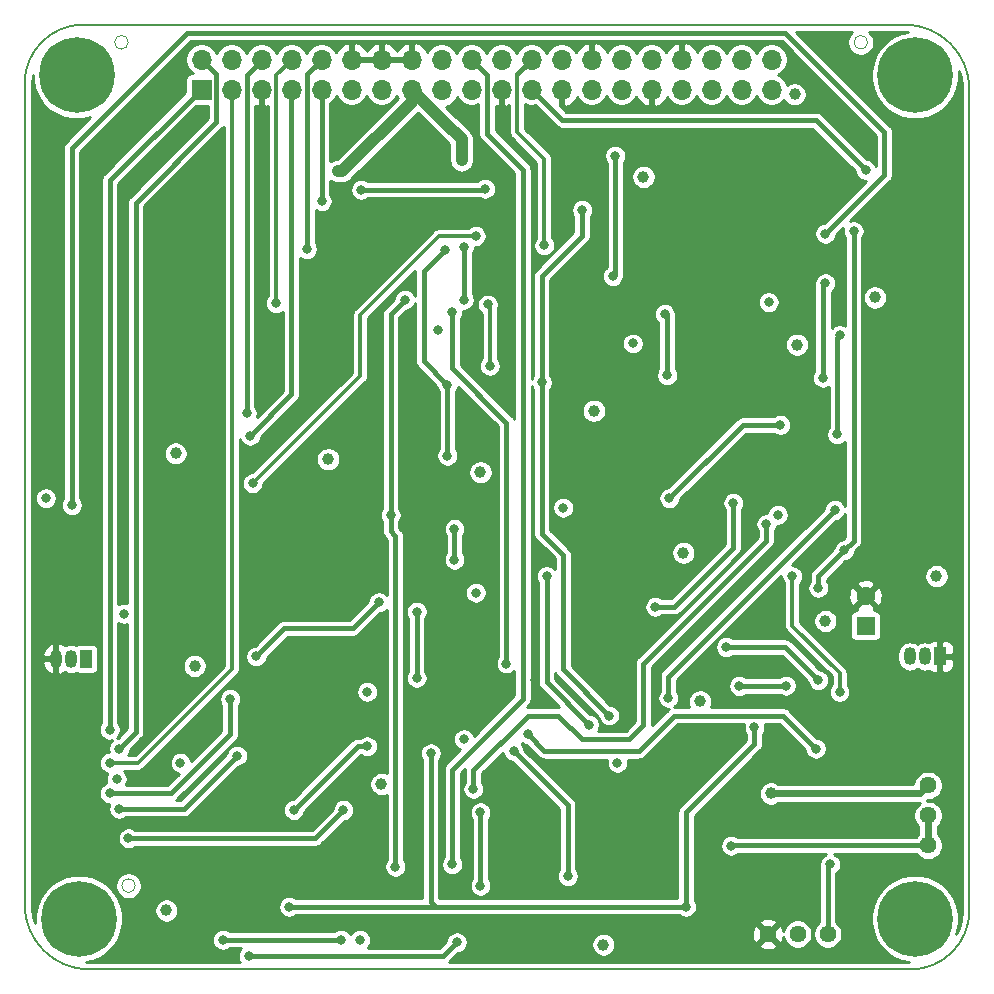
<source format=gbr>
G04 #@! TF.GenerationSoftware,KiCad,Pcbnew,(5.1.12-1-10_14)*
G04 #@! TF.CreationDate,2022-03-12T00:20:55-08:00*
G04 #@! TF.ProjectId,as3340,61733333-3430-42e6-9b69-6361645f7063,rev?*
G04 #@! TF.SameCoordinates,Original*
G04 #@! TF.FileFunction,Copper,L4,Bot*
G04 #@! TF.FilePolarity,Positive*
%FSLAX46Y46*%
G04 Gerber Fmt 4.6, Leading zero omitted, Abs format (unit mm)*
G04 Created by KiCad (PCBNEW (5.1.12-1-10_14)) date 2022-03-12 00:20:55*
%MOMM*%
%LPD*%
G01*
G04 APERTURE LIST*
G04 #@! TA.AperFunction,Profile*
%ADD10C,0.050000*%
G04 #@! TD*
G04 #@! TA.AperFunction,Profile*
%ADD11C,0.150000*%
G04 #@! TD*
G04 #@! TA.AperFunction,ComponentPad*
%ADD12C,1.600000*%
G04 #@! TD*
G04 #@! TA.AperFunction,ComponentPad*
%ADD13R,1.600000X1.600000*%
G04 #@! TD*
G04 #@! TA.AperFunction,ComponentPad*
%ADD14C,6.400000*%
G04 #@! TD*
G04 #@! TA.AperFunction,ComponentPad*
%ADD15R,1.050000X1.500000*%
G04 #@! TD*
G04 #@! TA.AperFunction,ComponentPad*
%ADD16O,1.050000X1.500000*%
G04 #@! TD*
G04 #@! TA.AperFunction,ComponentPad*
%ADD17O,1.700000X1.700000*%
G04 #@! TD*
G04 #@! TA.AperFunction,ComponentPad*
%ADD18R,1.700000X1.700000*%
G04 #@! TD*
G04 #@! TA.AperFunction,ComponentPad*
%ADD19C,1.440000*%
G04 #@! TD*
G04 #@! TA.AperFunction,ViaPad*
%ADD20C,1.000000*%
G04 #@! TD*
G04 #@! TA.AperFunction,ViaPad*
%ADD21C,0.800000*%
G04 #@! TD*
G04 #@! TA.AperFunction,Conductor*
%ADD22C,1.000000*%
G04 #@! TD*
G04 #@! TA.AperFunction,Conductor*
%ADD23C,0.600000*%
G04 #@! TD*
G04 #@! TA.AperFunction,Conductor*
%ADD24C,0.400000*%
G04 #@! TD*
G04 #@! TA.AperFunction,Conductor*
%ADD25C,0.300000*%
G04 #@! TD*
G04 #@! TA.AperFunction,Conductor*
%ADD26C,0.254000*%
G04 #@! TD*
G04 #@! TA.AperFunction,Conductor*
%ADD27C,0.100000*%
G04 #@! TD*
G04 APERTURE END LIST*
D10*
X76376000Y-98400000D02*
G75*
G03*
X76376000Y-98400000I-576000J0D01*
G01*
X138376000Y-27000000D02*
G75*
G03*
X138376000Y-27000000I-576000J0D01*
G01*
X75776000Y-27000000D02*
G75*
G03*
X75776000Y-27000000I-576000J0D01*
G01*
D11*
X147000000Y-100500000D02*
X147000000Y-31000000D01*
X67000000Y-30500000D02*
X67000000Y-100000000D01*
X142000000Y-105500000D02*
X72500000Y-105500000D01*
X72500000Y-105500000D02*
G75*
G02*
X67000000Y-100000000I0J5500000D01*
G01*
X147000000Y-100500000D02*
G75*
G02*
X142000000Y-105500000I-5000000J0D01*
G01*
X72000000Y-25500000D02*
X141500000Y-25500000D01*
X67000000Y-30500000D02*
G75*
G02*
X72000000Y-25500000I5000000J0D01*
G01*
X141500000Y-25500000D02*
G75*
G02*
X147000000Y-31000000I0J-5500000D01*
G01*
D12*
X138200000Y-73900000D03*
D13*
X138200000Y-76400000D03*
D14*
X71600000Y-101200000D03*
D15*
X144500000Y-79000000D03*
D16*
X141960000Y-79000000D03*
X143230000Y-79000000D03*
D15*
X72200000Y-79200000D03*
D16*
X69660000Y-79200000D03*
X70930000Y-79200000D03*
D14*
X142400000Y-101200000D03*
X142400000Y-29800000D03*
X71400000Y-29800000D03*
D17*
X130260000Y-28460000D03*
X130260000Y-31000000D03*
X127720000Y-28460000D03*
X127720000Y-31000000D03*
X125180000Y-28460000D03*
X125180000Y-31000000D03*
X122640000Y-28460000D03*
X122640000Y-31000000D03*
X120100000Y-28460000D03*
X120100000Y-31000000D03*
X117560000Y-28460000D03*
X117560000Y-31000000D03*
X115020000Y-28460000D03*
X115020000Y-31000000D03*
X112480000Y-28460000D03*
X112480000Y-31000000D03*
X109940000Y-28460000D03*
X109940000Y-31000000D03*
X107400000Y-28460000D03*
X107400000Y-31000000D03*
X104860000Y-28460000D03*
X104860000Y-31000000D03*
X102320000Y-28460000D03*
X102320000Y-31000000D03*
X99780000Y-28460000D03*
X99780000Y-31000000D03*
X97240000Y-28460000D03*
X97240000Y-31000000D03*
X94700000Y-28460000D03*
X94700000Y-31000000D03*
X92160000Y-28460000D03*
X92160000Y-31000000D03*
X89620000Y-28460000D03*
X89620000Y-31000000D03*
X87080000Y-28460000D03*
X87080000Y-31000000D03*
X84540000Y-28460000D03*
X84540000Y-31000000D03*
X82000000Y-28460000D03*
D18*
X82000000Y-31000000D03*
D19*
X129920000Y-102500000D03*
X132460000Y-102500000D03*
X135000000Y-102500000D03*
X143500000Y-89920000D03*
X143500000Y-92460000D03*
X143500000Y-95000000D03*
D20*
X132200000Y-31400000D03*
D21*
X110200000Y-81000000D03*
X108400000Y-92000000D03*
X110200000Y-92000000D03*
X133000000Y-81800000D03*
X123800000Y-56800000D03*
X125000000Y-75600004D03*
X120400000Y-52400000D03*
X132200000Y-38600000D03*
X118400000Y-41800000D03*
X129600000Y-54000000D03*
X141800000Y-47200000D03*
D20*
X145000000Y-83200000D03*
D21*
X131500000Y-86000000D03*
X131000000Y-64000000D03*
X133500000Y-64000000D03*
X130000000Y-50500000D03*
X100500000Y-36499998D03*
X134000002Y-74800002D03*
X131200000Y-69200000D03*
X101600000Y-73600000D03*
D20*
X121000000Y-38400000D03*
D21*
X139600000Y-80800000D03*
X133800000Y-96200000D03*
X95600000Y-87999992D03*
X114599994Y-73400000D03*
X102800000Y-87200000D03*
D20*
X107200000Y-104000000D03*
X116200000Y-98800000D03*
D21*
X87000000Y-101600000D03*
X87800000Y-81000000D03*
D20*
X70400000Y-84200000D03*
D21*
X86400000Y-85800000D03*
X99400000Y-51200000D03*
X118900000Y-57700000D03*
X97000000Y-92000000D03*
D20*
X91200000Y-65000000D03*
X105600000Y-65000000D03*
X122600000Y-71800000D03*
X113800000Y-47200000D03*
X107800000Y-53400000D03*
X114200000Y-76400000D03*
X139800000Y-59800000D03*
X87600000Y-74000000D03*
X96000000Y-84400000D03*
X95800000Y-77800000D03*
X91600000Y-69800000D03*
D21*
X77000000Y-38000000D03*
D20*
X113600000Y-60800000D03*
D21*
X91200000Y-87800000D03*
X121825000Y-90825000D03*
X117799992Y-91600000D03*
D20*
X122000000Y-86200000D03*
D21*
X106000006Y-103200000D03*
D20*
X99600002Y-103000000D03*
D21*
X80200000Y-86800000D03*
D20*
X70715003Y-95715003D03*
D21*
X77800000Y-78400000D03*
D20*
X82000000Y-102000000D03*
X81000000Y-58800020D03*
D21*
X73000000Y-71200000D03*
X77600000Y-67400000D03*
X75400000Y-59600000D03*
X80600000Y-75000000D03*
X115000000Y-80600000D03*
X100000000Y-55800000D03*
X94600000Y-35200000D03*
X75400000Y-79200000D03*
X95400000Y-103000000D03*
X130785999Y-67014001D03*
X118500000Y-52500000D03*
X130000000Y-49000000D03*
X105200000Y-73600000D03*
D20*
X104000000Y-37000000D03*
X93500000Y-37900000D03*
X144200000Y-72200002D03*
X115200000Y-58200000D03*
X92700000Y-62300000D03*
X130200000Y-90600000D03*
X116000000Y-103400000D03*
D21*
X117200000Y-88000000D03*
X104200000Y-86000000D03*
D20*
X97200000Y-89800000D03*
X139000000Y-48600000D03*
X132400000Y-52600000D03*
X119400000Y-38400000D03*
D21*
X102000000Y-51400000D03*
D20*
X105600000Y-63400000D03*
X124200003Y-82800005D03*
X134800000Y-76000000D03*
X122775000Y-70225000D03*
X81400000Y-79800000D03*
X79000000Y-100500010D03*
D21*
X74800000Y-89400000D03*
X80200000Y-88000000D03*
X75400000Y-75400000D03*
D20*
X79800000Y-61800000D03*
D21*
X68800000Y-65600000D03*
X134000000Y-86800000D03*
X109600000Y-85600000D03*
X85800000Y-58400000D03*
X86100000Y-60300000D03*
X121500000Y-82500000D03*
X135600000Y-66600000D03*
X105600000Y-98400000D03*
X105600000Y-92199998D03*
X137200000Y-42999992D03*
X134200000Y-73200000D03*
X136400000Y-70000000D03*
X127500000Y-81500000D03*
X131465000Y-81465000D03*
X96000000Y-86600000D03*
X89800000Y-92000000D03*
X89400000Y-100200000D03*
X101400000Y-87200000D03*
X123000000Y-100200000D03*
X128800000Y-85000000D03*
X135199996Y-96600000D03*
X113000000Y-97600000D03*
X108400000Y-87000000D03*
X134200000Y-81000000D03*
X126400000Y-78200000D03*
X75000000Y-86800000D03*
X88280001Y-49080001D03*
X90909999Y-44509999D03*
X103200000Y-96600000D03*
X111000000Y-44200004D03*
X138200000Y-37800000D03*
X92160000Y-40440000D03*
X74200000Y-88000000D03*
X74200000Y-85200000D03*
X129800001Y-67800001D03*
X135800000Y-60200000D03*
X136000000Y-51800000D03*
X105000000Y-90200000D03*
X86000000Y-104400000D03*
X103600000Y-103200000D03*
X126825000Y-95025000D03*
X103200000Y-49800000D03*
X107800000Y-79600000D03*
X85000000Y-87400000D03*
X74999998Y-91904994D03*
X75800000Y-94400000D03*
X94000000Y-92000000D03*
X121600000Y-65600000D03*
X131000000Y-59400000D03*
X106400000Y-54400000D03*
X106200000Y-49200000D03*
X105200000Y-43400000D03*
X86300000Y-64350000D03*
X134800000Y-43200000D03*
X71000000Y-66199996D03*
X93800000Y-103000000D03*
X83799996Y-103000000D03*
X95500000Y-39500000D03*
X106000000Y-39399998D03*
X127000000Y-66000000D03*
X100200000Y-75200000D03*
X120400000Y-74800000D03*
X100200000Y-80800000D03*
X134600000Y-55400000D03*
X134800000Y-47400000D03*
X116500000Y-84000000D03*
X102800000Y-62000000D03*
X102800000Y-56000000D03*
X110800000Y-55800000D03*
X102600000Y-44600000D03*
X114200000Y-41200000D03*
X99200000Y-48800000D03*
X98000000Y-67000000D03*
X98400000Y-96800000D03*
X114775000Y-84775002D03*
X103400000Y-68200000D03*
X111200000Y-72200000D03*
X103399998Y-70800000D03*
X112600000Y-66400000D03*
X95999988Y-82000010D03*
X136000000Y-82000000D03*
X132000000Y-72200000D03*
X104200000Y-48800000D03*
X104175000Y-44375000D03*
X117000000Y-36600000D03*
X116800000Y-46800000D03*
X74200000Y-90600000D03*
X84400000Y-82600000D03*
X86600000Y-79000000D03*
X97000000Y-74400000D03*
X121400000Y-55200000D03*
X121200000Y-50000000D03*
D22*
X99780000Y-31000000D02*
X102600000Y-33820000D01*
X104000000Y-35220000D02*
X104000000Y-37000000D01*
X102600000Y-33820000D02*
X104000000Y-35220000D01*
X99780000Y-31000000D02*
X99780000Y-32020000D01*
X93900000Y-37900000D02*
X93500000Y-37900000D01*
X99780000Y-32020000D02*
X93900000Y-37900000D01*
D23*
X142820000Y-90600000D02*
X143500000Y-89920000D01*
X130200000Y-90600000D02*
X142820000Y-90600000D01*
D24*
X131200000Y-84000000D02*
X122000000Y-84000000D01*
X134000000Y-86800000D02*
X131200000Y-84000000D01*
X111000000Y-87000000D02*
X109600000Y-85600000D01*
X119000000Y-87000000D02*
X111000000Y-87000000D01*
X122000000Y-84000000D02*
X119000000Y-87000000D01*
X85800000Y-29740000D02*
X85800000Y-58400000D01*
X87080000Y-28460000D02*
X85800000Y-29740000D01*
X89600000Y-31020000D02*
X89620000Y-31000000D01*
X89600000Y-56800000D02*
X89600000Y-31020000D01*
X89600000Y-56800000D02*
X86100000Y-60300000D01*
X121500000Y-82500000D02*
X121500000Y-80700000D01*
X121500000Y-80700000D02*
X135600000Y-66600000D01*
X105600000Y-98400000D02*
X105600000Y-92199998D01*
X134200000Y-72200000D02*
X136400000Y-70000000D01*
X134200000Y-73200000D02*
X134200000Y-72200000D01*
X137200000Y-69200000D02*
X137200000Y-42999992D01*
X136400000Y-70000000D02*
X137200000Y-69200000D01*
X131430000Y-81500000D02*
X131465000Y-81465000D01*
X127500000Y-81500000D02*
X131430000Y-81500000D01*
X95200000Y-86600000D02*
X96000000Y-86600000D01*
X89800000Y-92000000D02*
X95200000Y-86600000D01*
X101000000Y-100200000D02*
X89400000Y-100200000D01*
X101400000Y-99800000D02*
X101400000Y-87200000D01*
X101400000Y-99800000D02*
X101800000Y-100200000D01*
X101000000Y-100200000D02*
X101800000Y-100200000D01*
X101800000Y-100200000D02*
X123000000Y-100200000D01*
X128800000Y-86400000D02*
X128800000Y-85000000D01*
X123000000Y-92200000D02*
X128800000Y-86400000D01*
X123000000Y-100200000D02*
X123000000Y-92200000D01*
X135000000Y-102500000D02*
X135000000Y-96799996D01*
X135000000Y-96799996D02*
X135199996Y-96600000D01*
X113000000Y-97600000D02*
X113000000Y-91600000D01*
X113000000Y-91600000D02*
X108400000Y-87000000D01*
X131400000Y-78200000D02*
X126400000Y-78200000D01*
X134200000Y-81000000D02*
X131400000Y-78200000D01*
X76400000Y-40600000D02*
X76400000Y-85400000D01*
X83250001Y-33749999D02*
X76400000Y-40600000D01*
X76400000Y-85400000D02*
X75000000Y-86800000D01*
X83250001Y-29710001D02*
X83250001Y-33749999D01*
X82000000Y-28460000D02*
X83250001Y-29710001D01*
D25*
X89620000Y-28460000D02*
X88280001Y-29799999D01*
X88280001Y-29799999D02*
X88280001Y-49080001D01*
D24*
X92160000Y-28460000D02*
X90909999Y-29710001D01*
X90909999Y-29710001D02*
X90909999Y-44509999D01*
X109200000Y-37800000D02*
X109200000Y-82600000D01*
X106149999Y-34749999D02*
X109200000Y-37800000D01*
X109200000Y-82600000D02*
X103200000Y-88600000D01*
X106149999Y-29749999D02*
X106149999Y-34749999D01*
X103200000Y-88600000D02*
X103200000Y-96600000D01*
X104860000Y-28460000D02*
X106149999Y-29749999D01*
X109940000Y-28460000D02*
X108689999Y-29710001D01*
D25*
X108689999Y-29710001D02*
X108689999Y-34589999D01*
X108689999Y-34589999D02*
X111000000Y-36900000D01*
X111000000Y-36900000D02*
X111000000Y-44200004D01*
D24*
X109940000Y-31000000D02*
X112540000Y-33600000D01*
X112540000Y-33600000D02*
X134000000Y-33600000D01*
X134000000Y-33600000D02*
X138200000Y-37800000D01*
X92160000Y-31000000D02*
X92160000Y-40440000D01*
D25*
X74200000Y-88000000D02*
X76600000Y-88000000D01*
X76600000Y-88000000D02*
X84540000Y-80060000D01*
X84540000Y-31000000D02*
X84540000Y-80060000D01*
D24*
X82000000Y-31000000D02*
X81800000Y-31000000D01*
X74200000Y-38700000D02*
X74200000Y-85200000D01*
X81900000Y-31000000D02*
X74200000Y-38700000D01*
X82000000Y-31000000D02*
X81900000Y-31000000D01*
X129800001Y-69199999D02*
X129800001Y-67800001D01*
X124600000Y-74400000D02*
X129800001Y-69199999D01*
X135800000Y-52000000D02*
X136000000Y-51800000D01*
X135800000Y-60200000D02*
X135800000Y-52000000D01*
X105000000Y-88600000D02*
X105000000Y-90200000D01*
X114200000Y-86000000D02*
X112200000Y-84000000D01*
X119400000Y-79600000D02*
X119400000Y-84800000D01*
X124600000Y-74400000D02*
X119400000Y-79600000D01*
X118200000Y-86000000D02*
X114200000Y-86000000D01*
X112200000Y-84000000D02*
X109600000Y-84000000D01*
X109600000Y-84000000D02*
X105000000Y-88600000D01*
X119400000Y-84800000D02*
X118200000Y-86000000D01*
X102400000Y-104400000D02*
X103600000Y-103200000D01*
X86000000Y-104400000D02*
X102400000Y-104400000D01*
D23*
X143500000Y-95000000D02*
X143500000Y-92460000D01*
D24*
X143500000Y-95000000D02*
X126850000Y-95000000D01*
X126850000Y-95000000D02*
X126825000Y-95025000D01*
X107800000Y-59200000D02*
X107800000Y-79200000D01*
X103200000Y-54600000D02*
X107800000Y-59200000D01*
X103200000Y-49800000D02*
X103200000Y-54600000D01*
X107800000Y-79200000D02*
X107800000Y-79600000D01*
X85000000Y-87400000D02*
X80495006Y-91904994D01*
X80495006Y-91904994D02*
X74999998Y-91904994D01*
X91600000Y-94400000D02*
X94000000Y-92000000D01*
X75800000Y-94400000D02*
X91600000Y-94400000D01*
X127800000Y-59400000D02*
X131000000Y-59400000D01*
X121600000Y-65600000D02*
X127800000Y-59400000D01*
D25*
X106400000Y-49400000D02*
X106200000Y-49200000D01*
X106400000Y-54400000D02*
X106400000Y-49400000D01*
X95400000Y-50100000D02*
X95400000Y-55250000D01*
X105200000Y-43400000D02*
X102100000Y-43400000D01*
X95400000Y-55250000D02*
X86300000Y-64350000D01*
X102100000Y-43400000D02*
X95400000Y-50100000D01*
D24*
X134800000Y-43200000D02*
X139800000Y-38200000D01*
X71000000Y-35951457D02*
X71000000Y-66199996D01*
X80751457Y-26200000D02*
X71000000Y-35951457D01*
X139800000Y-38200000D02*
X139800000Y-34600000D01*
X139800000Y-34600000D02*
X131400000Y-26200000D01*
X131400000Y-26200000D02*
X80751457Y-26200000D01*
X93800000Y-103000000D02*
X83799996Y-103000000D01*
X105899998Y-39500000D02*
X106000000Y-39399998D01*
X95500000Y-39500000D02*
X105899998Y-39500000D01*
X122000000Y-74800000D02*
X120400000Y-74800000D01*
X127000000Y-69800000D02*
X122000000Y-74800000D01*
X127000000Y-66000000D02*
X127000000Y-69800000D01*
X100200000Y-75200000D02*
X100200000Y-80800000D01*
X134600000Y-47600000D02*
X134800000Y-47400000D01*
X134600000Y-55400000D02*
X134600000Y-47600000D01*
X102800000Y-62000000D02*
X102800000Y-56000000D01*
X102800000Y-56000000D02*
X100800000Y-54000000D01*
X100800000Y-46400000D02*
X102600000Y-44600000D01*
X100800000Y-54000000D02*
X100800000Y-46400000D01*
X111600000Y-69400000D02*
X110800000Y-68600000D01*
X110800000Y-68600000D02*
X110800000Y-55800000D01*
X116500000Y-84000000D02*
X112600000Y-80100000D01*
X111600000Y-69400000D02*
X112600000Y-70400000D01*
X112600000Y-80100000D02*
X112600000Y-70400000D01*
X114200000Y-43400000D02*
X110800000Y-46800000D01*
X114200000Y-41200000D02*
X114200000Y-43400000D01*
X110800000Y-55800000D02*
X110800000Y-46800000D01*
X98000000Y-50000000D02*
X98000000Y-68400000D01*
X99200000Y-48800000D02*
X98000000Y-50000000D01*
X98400000Y-68800000D02*
X98000000Y-68400000D01*
X98400000Y-96800000D02*
X98400000Y-68800000D01*
X111200000Y-81200002D02*
X111200000Y-72200000D01*
X114775000Y-84775002D02*
X111200000Y-81200002D01*
X103400000Y-68200000D02*
X103400000Y-70799998D01*
X103400000Y-70799998D02*
X103399998Y-70800000D01*
D25*
X136000000Y-82000000D02*
X136000000Y-80400000D01*
X136000000Y-80400000D02*
X132000000Y-76400000D01*
X132000000Y-76400000D02*
X132000000Y-72200000D01*
D24*
X104200000Y-44400000D02*
X104175000Y-44375000D01*
X104200000Y-48800000D02*
X104200000Y-44400000D01*
X117000000Y-46600000D02*
X116800000Y-46800000D01*
X117000000Y-36600000D02*
X117000000Y-46600000D01*
X79400000Y-90600000D02*
X74200000Y-90600000D01*
X84400000Y-85600000D02*
X79400000Y-90600000D01*
X84400000Y-82600000D02*
X84400000Y-85600000D01*
X86600000Y-79000000D02*
X89000000Y-76600000D01*
X89000000Y-76600000D02*
X94800000Y-76600000D01*
X94800000Y-76600000D02*
X97000000Y-74400000D01*
X121400000Y-50200000D02*
X121200000Y-50000000D01*
X121400000Y-55200000D02*
X121400000Y-50200000D01*
D26*
X137071717Y-26112584D02*
X136912584Y-26271717D01*
X136787554Y-26458837D01*
X136701432Y-26666753D01*
X136657528Y-26887476D01*
X136657528Y-27112524D01*
X136701432Y-27333247D01*
X136787554Y-27541163D01*
X136912584Y-27728283D01*
X137071717Y-27887416D01*
X137258837Y-28012446D01*
X137466753Y-28098568D01*
X137687476Y-28142472D01*
X137912524Y-28142472D01*
X138133247Y-28098568D01*
X138341163Y-28012446D01*
X138528283Y-27887416D01*
X138687416Y-27728283D01*
X138812446Y-27541163D01*
X138898568Y-27333247D01*
X138942472Y-27112524D01*
X138942472Y-26887476D01*
X138898568Y-26666753D01*
X138812446Y-26458837D01*
X138687416Y-26271717D01*
X138528283Y-26112584D01*
X138512443Y-26102000D01*
X141474499Y-26102000D01*
X141763745Y-26126543D01*
X141312874Y-26216227D01*
X140634604Y-26497176D01*
X140024176Y-26905050D01*
X139505050Y-27424176D01*
X139097176Y-28034604D01*
X138816227Y-28712874D01*
X138673000Y-29432923D01*
X138673000Y-30167077D01*
X138816227Y-30887126D01*
X139097176Y-31565396D01*
X139505050Y-32175824D01*
X140024176Y-32694950D01*
X140634604Y-33102824D01*
X141312874Y-33383773D01*
X142032923Y-33527000D01*
X142767077Y-33527000D01*
X143487126Y-33383773D01*
X144165396Y-33102824D01*
X144775824Y-32694950D01*
X145294950Y-32175824D01*
X145702824Y-31565396D01*
X145983773Y-30887126D01*
X146127000Y-30167077D01*
X146127000Y-29450709D01*
X146281629Y-29948693D01*
X146392829Y-30787690D01*
X146398001Y-31007140D01*
X146398000Y-100473187D01*
X146326137Y-101278395D01*
X146119922Y-102032189D01*
X145887743Y-102518962D01*
X145983773Y-102287126D01*
X146127000Y-101567077D01*
X146127000Y-100832923D01*
X145983773Y-100112874D01*
X145702824Y-99434604D01*
X145294950Y-98824176D01*
X144775824Y-98305050D01*
X144165396Y-97897176D01*
X143487126Y-97616227D01*
X142767077Y-97473000D01*
X142032923Y-97473000D01*
X141312874Y-97616227D01*
X140634604Y-97897176D01*
X140024176Y-98305050D01*
X139505050Y-98824176D01*
X139097176Y-99434604D01*
X138816227Y-100112874D01*
X138673000Y-100832923D01*
X138673000Y-101567077D01*
X138816227Y-102287126D01*
X139097176Y-102965396D01*
X139505050Y-103575824D01*
X140024176Y-104094950D01*
X140634604Y-104502824D01*
X141312874Y-104783773D01*
X141887131Y-104898000D01*
X102931781Y-104898000D01*
X102939326Y-104888806D01*
X103703574Y-104124559D01*
X103870396Y-104091376D01*
X104039099Y-104021496D01*
X104190928Y-103920048D01*
X104320048Y-103790928D01*
X104421496Y-103639099D01*
X104491376Y-103470396D01*
X104525498Y-103298849D01*
X114973000Y-103298849D01*
X114973000Y-103501151D01*
X115012467Y-103699565D01*
X115089885Y-103886467D01*
X115202277Y-104054674D01*
X115345326Y-104197723D01*
X115513533Y-104310115D01*
X115700435Y-104387533D01*
X115898849Y-104427000D01*
X116101151Y-104427000D01*
X116299565Y-104387533D01*
X116486467Y-104310115D01*
X116654674Y-104197723D01*
X116797723Y-104054674D01*
X116910115Y-103886467D01*
X116987533Y-103699565D01*
X117027000Y-103501151D01*
X117027000Y-103435560D01*
X129164045Y-103435560D01*
X129225932Y-103671368D01*
X129467790Y-103784266D01*
X129727027Y-103847811D01*
X129993680Y-103859561D01*
X130257501Y-103819063D01*
X130508353Y-103727875D01*
X130614068Y-103671368D01*
X130675955Y-103435560D01*
X129920000Y-102679605D01*
X129164045Y-103435560D01*
X117027000Y-103435560D01*
X117027000Y-103298849D01*
X116987533Y-103100435D01*
X116910115Y-102913533D01*
X116797723Y-102745326D01*
X116654674Y-102602277D01*
X116611876Y-102573680D01*
X128560439Y-102573680D01*
X128600937Y-102837501D01*
X128692125Y-103088353D01*
X128748632Y-103194068D01*
X128984440Y-103255955D01*
X129740395Y-102500000D01*
X130099605Y-102500000D01*
X130855560Y-103255955D01*
X131091368Y-103194068D01*
X131204266Y-102952210D01*
X131245257Y-102784986D01*
X131260921Y-102863737D01*
X131354923Y-103090676D01*
X131491392Y-103294916D01*
X131665084Y-103468608D01*
X131869324Y-103605077D01*
X132096263Y-103699079D01*
X132337181Y-103747000D01*
X132582819Y-103747000D01*
X132823737Y-103699079D01*
X133050676Y-103605077D01*
X133254916Y-103468608D01*
X133428608Y-103294916D01*
X133565077Y-103090676D01*
X133659079Y-102863737D01*
X133707000Y-102622819D01*
X133707000Y-102377181D01*
X133659079Y-102136263D01*
X133565077Y-101909324D01*
X133428608Y-101705084D01*
X133254916Y-101531392D01*
X133050676Y-101394923D01*
X132823737Y-101300921D01*
X132582819Y-101253000D01*
X132337181Y-101253000D01*
X132096263Y-101300921D01*
X131869324Y-101394923D01*
X131665084Y-101531392D01*
X131491392Y-101705084D01*
X131354923Y-101909324D01*
X131260921Y-102136263D01*
X131246311Y-102209714D01*
X131239063Y-102162499D01*
X131147875Y-101911647D01*
X131091368Y-101805932D01*
X130855560Y-101744045D01*
X130099605Y-102500000D01*
X129740395Y-102500000D01*
X128984440Y-101744045D01*
X128748632Y-101805932D01*
X128635734Y-102047790D01*
X128572189Y-102307027D01*
X128560439Y-102573680D01*
X116611876Y-102573680D01*
X116486467Y-102489885D01*
X116299565Y-102412467D01*
X116101151Y-102373000D01*
X115898849Y-102373000D01*
X115700435Y-102412467D01*
X115513533Y-102489885D01*
X115345326Y-102602277D01*
X115202277Y-102745326D01*
X115089885Y-102913533D01*
X115012467Y-103100435D01*
X114973000Y-103298849D01*
X104525498Y-103298849D01*
X104527000Y-103291301D01*
X104527000Y-103108699D01*
X104491376Y-102929604D01*
X104421496Y-102760901D01*
X104320048Y-102609072D01*
X104190928Y-102479952D01*
X104039099Y-102378504D01*
X103870396Y-102308624D01*
X103691301Y-102273000D01*
X103508699Y-102273000D01*
X103329604Y-102308624D01*
X103160901Y-102378504D01*
X103009072Y-102479952D01*
X102879952Y-102609072D01*
X102778504Y-102760901D01*
X102708624Y-102929604D01*
X102675441Y-103096426D01*
X102098868Y-103673000D01*
X96037976Y-103673000D01*
X96120048Y-103590928D01*
X96221496Y-103439099D01*
X96291376Y-103270396D01*
X96327000Y-103091301D01*
X96327000Y-102908699D01*
X96291376Y-102729604D01*
X96221496Y-102560901D01*
X96120048Y-102409072D01*
X95990928Y-102279952D01*
X95839099Y-102178504D01*
X95670396Y-102108624D01*
X95491301Y-102073000D01*
X95308699Y-102073000D01*
X95129604Y-102108624D01*
X94960901Y-102178504D01*
X94809072Y-102279952D01*
X94679952Y-102409072D01*
X94600000Y-102528730D01*
X94520048Y-102409072D01*
X94390928Y-102279952D01*
X94239099Y-102178504D01*
X94070396Y-102108624D01*
X93891301Y-102073000D01*
X93708699Y-102073000D01*
X93529604Y-102108624D01*
X93360901Y-102178504D01*
X93219476Y-102273000D01*
X84380520Y-102273000D01*
X84239095Y-102178504D01*
X84070392Y-102108624D01*
X83891297Y-102073000D01*
X83708695Y-102073000D01*
X83529600Y-102108624D01*
X83360897Y-102178504D01*
X83209068Y-102279952D01*
X83079948Y-102409072D01*
X82978500Y-102560901D01*
X82908620Y-102729604D01*
X82872996Y-102908699D01*
X82872996Y-103091301D01*
X82908620Y-103270396D01*
X82978500Y-103439099D01*
X83079948Y-103590928D01*
X83209068Y-103720048D01*
X83360897Y-103821496D01*
X83529600Y-103891376D01*
X83708695Y-103927000D01*
X83891297Y-103927000D01*
X84070392Y-103891376D01*
X84239095Y-103821496D01*
X84380520Y-103727000D01*
X85362024Y-103727000D01*
X85279952Y-103809072D01*
X85178504Y-103960901D01*
X85108624Y-104129604D01*
X85073000Y-104308699D01*
X85073000Y-104491301D01*
X85108624Y-104670396D01*
X85178504Y-104839099D01*
X85217860Y-104898000D01*
X72525501Y-104898000D01*
X72236255Y-104873457D01*
X72687126Y-104783773D01*
X73365396Y-104502824D01*
X73975824Y-104094950D01*
X74494950Y-103575824D01*
X74902824Y-102965396D01*
X75183773Y-102287126D01*
X75327000Y-101567077D01*
X75327000Y-101564440D01*
X129164045Y-101564440D01*
X129920000Y-102320395D01*
X130675955Y-101564440D01*
X130614068Y-101328632D01*
X130372210Y-101215734D01*
X130112973Y-101152189D01*
X129846320Y-101140439D01*
X129582499Y-101180937D01*
X129331647Y-101272125D01*
X129225932Y-101328632D01*
X129164045Y-101564440D01*
X75327000Y-101564440D01*
X75327000Y-100832923D01*
X75240660Y-100398859D01*
X77973000Y-100398859D01*
X77973000Y-100601161D01*
X78012467Y-100799575D01*
X78089885Y-100986477D01*
X78202277Y-101154684D01*
X78345326Y-101297733D01*
X78513533Y-101410125D01*
X78700435Y-101487543D01*
X78898849Y-101527010D01*
X79101151Y-101527010D01*
X79299565Y-101487543D01*
X79486467Y-101410125D01*
X79654674Y-101297733D01*
X79797723Y-101154684D01*
X79910115Y-100986477D01*
X79987533Y-100799575D01*
X80027000Y-100601161D01*
X80027000Y-100398859D01*
X79987533Y-100200445D01*
X79910115Y-100013543D01*
X79797723Y-99845336D01*
X79654674Y-99702287D01*
X79486467Y-99589895D01*
X79299565Y-99512477D01*
X79101151Y-99473010D01*
X78898849Y-99473010D01*
X78700435Y-99512477D01*
X78513533Y-99589895D01*
X78345326Y-99702287D01*
X78202277Y-99845336D01*
X78089885Y-100013543D01*
X78012467Y-100200445D01*
X77973000Y-100398859D01*
X75240660Y-100398859D01*
X75183773Y-100112874D01*
X74902824Y-99434604D01*
X74494950Y-98824176D01*
X73975824Y-98305050D01*
X73949523Y-98287476D01*
X74657528Y-98287476D01*
X74657528Y-98512524D01*
X74701432Y-98733247D01*
X74787554Y-98941163D01*
X74912584Y-99128283D01*
X75071717Y-99287416D01*
X75258837Y-99412446D01*
X75466753Y-99498568D01*
X75687476Y-99542472D01*
X75912524Y-99542472D01*
X76133247Y-99498568D01*
X76341163Y-99412446D01*
X76528283Y-99287416D01*
X76687416Y-99128283D01*
X76812446Y-98941163D01*
X76898568Y-98733247D01*
X76942472Y-98512524D01*
X76942472Y-98287476D01*
X76898568Y-98066753D01*
X76812446Y-97858837D01*
X76687416Y-97671717D01*
X76528283Y-97512584D01*
X76341163Y-97387554D01*
X76133247Y-97301432D01*
X75912524Y-97257528D01*
X75687476Y-97257528D01*
X75466753Y-97301432D01*
X75258837Y-97387554D01*
X75071717Y-97512584D01*
X74912584Y-97671717D01*
X74787554Y-97858837D01*
X74701432Y-98066753D01*
X74657528Y-98287476D01*
X73949523Y-98287476D01*
X73365396Y-97897176D01*
X72687126Y-97616227D01*
X71967077Y-97473000D01*
X71232923Y-97473000D01*
X70512874Y-97616227D01*
X69834604Y-97897176D01*
X69224176Y-98305050D01*
X68705050Y-98824176D01*
X68297176Y-99434604D01*
X68016227Y-100112874D01*
X67873000Y-100832923D01*
X67873000Y-101549292D01*
X67718371Y-101051307D01*
X67607171Y-100212310D01*
X67602000Y-99992902D01*
X67602000Y-94308699D01*
X74873000Y-94308699D01*
X74873000Y-94491301D01*
X74908624Y-94670396D01*
X74978504Y-94839099D01*
X75079952Y-94990928D01*
X75209072Y-95120048D01*
X75360901Y-95221496D01*
X75529604Y-95291376D01*
X75708699Y-95327000D01*
X75891301Y-95327000D01*
X76070396Y-95291376D01*
X76239099Y-95221496D01*
X76380524Y-95127000D01*
X91564292Y-95127000D01*
X91600000Y-95130517D01*
X91742517Y-95116480D01*
X91743107Y-95116301D01*
X91879557Y-95074910D01*
X92005853Y-95007403D01*
X92116554Y-94916554D01*
X92139326Y-94888806D01*
X94103574Y-92924559D01*
X94270396Y-92891376D01*
X94439099Y-92821496D01*
X94590928Y-92720048D01*
X94720048Y-92590928D01*
X94821496Y-92439099D01*
X94891376Y-92270396D01*
X94927000Y-92091301D01*
X94927000Y-91908699D01*
X94891376Y-91729604D01*
X94821496Y-91560901D01*
X94720048Y-91409072D01*
X94590928Y-91279952D01*
X94439099Y-91178504D01*
X94270396Y-91108624D01*
X94091301Y-91073000D01*
X93908699Y-91073000D01*
X93729604Y-91108624D01*
X93560901Y-91178504D01*
X93409072Y-91279952D01*
X93279952Y-91409072D01*
X93178504Y-91560901D01*
X93108624Y-91729604D01*
X93075441Y-91896426D01*
X91298868Y-93673000D01*
X76380524Y-93673000D01*
X76239099Y-93578504D01*
X76070396Y-93508624D01*
X75891301Y-93473000D01*
X75708699Y-93473000D01*
X75529604Y-93508624D01*
X75360901Y-93578504D01*
X75209072Y-93679952D01*
X75079952Y-93809072D01*
X74978504Y-93960901D01*
X74908624Y-94129604D01*
X74873000Y-94308699D01*
X67602000Y-94308699D01*
X67602000Y-79510507D01*
X68493669Y-79510507D01*
X68532761Y-79736404D01*
X68615172Y-79950334D01*
X68737736Y-80144076D01*
X68895742Y-80310184D01*
X69083118Y-80442275D01*
X69292663Y-80535272D01*
X69354190Y-80543964D01*
X69533000Y-80418163D01*
X69533000Y-79327000D01*
X68653402Y-79327000D01*
X68493669Y-79510507D01*
X67602000Y-79510507D01*
X67602000Y-78889493D01*
X68493669Y-78889493D01*
X68653402Y-79073000D01*
X69533000Y-79073000D01*
X69533000Y-77981837D01*
X69787000Y-77981837D01*
X69787000Y-79073000D01*
X69807000Y-79073000D01*
X69807000Y-79327000D01*
X69787000Y-79327000D01*
X69787000Y-80418163D01*
X69965810Y-80543964D01*
X70027337Y-80535272D01*
X70236882Y-80442275D01*
X70394131Y-80331422D01*
X70525469Y-80401624D01*
X70723772Y-80461778D01*
X70930000Y-80482090D01*
X71136227Y-80461778D01*
X71334530Y-80401624D01*
X71370902Y-80382183D01*
X71380798Y-80390304D01*
X71472350Y-80439239D01*
X71571690Y-80469374D01*
X71675000Y-80479549D01*
X72725000Y-80479549D01*
X72828310Y-80469374D01*
X72927650Y-80439239D01*
X73019202Y-80390304D01*
X73099448Y-80324448D01*
X73165304Y-80244202D01*
X73214239Y-80152650D01*
X73244374Y-80053310D01*
X73254549Y-79950000D01*
X73254549Y-78450000D01*
X73244374Y-78346690D01*
X73214239Y-78247350D01*
X73165304Y-78155798D01*
X73099448Y-78075552D01*
X73019202Y-78009696D01*
X72927650Y-77960761D01*
X72828310Y-77930626D01*
X72725000Y-77920451D01*
X71675000Y-77920451D01*
X71571690Y-77930626D01*
X71472350Y-77960761D01*
X71380798Y-78009696D01*
X71370902Y-78017817D01*
X71334531Y-77998376D01*
X71136228Y-77938222D01*
X70930000Y-77917910D01*
X70723773Y-77938222D01*
X70525470Y-77998376D01*
X70394131Y-78068578D01*
X70236882Y-77957725D01*
X70027337Y-77864728D01*
X69965810Y-77856036D01*
X69787000Y-77981837D01*
X69533000Y-77981837D01*
X69354190Y-77856036D01*
X69292663Y-77864728D01*
X69083118Y-77957725D01*
X68895742Y-78089816D01*
X68737736Y-78255924D01*
X68615172Y-78449666D01*
X68532761Y-78663596D01*
X68493669Y-78889493D01*
X67602000Y-78889493D01*
X67602000Y-65508699D01*
X67873000Y-65508699D01*
X67873000Y-65691301D01*
X67908624Y-65870396D01*
X67978504Y-66039099D01*
X68079952Y-66190928D01*
X68209072Y-66320048D01*
X68360901Y-66421496D01*
X68529604Y-66491376D01*
X68708699Y-66527000D01*
X68891301Y-66527000D01*
X69070396Y-66491376D01*
X69239099Y-66421496D01*
X69390928Y-66320048D01*
X69520048Y-66190928D01*
X69621496Y-66039099D01*
X69691376Y-65870396D01*
X69727000Y-65691301D01*
X69727000Y-65508699D01*
X69691376Y-65329604D01*
X69621496Y-65160901D01*
X69520048Y-65009072D01*
X69390928Y-64879952D01*
X69239099Y-64778504D01*
X69070396Y-64708624D01*
X68891301Y-64673000D01*
X68708699Y-64673000D01*
X68529604Y-64708624D01*
X68360901Y-64778504D01*
X68209072Y-64879952D01*
X68079952Y-65009072D01*
X67978504Y-65160901D01*
X67908624Y-65329604D01*
X67873000Y-65508699D01*
X67602000Y-65508699D01*
X67602000Y-30526813D01*
X67673000Y-29731275D01*
X67673000Y-30167077D01*
X67816227Y-30887126D01*
X68097176Y-31565396D01*
X68505050Y-32175824D01*
X69024176Y-32694950D01*
X69634604Y-33102824D01*
X70312874Y-33383773D01*
X71032923Y-33527000D01*
X71767077Y-33527000D01*
X72487126Y-33383773D01*
X72576622Y-33346702D01*
X70511190Y-35412135D01*
X70483446Y-35434904D01*
X70392598Y-35545604D01*
X70325090Y-35671901D01*
X70283520Y-35808940D01*
X70269483Y-35951457D01*
X70273000Y-35987165D01*
X70273001Y-65619471D01*
X70178504Y-65760897D01*
X70108624Y-65929600D01*
X70073000Y-66108695D01*
X70073000Y-66291297D01*
X70108624Y-66470392D01*
X70178504Y-66639095D01*
X70279952Y-66790924D01*
X70409072Y-66920044D01*
X70560901Y-67021492D01*
X70729604Y-67091372D01*
X70908699Y-67126996D01*
X71091301Y-67126996D01*
X71270396Y-67091372D01*
X71439099Y-67021492D01*
X71590928Y-66920044D01*
X71720048Y-66790924D01*
X71821496Y-66639095D01*
X71891376Y-66470392D01*
X71927000Y-66291297D01*
X71927000Y-66108695D01*
X71891376Y-65929600D01*
X71821496Y-65760897D01*
X71727000Y-65619472D01*
X71727000Y-36252589D01*
X81052591Y-26927000D01*
X131098868Y-26927000D01*
X139073001Y-34901135D01*
X139073000Y-37485241D01*
X139021496Y-37360901D01*
X138920048Y-37209072D01*
X138790928Y-37079952D01*
X138639099Y-36978504D01*
X138470396Y-36908624D01*
X138303575Y-36875441D01*
X134539326Y-33111194D01*
X134516554Y-33083446D01*
X134405853Y-32992597D01*
X134279557Y-32925090D01*
X134142517Y-32883520D01*
X134035708Y-32873000D01*
X134000000Y-32869483D01*
X133964292Y-32873000D01*
X112841133Y-32873000D01*
X112310642Y-32342509D01*
X112353000Y-32320155D01*
X112353000Y-31127000D01*
X112333000Y-31127000D01*
X112333000Y-30873000D01*
X112353000Y-30873000D01*
X112353000Y-30853000D01*
X112607000Y-30853000D01*
X112607000Y-30873000D01*
X112627000Y-30873000D01*
X112627000Y-31127000D01*
X112607000Y-31127000D01*
X112607000Y-32320155D01*
X112836890Y-32441476D01*
X112984099Y-32396825D01*
X113246920Y-32271641D01*
X113480269Y-32097588D01*
X113675178Y-31881355D01*
X113806025Y-31661692D01*
X113950414Y-31877787D01*
X114142213Y-32069586D01*
X114367746Y-32220282D01*
X114618344Y-32324083D01*
X114884377Y-32377000D01*
X115155623Y-32377000D01*
X115421656Y-32324083D01*
X115672254Y-32220282D01*
X115897787Y-32069586D01*
X116089586Y-31877787D01*
X116240282Y-31652254D01*
X116290000Y-31532224D01*
X116339718Y-31652254D01*
X116490414Y-31877787D01*
X116682213Y-32069586D01*
X116907746Y-32220282D01*
X117158344Y-32324083D01*
X117424377Y-32377000D01*
X117695623Y-32377000D01*
X117961656Y-32324083D01*
X118212254Y-32220282D01*
X118437787Y-32069586D01*
X118629586Y-31877787D01*
X118773975Y-31661692D01*
X118904822Y-31881355D01*
X119099731Y-32097588D01*
X119333080Y-32271641D01*
X119595901Y-32396825D01*
X119743110Y-32441476D01*
X119973000Y-32320155D01*
X119973000Y-31127000D01*
X119953000Y-31127000D01*
X119953000Y-30873000D01*
X119973000Y-30873000D01*
X119973000Y-30853000D01*
X120227000Y-30853000D01*
X120227000Y-30873000D01*
X120247000Y-30873000D01*
X120247000Y-31127000D01*
X120227000Y-31127000D01*
X120227000Y-32320155D01*
X120456890Y-32441476D01*
X120604099Y-32396825D01*
X120866920Y-32271641D01*
X121100269Y-32097588D01*
X121295178Y-31881355D01*
X121426025Y-31661692D01*
X121570414Y-31877787D01*
X121762213Y-32069586D01*
X121987746Y-32220282D01*
X122238344Y-32324083D01*
X122504377Y-32377000D01*
X122775623Y-32377000D01*
X123041656Y-32324083D01*
X123292254Y-32220282D01*
X123517787Y-32069586D01*
X123709586Y-31877787D01*
X123860282Y-31652254D01*
X123910000Y-31532224D01*
X123959718Y-31652254D01*
X124110414Y-31877787D01*
X124302213Y-32069586D01*
X124527746Y-32220282D01*
X124778344Y-32324083D01*
X125044377Y-32377000D01*
X125315623Y-32377000D01*
X125581656Y-32324083D01*
X125832254Y-32220282D01*
X126057787Y-32069586D01*
X126249586Y-31877787D01*
X126400282Y-31652254D01*
X126450000Y-31532224D01*
X126499718Y-31652254D01*
X126650414Y-31877787D01*
X126842213Y-32069586D01*
X127067746Y-32220282D01*
X127318344Y-32324083D01*
X127584377Y-32377000D01*
X127855623Y-32377000D01*
X128121656Y-32324083D01*
X128372254Y-32220282D01*
X128597787Y-32069586D01*
X128789586Y-31877787D01*
X128940282Y-31652254D01*
X128990000Y-31532224D01*
X129039718Y-31652254D01*
X129190414Y-31877787D01*
X129382213Y-32069586D01*
X129607746Y-32220282D01*
X129858344Y-32324083D01*
X130124377Y-32377000D01*
X130395623Y-32377000D01*
X130661656Y-32324083D01*
X130912254Y-32220282D01*
X131137787Y-32069586D01*
X131302310Y-31905063D01*
X131402277Y-32054674D01*
X131545326Y-32197723D01*
X131713533Y-32310115D01*
X131900435Y-32387533D01*
X132098849Y-32427000D01*
X132301151Y-32427000D01*
X132499565Y-32387533D01*
X132686467Y-32310115D01*
X132854674Y-32197723D01*
X132997723Y-32054674D01*
X133110115Y-31886467D01*
X133187533Y-31699565D01*
X133227000Y-31501151D01*
X133227000Y-31298849D01*
X133187533Y-31100435D01*
X133110115Y-30913533D01*
X132997723Y-30745326D01*
X132854674Y-30602277D01*
X132686467Y-30489885D01*
X132499565Y-30412467D01*
X132301151Y-30373000D01*
X132098849Y-30373000D01*
X131900435Y-30412467D01*
X131713533Y-30489885D01*
X131576958Y-30581142D01*
X131480282Y-30347746D01*
X131329586Y-30122213D01*
X131137787Y-29930414D01*
X130912254Y-29779718D01*
X130792224Y-29730000D01*
X130912254Y-29680282D01*
X131137787Y-29529586D01*
X131329586Y-29337787D01*
X131480282Y-29112254D01*
X131584083Y-28861656D01*
X131637000Y-28595623D01*
X131637000Y-28324377D01*
X131584083Y-28058344D01*
X131480282Y-27807746D01*
X131329586Y-27582213D01*
X131137787Y-27390414D01*
X130912254Y-27239718D01*
X130661656Y-27135917D01*
X130395623Y-27083000D01*
X130124377Y-27083000D01*
X129858344Y-27135917D01*
X129607746Y-27239718D01*
X129382213Y-27390414D01*
X129190414Y-27582213D01*
X129039718Y-27807746D01*
X128990000Y-27927776D01*
X128940282Y-27807746D01*
X128789586Y-27582213D01*
X128597787Y-27390414D01*
X128372254Y-27239718D01*
X128121656Y-27135917D01*
X127855623Y-27083000D01*
X127584377Y-27083000D01*
X127318344Y-27135917D01*
X127067746Y-27239718D01*
X126842213Y-27390414D01*
X126650414Y-27582213D01*
X126499718Y-27807746D01*
X126450000Y-27927776D01*
X126400282Y-27807746D01*
X126249586Y-27582213D01*
X126057787Y-27390414D01*
X125832254Y-27239718D01*
X125581656Y-27135917D01*
X125315623Y-27083000D01*
X125044377Y-27083000D01*
X124778344Y-27135917D01*
X124527746Y-27239718D01*
X124302213Y-27390414D01*
X124110414Y-27582213D01*
X123966025Y-27798308D01*
X123835178Y-27578645D01*
X123640269Y-27362412D01*
X123406920Y-27188359D01*
X123144099Y-27063175D01*
X122996890Y-27018524D01*
X122767000Y-27139845D01*
X122767000Y-28333000D01*
X122787000Y-28333000D01*
X122787000Y-28587000D01*
X122767000Y-28587000D01*
X122767000Y-28607000D01*
X122513000Y-28607000D01*
X122513000Y-28587000D01*
X122493000Y-28587000D01*
X122493000Y-28333000D01*
X122513000Y-28333000D01*
X122513000Y-27139845D01*
X122283110Y-27018524D01*
X122135901Y-27063175D01*
X121873080Y-27188359D01*
X121639731Y-27362412D01*
X121444822Y-27578645D01*
X121313975Y-27798308D01*
X121169586Y-27582213D01*
X120977787Y-27390414D01*
X120752254Y-27239718D01*
X120501656Y-27135917D01*
X120235623Y-27083000D01*
X119964377Y-27083000D01*
X119698344Y-27135917D01*
X119447746Y-27239718D01*
X119222213Y-27390414D01*
X119030414Y-27582213D01*
X118879718Y-27807746D01*
X118830000Y-27927776D01*
X118780282Y-27807746D01*
X118629586Y-27582213D01*
X118437787Y-27390414D01*
X118212254Y-27239718D01*
X117961656Y-27135917D01*
X117695623Y-27083000D01*
X117424377Y-27083000D01*
X117158344Y-27135917D01*
X116907746Y-27239718D01*
X116682213Y-27390414D01*
X116490414Y-27582213D01*
X116346025Y-27798308D01*
X116215178Y-27578645D01*
X116020269Y-27362412D01*
X115786920Y-27188359D01*
X115524099Y-27063175D01*
X115376890Y-27018524D01*
X115147000Y-27139845D01*
X115147000Y-28333000D01*
X115167000Y-28333000D01*
X115167000Y-28587000D01*
X115147000Y-28587000D01*
X115147000Y-28607000D01*
X114893000Y-28607000D01*
X114893000Y-28587000D01*
X114873000Y-28587000D01*
X114873000Y-28333000D01*
X114893000Y-28333000D01*
X114893000Y-27139845D01*
X114663110Y-27018524D01*
X114515901Y-27063175D01*
X114253080Y-27188359D01*
X114019731Y-27362412D01*
X113824822Y-27578645D01*
X113693975Y-27798308D01*
X113549586Y-27582213D01*
X113357787Y-27390414D01*
X113132254Y-27239718D01*
X112881656Y-27135917D01*
X112615623Y-27083000D01*
X112344377Y-27083000D01*
X112078344Y-27135917D01*
X111827746Y-27239718D01*
X111602213Y-27390414D01*
X111410414Y-27582213D01*
X111259718Y-27807746D01*
X111210000Y-27927776D01*
X111160282Y-27807746D01*
X111009586Y-27582213D01*
X110817787Y-27390414D01*
X110592254Y-27239718D01*
X110341656Y-27135917D01*
X110075623Y-27083000D01*
X109804377Y-27083000D01*
X109538344Y-27135917D01*
X109287746Y-27239718D01*
X109062213Y-27390414D01*
X108870414Y-27582213D01*
X108719718Y-27807746D01*
X108670000Y-27927776D01*
X108620282Y-27807746D01*
X108469586Y-27582213D01*
X108277787Y-27390414D01*
X108052254Y-27239718D01*
X107801656Y-27135917D01*
X107535623Y-27083000D01*
X107264377Y-27083000D01*
X106998344Y-27135917D01*
X106747746Y-27239718D01*
X106522213Y-27390414D01*
X106330414Y-27582213D01*
X106179718Y-27807746D01*
X106130000Y-27927776D01*
X106080282Y-27807746D01*
X105929586Y-27582213D01*
X105737787Y-27390414D01*
X105512254Y-27239718D01*
X105261656Y-27135917D01*
X104995623Y-27083000D01*
X104724377Y-27083000D01*
X104458344Y-27135917D01*
X104207746Y-27239718D01*
X103982213Y-27390414D01*
X103790414Y-27582213D01*
X103639718Y-27807746D01*
X103590000Y-27927776D01*
X103540282Y-27807746D01*
X103389586Y-27582213D01*
X103197787Y-27390414D01*
X102972254Y-27239718D01*
X102721656Y-27135917D01*
X102455623Y-27083000D01*
X102184377Y-27083000D01*
X101918344Y-27135917D01*
X101667746Y-27239718D01*
X101442213Y-27390414D01*
X101250414Y-27582213D01*
X101106025Y-27798308D01*
X100975178Y-27578645D01*
X100780269Y-27362412D01*
X100546920Y-27188359D01*
X100284099Y-27063175D01*
X100136890Y-27018524D01*
X99907000Y-27139845D01*
X99907000Y-28333000D01*
X99927000Y-28333000D01*
X99927000Y-28587000D01*
X99907000Y-28587000D01*
X99907000Y-28607000D01*
X99653000Y-28607000D01*
X99653000Y-28587000D01*
X97367000Y-28587000D01*
X97367000Y-28607000D01*
X97113000Y-28607000D01*
X97113000Y-28587000D01*
X94827000Y-28587000D01*
X94827000Y-28607000D01*
X94573000Y-28607000D01*
X94573000Y-28587000D01*
X94553000Y-28587000D01*
X94553000Y-28333000D01*
X94573000Y-28333000D01*
X94573000Y-27139845D01*
X94827000Y-27139845D01*
X94827000Y-28333000D01*
X97113000Y-28333000D01*
X97113000Y-27139845D01*
X97367000Y-27139845D01*
X97367000Y-28333000D01*
X99653000Y-28333000D01*
X99653000Y-27139845D01*
X99423110Y-27018524D01*
X99275901Y-27063175D01*
X99013080Y-27188359D01*
X98779731Y-27362412D01*
X98584822Y-27578645D01*
X98510000Y-27704255D01*
X98435178Y-27578645D01*
X98240269Y-27362412D01*
X98006920Y-27188359D01*
X97744099Y-27063175D01*
X97596890Y-27018524D01*
X97367000Y-27139845D01*
X97113000Y-27139845D01*
X96883110Y-27018524D01*
X96735901Y-27063175D01*
X96473080Y-27188359D01*
X96239731Y-27362412D01*
X96044822Y-27578645D01*
X95970000Y-27704255D01*
X95895178Y-27578645D01*
X95700269Y-27362412D01*
X95466920Y-27188359D01*
X95204099Y-27063175D01*
X95056890Y-27018524D01*
X94827000Y-27139845D01*
X94573000Y-27139845D01*
X94343110Y-27018524D01*
X94195901Y-27063175D01*
X93933080Y-27188359D01*
X93699731Y-27362412D01*
X93504822Y-27578645D01*
X93373975Y-27798308D01*
X93229586Y-27582213D01*
X93037787Y-27390414D01*
X92812254Y-27239718D01*
X92561656Y-27135917D01*
X92295623Y-27083000D01*
X92024377Y-27083000D01*
X91758344Y-27135917D01*
X91507746Y-27239718D01*
X91282213Y-27390414D01*
X91090414Y-27582213D01*
X90939718Y-27807746D01*
X90890000Y-27927776D01*
X90840282Y-27807746D01*
X90689586Y-27582213D01*
X90497787Y-27390414D01*
X90272254Y-27239718D01*
X90021656Y-27135917D01*
X89755623Y-27083000D01*
X89484377Y-27083000D01*
X89218344Y-27135917D01*
X88967746Y-27239718D01*
X88742213Y-27390414D01*
X88550414Y-27582213D01*
X88399718Y-27807746D01*
X88350000Y-27927776D01*
X88300282Y-27807746D01*
X88149586Y-27582213D01*
X87957787Y-27390414D01*
X87732254Y-27239718D01*
X87481656Y-27135917D01*
X87215623Y-27083000D01*
X86944377Y-27083000D01*
X86678344Y-27135917D01*
X86427746Y-27239718D01*
X86202213Y-27390414D01*
X86010414Y-27582213D01*
X85859718Y-27807746D01*
X85810000Y-27927776D01*
X85760282Y-27807746D01*
X85609586Y-27582213D01*
X85417787Y-27390414D01*
X85192254Y-27239718D01*
X84941656Y-27135917D01*
X84675623Y-27083000D01*
X84404377Y-27083000D01*
X84138344Y-27135917D01*
X83887746Y-27239718D01*
X83662213Y-27390414D01*
X83470414Y-27582213D01*
X83319718Y-27807746D01*
X83270000Y-27927776D01*
X83220282Y-27807746D01*
X83069586Y-27582213D01*
X82877787Y-27390414D01*
X82652254Y-27239718D01*
X82401656Y-27135917D01*
X82135623Y-27083000D01*
X81864377Y-27083000D01*
X81598344Y-27135917D01*
X81347746Y-27239718D01*
X81122213Y-27390414D01*
X80930414Y-27582213D01*
X80779718Y-27807746D01*
X80675917Y-28058344D01*
X80623000Y-28324377D01*
X80623000Y-28595623D01*
X80675917Y-28861656D01*
X80779718Y-29112254D01*
X80930414Y-29337787D01*
X81122213Y-29529586D01*
X81258202Y-29620451D01*
X81150000Y-29620451D01*
X81046690Y-29630626D01*
X80947350Y-29660761D01*
X80855798Y-29709696D01*
X80775552Y-29775552D01*
X80709696Y-29855798D01*
X80660761Y-29947350D01*
X80630626Y-30046690D01*
X80620451Y-30150000D01*
X80620451Y-31251416D01*
X73711190Y-38160678D01*
X73683446Y-38183447D01*
X73592597Y-38294148D01*
X73568454Y-38339316D01*
X73525090Y-38420444D01*
X73483520Y-38557483D01*
X73469483Y-38700000D01*
X73473000Y-38735708D01*
X73473001Y-84619475D01*
X73378504Y-84760901D01*
X73308624Y-84929604D01*
X73273000Y-85108699D01*
X73273000Y-85291301D01*
X73308624Y-85470396D01*
X73378504Y-85639099D01*
X73479952Y-85790928D01*
X73609072Y-85920048D01*
X73760901Y-86021496D01*
X73929604Y-86091376D01*
X74108699Y-86127000D01*
X74291301Y-86127000D01*
X74379585Y-86109439D01*
X74279952Y-86209072D01*
X74178504Y-86360901D01*
X74108624Y-86529604D01*
X74073000Y-86708699D01*
X74073000Y-86891301D01*
X74108624Y-87070396D01*
X74109703Y-87073000D01*
X74108699Y-87073000D01*
X73929604Y-87108624D01*
X73760901Y-87178504D01*
X73609072Y-87279952D01*
X73479952Y-87409072D01*
X73378504Y-87560901D01*
X73308624Y-87729604D01*
X73273000Y-87908699D01*
X73273000Y-88091301D01*
X73308624Y-88270396D01*
X73378504Y-88439099D01*
X73479952Y-88590928D01*
X73609072Y-88720048D01*
X73760901Y-88821496D01*
X73929604Y-88891376D01*
X74013772Y-88908118D01*
X73978504Y-88960901D01*
X73908624Y-89129604D01*
X73873000Y-89308699D01*
X73873000Y-89491301D01*
X73908624Y-89670396D01*
X73925212Y-89710443D01*
X73760901Y-89778504D01*
X73609072Y-89879952D01*
X73479952Y-90009072D01*
X73378504Y-90160901D01*
X73308624Y-90329604D01*
X73273000Y-90508699D01*
X73273000Y-90691301D01*
X73308624Y-90870396D01*
X73378504Y-91039099D01*
X73479952Y-91190928D01*
X73609072Y-91320048D01*
X73760901Y-91421496D01*
X73929604Y-91491376D01*
X74108699Y-91527000D01*
X74153191Y-91527000D01*
X74108622Y-91634598D01*
X74072998Y-91813693D01*
X74072998Y-91996295D01*
X74108622Y-92175390D01*
X74178502Y-92344093D01*
X74279950Y-92495922D01*
X74409070Y-92625042D01*
X74560899Y-92726490D01*
X74729602Y-92796370D01*
X74908697Y-92831994D01*
X75091299Y-92831994D01*
X75270394Y-92796370D01*
X75439097Y-92726490D01*
X75580522Y-92631994D01*
X80459298Y-92631994D01*
X80495006Y-92635511D01*
X80637523Y-92621474D01*
X80689019Y-92605853D01*
X80774563Y-92579904D01*
X80900859Y-92512397D01*
X81011560Y-92421548D01*
X81034332Y-92393800D01*
X81519433Y-91908699D01*
X88873000Y-91908699D01*
X88873000Y-92091301D01*
X88908624Y-92270396D01*
X88978504Y-92439099D01*
X89079952Y-92590928D01*
X89209072Y-92720048D01*
X89360901Y-92821496D01*
X89529604Y-92891376D01*
X89708699Y-92927000D01*
X89891301Y-92927000D01*
X90070396Y-92891376D01*
X90239099Y-92821496D01*
X90390928Y-92720048D01*
X90520048Y-92590928D01*
X90621496Y-92439099D01*
X90691376Y-92270396D01*
X90724559Y-92103573D01*
X95468426Y-87359707D01*
X95560901Y-87421496D01*
X95729604Y-87491376D01*
X95908699Y-87527000D01*
X96091301Y-87527000D01*
X96270396Y-87491376D01*
X96439099Y-87421496D01*
X96590928Y-87320048D01*
X96720048Y-87190928D01*
X96821496Y-87039099D01*
X96891376Y-86870396D01*
X96927000Y-86691301D01*
X96927000Y-86508699D01*
X96891376Y-86329604D01*
X96821496Y-86160901D01*
X96720048Y-86009072D01*
X96590928Y-85879952D01*
X96439099Y-85778504D01*
X96270396Y-85708624D01*
X96091301Y-85673000D01*
X95908699Y-85673000D01*
X95729604Y-85708624D01*
X95560901Y-85778504D01*
X95419476Y-85873000D01*
X95235707Y-85873000D01*
X95199999Y-85869483D01*
X95057482Y-85883520D01*
X95031585Y-85891376D01*
X94920443Y-85925090D01*
X94794147Y-85992597D01*
X94683446Y-86083446D01*
X94660679Y-86111188D01*
X89696427Y-91075441D01*
X89529604Y-91108624D01*
X89360901Y-91178504D01*
X89209072Y-91279952D01*
X89079952Y-91409072D01*
X88978504Y-91560901D01*
X88908624Y-91729604D01*
X88873000Y-91908699D01*
X81519433Y-91908699D01*
X85103574Y-88324559D01*
X85270396Y-88291376D01*
X85439099Y-88221496D01*
X85590928Y-88120048D01*
X85720048Y-87990928D01*
X85821496Y-87839099D01*
X85891376Y-87670396D01*
X85927000Y-87491301D01*
X85927000Y-87308699D01*
X85891376Y-87129604D01*
X85821496Y-86960901D01*
X85720048Y-86809072D01*
X85590928Y-86679952D01*
X85439099Y-86578504D01*
X85270396Y-86508624D01*
X85091301Y-86473000D01*
X84908699Y-86473000D01*
X84729604Y-86508624D01*
X84560901Y-86578504D01*
X84409072Y-86679952D01*
X84279952Y-86809072D01*
X84178504Y-86960901D01*
X84108624Y-87129604D01*
X84075441Y-87296426D01*
X80193874Y-91177994D01*
X79841688Y-91177994D01*
X79916554Y-91116554D01*
X79939326Y-91088806D01*
X84888817Y-86139317D01*
X84916554Y-86116554D01*
X85007403Y-86005853D01*
X85074910Y-85879557D01*
X85092522Y-85821496D01*
X85116480Y-85742518D01*
X85130517Y-85600000D01*
X85127000Y-85564292D01*
X85127000Y-83180524D01*
X85221496Y-83039099D01*
X85291376Y-82870396D01*
X85327000Y-82691301D01*
X85327000Y-82508699D01*
X85291376Y-82329604D01*
X85221496Y-82160901D01*
X85120048Y-82009072D01*
X85019685Y-81908709D01*
X95072988Y-81908709D01*
X95072988Y-82091311D01*
X95108612Y-82270406D01*
X95178492Y-82439109D01*
X95279940Y-82590938D01*
X95409060Y-82720058D01*
X95560889Y-82821506D01*
X95729592Y-82891386D01*
X95908687Y-82927010D01*
X96091289Y-82927010D01*
X96270384Y-82891386D01*
X96439087Y-82821506D01*
X96590916Y-82720058D01*
X96720036Y-82590938D01*
X96821484Y-82439109D01*
X96891364Y-82270406D01*
X96926988Y-82091311D01*
X96926988Y-81908709D01*
X96891364Y-81729614D01*
X96821484Y-81560911D01*
X96720036Y-81409082D01*
X96590916Y-81279962D01*
X96439087Y-81178514D01*
X96270384Y-81108634D01*
X96091289Y-81073010D01*
X95908687Y-81073010D01*
X95729592Y-81108634D01*
X95560889Y-81178514D01*
X95409060Y-81279962D01*
X95279940Y-81409082D01*
X95178492Y-81560911D01*
X95108612Y-81729614D01*
X95072988Y-81908709D01*
X85019685Y-81908709D01*
X84990928Y-81879952D01*
X84839099Y-81778504D01*
X84670396Y-81708624D01*
X84491301Y-81673000D01*
X84308699Y-81673000D01*
X84129604Y-81708624D01*
X83960901Y-81778504D01*
X83809072Y-81879952D01*
X83679952Y-82009072D01*
X83578504Y-82160901D01*
X83508624Y-82329604D01*
X83473000Y-82508699D01*
X83473000Y-82691301D01*
X83508624Y-82870396D01*
X83578504Y-83039099D01*
X83673000Y-83180524D01*
X83673001Y-85298865D01*
X81116410Y-87855457D01*
X81091376Y-87729604D01*
X81021496Y-87560901D01*
X80920048Y-87409072D01*
X80790928Y-87279952D01*
X80639099Y-87178504D01*
X80470396Y-87108624D01*
X80291301Y-87073000D01*
X80108699Y-87073000D01*
X79929604Y-87108624D01*
X79760901Y-87178504D01*
X79609072Y-87279952D01*
X79479952Y-87409072D01*
X79378504Y-87560901D01*
X79308624Y-87729604D01*
X79273000Y-87908699D01*
X79273000Y-88091301D01*
X79308624Y-88270396D01*
X79378504Y-88439099D01*
X79479952Y-88590928D01*
X79609072Y-88720048D01*
X79760901Y-88821496D01*
X79929604Y-88891376D01*
X80055458Y-88916410D01*
X79098868Y-89873000D01*
X75598844Y-89873000D01*
X75621496Y-89839099D01*
X75691376Y-89670396D01*
X75727000Y-89491301D01*
X75727000Y-89308699D01*
X75691376Y-89129604D01*
X75621496Y-88960901D01*
X75520048Y-88809072D01*
X75390928Y-88679952D01*
X75386510Y-88677000D01*
X76566755Y-88677000D01*
X76600000Y-88680274D01*
X76633245Y-88677000D01*
X76633252Y-88677000D01*
X76732715Y-88667204D01*
X76860330Y-88628492D01*
X76977941Y-88565628D01*
X77081027Y-88481027D01*
X77102226Y-88455196D01*
X84995201Y-80562222D01*
X85021027Y-80541027D01*
X85045521Y-80511182D01*
X85105628Y-80437941D01*
X85168492Y-80320330D01*
X85207204Y-80192715D01*
X85220275Y-80060000D01*
X85217000Y-80026748D01*
X85217000Y-60590617D01*
X85278504Y-60739099D01*
X85379952Y-60890928D01*
X85509072Y-61020048D01*
X85660901Y-61121496D01*
X85829604Y-61191376D01*
X86008699Y-61227000D01*
X86191301Y-61227000D01*
X86370396Y-61191376D01*
X86539099Y-61121496D01*
X86690928Y-61020048D01*
X86820048Y-60890928D01*
X86921496Y-60739099D01*
X86991376Y-60570396D01*
X87024559Y-60403573D01*
X90088816Y-57339317D01*
X90116553Y-57316554D01*
X90207403Y-57205853D01*
X90274910Y-57079557D01*
X90316480Y-56942517D01*
X90327000Y-56835708D01*
X90327000Y-56835706D01*
X90330517Y-56800001D01*
X90327000Y-56764295D01*
X90327000Y-45235345D01*
X90470900Y-45331495D01*
X90639603Y-45401375D01*
X90818698Y-45436999D01*
X91001300Y-45436999D01*
X91180395Y-45401375D01*
X91349098Y-45331495D01*
X91500927Y-45230047D01*
X91630047Y-45100927D01*
X91731495Y-44949098D01*
X91801375Y-44780395D01*
X91836999Y-44601300D01*
X91836999Y-44418698D01*
X91801375Y-44239603D01*
X91731495Y-44070900D01*
X91636999Y-43929475D01*
X91636999Y-41205435D01*
X91720901Y-41261496D01*
X91889604Y-41331376D01*
X92068699Y-41367000D01*
X92251301Y-41367000D01*
X92430396Y-41331376D01*
X92599099Y-41261496D01*
X92750928Y-41160048D01*
X92880048Y-41030928D01*
X92981496Y-40879099D01*
X93051376Y-40710396D01*
X93087000Y-40531301D01*
X93087000Y-40348699D01*
X93051376Y-40169604D01*
X92981496Y-40000901D01*
X92887000Y-39859476D01*
X92887000Y-39408699D01*
X94573000Y-39408699D01*
X94573000Y-39591301D01*
X94608624Y-39770396D01*
X94678504Y-39939099D01*
X94779952Y-40090928D01*
X94909072Y-40220048D01*
X95060901Y-40321496D01*
X95229604Y-40391376D01*
X95408699Y-40427000D01*
X95591301Y-40427000D01*
X95770396Y-40391376D01*
X95939099Y-40321496D01*
X96080524Y-40227000D01*
X105574193Y-40227000D01*
X105729604Y-40291374D01*
X105908699Y-40326998D01*
X106091301Y-40326998D01*
X106270396Y-40291374D01*
X106439099Y-40221494D01*
X106590928Y-40120046D01*
X106720048Y-39990926D01*
X106821496Y-39839097D01*
X106891376Y-39670394D01*
X106927000Y-39491299D01*
X106927000Y-39308697D01*
X106891376Y-39129602D01*
X106821496Y-38960899D01*
X106720048Y-38809070D01*
X106590928Y-38679950D01*
X106439099Y-38578502D01*
X106270396Y-38508622D01*
X106091301Y-38472998D01*
X105908699Y-38472998D01*
X105729604Y-38508622D01*
X105560901Y-38578502D01*
X105409072Y-38679950D01*
X105316022Y-38773000D01*
X96080524Y-38773000D01*
X95939099Y-38678504D01*
X95770396Y-38608624D01*
X95591301Y-38573000D01*
X95408699Y-38573000D01*
X95229604Y-38608624D01*
X95060901Y-38678504D01*
X94909072Y-38779952D01*
X94779952Y-38909072D01*
X94678504Y-39060901D01*
X94608624Y-39229604D01*
X94573000Y-39408699D01*
X92887000Y-39408699D01*
X92887000Y-38725569D01*
X92887480Y-38725889D01*
X92926669Y-38758051D01*
X92971381Y-38781950D01*
X93013533Y-38810115D01*
X93060372Y-38829516D01*
X93105083Y-38853415D01*
X93153594Y-38868131D01*
X93200435Y-38887533D01*
X93250162Y-38897424D01*
X93298673Y-38912140D01*
X93349123Y-38917109D01*
X93398849Y-38927000D01*
X93849559Y-38927000D01*
X93900000Y-38931968D01*
X93950441Y-38927000D01*
X93950451Y-38927000D01*
X94101327Y-38912140D01*
X94294917Y-38853415D01*
X94473331Y-38758051D01*
X94629712Y-38629712D01*
X94661877Y-38590519D01*
X100290001Y-32962397D01*
X101909475Y-34581872D01*
X101909480Y-34581876D01*
X102973000Y-35645397D01*
X102973001Y-36898844D01*
X102973000Y-36898849D01*
X102973000Y-37101151D01*
X102982893Y-37150887D01*
X102987861Y-37201327D01*
X103002574Y-37249828D01*
X103012467Y-37299565D01*
X103031873Y-37346415D01*
X103046586Y-37394917D01*
X103070480Y-37439620D01*
X103089885Y-37486467D01*
X103118055Y-37528627D01*
X103141950Y-37573331D01*
X103174106Y-37612513D01*
X103202277Y-37654674D01*
X103238133Y-37690530D01*
X103270289Y-37729712D01*
X103309471Y-37761868D01*
X103345326Y-37797723D01*
X103387485Y-37825893D01*
X103426670Y-37858051D01*
X103471377Y-37881947D01*
X103513533Y-37910115D01*
X103560376Y-37929518D01*
X103605084Y-37953415D01*
X103653591Y-37968130D01*
X103700435Y-37987533D01*
X103750165Y-37997425D01*
X103798674Y-38012140D01*
X103849122Y-38017109D01*
X103898849Y-38027000D01*
X103949549Y-38027000D01*
X104000000Y-38031969D01*
X104050451Y-38027000D01*
X104101151Y-38027000D01*
X104150877Y-38017109D01*
X104201327Y-38012140D01*
X104249838Y-37997424D01*
X104299565Y-37987533D01*
X104346406Y-37968131D01*
X104394917Y-37953415D01*
X104439628Y-37929516D01*
X104486467Y-37910115D01*
X104528619Y-37881950D01*
X104573331Y-37858051D01*
X104612520Y-37825889D01*
X104654674Y-37797723D01*
X104690525Y-37761872D01*
X104729712Y-37729712D01*
X104761872Y-37690525D01*
X104797723Y-37654674D01*
X104825889Y-37612520D01*
X104858051Y-37573331D01*
X104881950Y-37528619D01*
X104910115Y-37486467D01*
X104929516Y-37439628D01*
X104953415Y-37394917D01*
X104968131Y-37346406D01*
X104987533Y-37299565D01*
X104997424Y-37249838D01*
X105012140Y-37201327D01*
X105017109Y-37150877D01*
X105027000Y-37101151D01*
X105027000Y-35270441D01*
X105031968Y-35220000D01*
X105027000Y-35169559D01*
X105027000Y-35169549D01*
X105012140Y-35018673D01*
X104953415Y-34825083D01*
X104858051Y-34646669D01*
X104729712Y-34490288D01*
X104690524Y-34458128D01*
X103361876Y-33129480D01*
X103361872Y-33129475D01*
X102670501Y-32438104D01*
X102676890Y-32441476D01*
X102824099Y-32396825D01*
X103086920Y-32271641D01*
X103320269Y-32097588D01*
X103515178Y-31881355D01*
X103646025Y-31661692D01*
X103790414Y-31877787D01*
X103982213Y-32069586D01*
X104207746Y-32220282D01*
X104458344Y-32324083D01*
X104724377Y-32377000D01*
X104995623Y-32377000D01*
X105261656Y-32324083D01*
X105423000Y-32257252D01*
X105423000Y-34714281D01*
X105419482Y-34749999D01*
X105433519Y-34892516D01*
X105475089Y-35029555D01*
X105475090Y-35029556D01*
X105542597Y-35155852D01*
X105633446Y-35266553D01*
X105661188Y-35289320D01*
X108473000Y-38101134D01*
X108473000Y-58916871D01*
X108407403Y-58794147D01*
X108316553Y-58683446D01*
X108288816Y-58660683D01*
X103927000Y-54298868D01*
X103927000Y-50380524D01*
X104021496Y-50239099D01*
X104091376Y-50070396D01*
X104127000Y-49891301D01*
X104127000Y-49727000D01*
X104291301Y-49727000D01*
X104470396Y-49691376D01*
X104639099Y-49621496D01*
X104790928Y-49520048D01*
X104920048Y-49390928D01*
X105021496Y-49239099D01*
X105075510Y-49108699D01*
X105273000Y-49108699D01*
X105273000Y-49291301D01*
X105308624Y-49470396D01*
X105378504Y-49639099D01*
X105479952Y-49790928D01*
X105609072Y-49920048D01*
X105723001Y-49996172D01*
X105723000Y-53766024D01*
X105679952Y-53809072D01*
X105578504Y-53960901D01*
X105508624Y-54129604D01*
X105473000Y-54308699D01*
X105473000Y-54491301D01*
X105508624Y-54670396D01*
X105578504Y-54839099D01*
X105679952Y-54990928D01*
X105809072Y-55120048D01*
X105960901Y-55221496D01*
X106129604Y-55291376D01*
X106308699Y-55327000D01*
X106491301Y-55327000D01*
X106670396Y-55291376D01*
X106839099Y-55221496D01*
X106990928Y-55120048D01*
X107120048Y-54990928D01*
X107221496Y-54839099D01*
X107291376Y-54670396D01*
X107327000Y-54491301D01*
X107327000Y-54308699D01*
X107291376Y-54129604D01*
X107221496Y-53960901D01*
X107120048Y-53809072D01*
X107077000Y-53766024D01*
X107077000Y-49505102D01*
X107091376Y-49470396D01*
X107127000Y-49291301D01*
X107127000Y-49108699D01*
X107091376Y-48929604D01*
X107021496Y-48760901D01*
X106920048Y-48609072D01*
X106790928Y-48479952D01*
X106639099Y-48378504D01*
X106470396Y-48308624D01*
X106291301Y-48273000D01*
X106108699Y-48273000D01*
X105929604Y-48308624D01*
X105760901Y-48378504D01*
X105609072Y-48479952D01*
X105479952Y-48609072D01*
X105378504Y-48760901D01*
X105308624Y-48929604D01*
X105273000Y-49108699D01*
X105075510Y-49108699D01*
X105091376Y-49070396D01*
X105127000Y-48891301D01*
X105127000Y-48708699D01*
X105091376Y-48529604D01*
X105021496Y-48360901D01*
X104927000Y-48219476D01*
X104927000Y-44918108D01*
X104996496Y-44814099D01*
X105066376Y-44645396D01*
X105102000Y-44466301D01*
X105102000Y-44325667D01*
X105108699Y-44327000D01*
X105291301Y-44327000D01*
X105470396Y-44291376D01*
X105639099Y-44221496D01*
X105790928Y-44120048D01*
X105920048Y-43990928D01*
X106021496Y-43839099D01*
X106091376Y-43670396D01*
X106127000Y-43491301D01*
X106127000Y-43308699D01*
X106091376Y-43129604D01*
X106021496Y-42960901D01*
X105920048Y-42809072D01*
X105790928Y-42679952D01*
X105639099Y-42578504D01*
X105470396Y-42508624D01*
X105291301Y-42473000D01*
X105108699Y-42473000D01*
X104929604Y-42508624D01*
X104760901Y-42578504D01*
X104609072Y-42679952D01*
X104566024Y-42723000D01*
X102133252Y-42723000D01*
X102100000Y-42719725D01*
X102066748Y-42723000D01*
X101967285Y-42732796D01*
X101839670Y-42771508D01*
X101722059Y-42834372D01*
X101618973Y-42918973D01*
X101597778Y-42944799D01*
X94944800Y-49597778D01*
X94918973Y-49618974D01*
X94897778Y-49644800D01*
X94897776Y-49644802D01*
X94887369Y-49657483D01*
X94834372Y-49722060D01*
X94771508Y-49839671D01*
X94732796Y-49967286D01*
X94723000Y-50066749D01*
X94723000Y-50066755D01*
X94719726Y-50100000D01*
X94723000Y-50133245D01*
X94723001Y-54969577D01*
X86269578Y-63423000D01*
X86208699Y-63423000D01*
X86029604Y-63458624D01*
X85860901Y-63528504D01*
X85709072Y-63629952D01*
X85579952Y-63759072D01*
X85478504Y-63910901D01*
X85408624Y-64079604D01*
X85373000Y-64258699D01*
X85373000Y-64441301D01*
X85408624Y-64620396D01*
X85478504Y-64789099D01*
X85579952Y-64940928D01*
X85709072Y-65070048D01*
X85860901Y-65171496D01*
X86029604Y-65241376D01*
X86208699Y-65277000D01*
X86391301Y-65277000D01*
X86570396Y-65241376D01*
X86739099Y-65171496D01*
X86890928Y-65070048D01*
X87020048Y-64940928D01*
X87121496Y-64789099D01*
X87191376Y-64620396D01*
X87227000Y-64441301D01*
X87227000Y-64380422D01*
X89408573Y-62198849D01*
X91673000Y-62198849D01*
X91673000Y-62401151D01*
X91712467Y-62599565D01*
X91789885Y-62786467D01*
X91902277Y-62954674D01*
X92045326Y-63097723D01*
X92213533Y-63210115D01*
X92400435Y-63287533D01*
X92598849Y-63327000D01*
X92801151Y-63327000D01*
X92999565Y-63287533D01*
X93186467Y-63210115D01*
X93354674Y-63097723D01*
X93497723Y-62954674D01*
X93610115Y-62786467D01*
X93687533Y-62599565D01*
X93727000Y-62401151D01*
X93727000Y-62198849D01*
X93687533Y-62000435D01*
X93610115Y-61813533D01*
X93497723Y-61645326D01*
X93354674Y-61502277D01*
X93186467Y-61389885D01*
X92999565Y-61312467D01*
X92801151Y-61273000D01*
X92598849Y-61273000D01*
X92400435Y-61312467D01*
X92213533Y-61389885D01*
X92045326Y-61502277D01*
X91902277Y-61645326D01*
X91789885Y-61813533D01*
X91712467Y-62000435D01*
X91673000Y-62198849D01*
X89408573Y-62198849D01*
X95855196Y-55752226D01*
X95881027Y-55731027D01*
X95965628Y-55627941D01*
X96028492Y-55510330D01*
X96067204Y-55382715D01*
X96077000Y-55283252D01*
X96077000Y-55283243D01*
X96080274Y-55250001D01*
X96077000Y-55216759D01*
X96077000Y-50380422D01*
X100070801Y-46386622D01*
X100069483Y-46400000D01*
X100073001Y-46435718D01*
X100073001Y-48485243D01*
X100021496Y-48360901D01*
X99920048Y-48209072D01*
X99790928Y-48079952D01*
X99639099Y-47978504D01*
X99470396Y-47908624D01*
X99291301Y-47873000D01*
X99108699Y-47873000D01*
X98929604Y-47908624D01*
X98760901Y-47978504D01*
X98609072Y-48079952D01*
X98479952Y-48209072D01*
X98378504Y-48360901D01*
X98308624Y-48529604D01*
X98275441Y-48696426D01*
X97511189Y-49460679D01*
X97483446Y-49483447D01*
X97392597Y-49594148D01*
X97344866Y-49683446D01*
X97325090Y-49720444D01*
X97283520Y-49857483D01*
X97269483Y-50000000D01*
X97273000Y-50035708D01*
X97273001Y-66419475D01*
X97178504Y-66560901D01*
X97108624Y-66729604D01*
X97073000Y-66908699D01*
X97073000Y-67091301D01*
X97108624Y-67270396D01*
X97178504Y-67439099D01*
X97273001Y-67580525D01*
X97273001Y-68364282D01*
X97269483Y-68400000D01*
X97283520Y-68542517D01*
X97325090Y-68679556D01*
X97327170Y-68683447D01*
X97392598Y-68805853D01*
X97483447Y-68916554D01*
X97511189Y-68939321D01*
X97673001Y-69101133D01*
X97673001Y-73762025D01*
X97590928Y-73679952D01*
X97439099Y-73578504D01*
X97270396Y-73508624D01*
X97091301Y-73473000D01*
X96908699Y-73473000D01*
X96729604Y-73508624D01*
X96560901Y-73578504D01*
X96409072Y-73679952D01*
X96279952Y-73809072D01*
X96178504Y-73960901D01*
X96108624Y-74129604D01*
X96075441Y-74296425D01*
X94498868Y-75873000D01*
X89035708Y-75873000D01*
X89000000Y-75869483D01*
X88857482Y-75883520D01*
X88806949Y-75898849D01*
X88720443Y-75925090D01*
X88594147Y-75992597D01*
X88483446Y-76083446D01*
X88460679Y-76111188D01*
X86496427Y-78075441D01*
X86329604Y-78108624D01*
X86160901Y-78178504D01*
X86009072Y-78279952D01*
X85879952Y-78409072D01*
X85778504Y-78560901D01*
X85708624Y-78729604D01*
X85673000Y-78908699D01*
X85673000Y-79091301D01*
X85708624Y-79270396D01*
X85778504Y-79439099D01*
X85879952Y-79590928D01*
X86009072Y-79720048D01*
X86160901Y-79821496D01*
X86329604Y-79891376D01*
X86508699Y-79927000D01*
X86691301Y-79927000D01*
X86870396Y-79891376D01*
X87039099Y-79821496D01*
X87190928Y-79720048D01*
X87320048Y-79590928D01*
X87421496Y-79439099D01*
X87491376Y-79270396D01*
X87524559Y-79103573D01*
X89301133Y-77327000D01*
X94764292Y-77327000D01*
X94800000Y-77330517D01*
X94942517Y-77316480D01*
X94985933Y-77303310D01*
X95079557Y-77274910D01*
X95205853Y-77207403D01*
X95316554Y-77116554D01*
X95339326Y-77088807D01*
X97103575Y-75324559D01*
X97270396Y-75291376D01*
X97439099Y-75221496D01*
X97590928Y-75120048D01*
X97673001Y-75037975D01*
X97673000Y-88884307D01*
X97499565Y-88812467D01*
X97301151Y-88773000D01*
X97098849Y-88773000D01*
X96900435Y-88812467D01*
X96713533Y-88889885D01*
X96545326Y-89002277D01*
X96402277Y-89145326D01*
X96289885Y-89313533D01*
X96212467Y-89500435D01*
X96173000Y-89698849D01*
X96173000Y-89901151D01*
X96212467Y-90099565D01*
X96289885Y-90286467D01*
X96402277Y-90454674D01*
X96545326Y-90597723D01*
X96713533Y-90710115D01*
X96900435Y-90787533D01*
X97098849Y-90827000D01*
X97301151Y-90827000D01*
X97499565Y-90787533D01*
X97673000Y-90715693D01*
X97673000Y-96219476D01*
X97578504Y-96360901D01*
X97508624Y-96529604D01*
X97473000Y-96708699D01*
X97473000Y-96891301D01*
X97508624Y-97070396D01*
X97578504Y-97239099D01*
X97679952Y-97390928D01*
X97809072Y-97520048D01*
X97960901Y-97621496D01*
X98129604Y-97691376D01*
X98308699Y-97727000D01*
X98491301Y-97727000D01*
X98670396Y-97691376D01*
X98839099Y-97621496D01*
X98990928Y-97520048D01*
X99120048Y-97390928D01*
X99221496Y-97239099D01*
X99291376Y-97070396D01*
X99327000Y-96891301D01*
X99327000Y-96708699D01*
X99291376Y-96529604D01*
X99221496Y-96360901D01*
X99127000Y-96219476D01*
X99127000Y-75108699D01*
X99273000Y-75108699D01*
X99273000Y-75291301D01*
X99308624Y-75470396D01*
X99378504Y-75639099D01*
X99473000Y-75780524D01*
X99473001Y-80219475D01*
X99378504Y-80360901D01*
X99308624Y-80529604D01*
X99273000Y-80708699D01*
X99273000Y-80891301D01*
X99308624Y-81070396D01*
X99378504Y-81239099D01*
X99479952Y-81390928D01*
X99609072Y-81520048D01*
X99760901Y-81621496D01*
X99929604Y-81691376D01*
X100108699Y-81727000D01*
X100291301Y-81727000D01*
X100470396Y-81691376D01*
X100639099Y-81621496D01*
X100790928Y-81520048D01*
X100920048Y-81390928D01*
X101021496Y-81239099D01*
X101091376Y-81070396D01*
X101127000Y-80891301D01*
X101127000Y-80708699D01*
X101091376Y-80529604D01*
X101021496Y-80360901D01*
X100927000Y-80219476D01*
X100927000Y-75780524D01*
X101021496Y-75639099D01*
X101091376Y-75470396D01*
X101127000Y-75291301D01*
X101127000Y-75108699D01*
X101091376Y-74929604D01*
X101021496Y-74760901D01*
X100920048Y-74609072D01*
X100790928Y-74479952D01*
X100639099Y-74378504D01*
X100470396Y-74308624D01*
X100291301Y-74273000D01*
X100108699Y-74273000D01*
X99929604Y-74308624D01*
X99760901Y-74378504D01*
X99609072Y-74479952D01*
X99479952Y-74609072D01*
X99378504Y-74760901D01*
X99308624Y-74929604D01*
X99273000Y-75108699D01*
X99127000Y-75108699D01*
X99127000Y-73508699D01*
X104273000Y-73508699D01*
X104273000Y-73691301D01*
X104308624Y-73870396D01*
X104378504Y-74039099D01*
X104479952Y-74190928D01*
X104609072Y-74320048D01*
X104760901Y-74421496D01*
X104929604Y-74491376D01*
X105108699Y-74527000D01*
X105291301Y-74527000D01*
X105470396Y-74491376D01*
X105639099Y-74421496D01*
X105790928Y-74320048D01*
X105920048Y-74190928D01*
X106021496Y-74039099D01*
X106091376Y-73870396D01*
X106127000Y-73691301D01*
X106127000Y-73508699D01*
X106091376Y-73329604D01*
X106021496Y-73160901D01*
X105920048Y-73009072D01*
X105790928Y-72879952D01*
X105639099Y-72778504D01*
X105470396Y-72708624D01*
X105291301Y-72673000D01*
X105108699Y-72673000D01*
X104929604Y-72708624D01*
X104760901Y-72778504D01*
X104609072Y-72879952D01*
X104479952Y-73009072D01*
X104378504Y-73160901D01*
X104308624Y-73329604D01*
X104273000Y-73508699D01*
X99127000Y-73508699D01*
X99127000Y-70708699D01*
X102472998Y-70708699D01*
X102472998Y-70891301D01*
X102508622Y-71070396D01*
X102578502Y-71239099D01*
X102679950Y-71390928D01*
X102809070Y-71520048D01*
X102960899Y-71621496D01*
X103129602Y-71691376D01*
X103308697Y-71727000D01*
X103491299Y-71727000D01*
X103670394Y-71691376D01*
X103839097Y-71621496D01*
X103990926Y-71520048D01*
X104120046Y-71390928D01*
X104221494Y-71239099D01*
X104291374Y-71070396D01*
X104326998Y-70891301D01*
X104326998Y-70708699D01*
X104291374Y-70529604D01*
X104221494Y-70360901D01*
X104127000Y-70219479D01*
X104127000Y-68780524D01*
X104221496Y-68639099D01*
X104291376Y-68470396D01*
X104327000Y-68291301D01*
X104327000Y-68108699D01*
X104291376Y-67929604D01*
X104221496Y-67760901D01*
X104120048Y-67609072D01*
X103990928Y-67479952D01*
X103839099Y-67378504D01*
X103670396Y-67308624D01*
X103491301Y-67273000D01*
X103308699Y-67273000D01*
X103129604Y-67308624D01*
X102960901Y-67378504D01*
X102809072Y-67479952D01*
X102679952Y-67609072D01*
X102578504Y-67760901D01*
X102508624Y-67929604D01*
X102473000Y-68108699D01*
X102473000Y-68291301D01*
X102508624Y-68470396D01*
X102578504Y-68639099D01*
X102673000Y-68780524D01*
X102673001Y-70219472D01*
X102578502Y-70360901D01*
X102508622Y-70529604D01*
X102472998Y-70708699D01*
X99127000Y-70708699D01*
X99127000Y-68835705D01*
X99130517Y-68799999D01*
X99123327Y-68727001D01*
X99116480Y-68657483D01*
X99074910Y-68520443D01*
X99007403Y-68394147D01*
X98916554Y-68283446D01*
X98888806Y-68260674D01*
X98727000Y-68098868D01*
X98727000Y-67580524D01*
X98821496Y-67439099D01*
X98891376Y-67270396D01*
X98927000Y-67091301D01*
X98927000Y-66908699D01*
X98891376Y-66729604D01*
X98821496Y-66560901D01*
X98727000Y-66419476D01*
X98727000Y-63298849D01*
X104573000Y-63298849D01*
X104573000Y-63501151D01*
X104612467Y-63699565D01*
X104689885Y-63886467D01*
X104802277Y-64054674D01*
X104945326Y-64197723D01*
X105113533Y-64310115D01*
X105300435Y-64387533D01*
X105498849Y-64427000D01*
X105701151Y-64427000D01*
X105899565Y-64387533D01*
X106086467Y-64310115D01*
X106254674Y-64197723D01*
X106397723Y-64054674D01*
X106510115Y-63886467D01*
X106587533Y-63699565D01*
X106627000Y-63501151D01*
X106627000Y-63298849D01*
X106587533Y-63100435D01*
X106510115Y-62913533D01*
X106397723Y-62745326D01*
X106254674Y-62602277D01*
X106086467Y-62489885D01*
X105899565Y-62412467D01*
X105701151Y-62373000D01*
X105498849Y-62373000D01*
X105300435Y-62412467D01*
X105113533Y-62489885D01*
X104945326Y-62602277D01*
X104802277Y-62745326D01*
X104689885Y-62913533D01*
X104612467Y-63100435D01*
X104573000Y-63298849D01*
X98727000Y-63298849D01*
X98727000Y-50301132D01*
X99303574Y-49724559D01*
X99470396Y-49691376D01*
X99639099Y-49621496D01*
X99790928Y-49520048D01*
X99920048Y-49390928D01*
X100021496Y-49239099D01*
X100073001Y-49114757D01*
X100073000Y-53964292D01*
X100069483Y-54000000D01*
X100073000Y-54035707D01*
X100083520Y-54142516D01*
X100125090Y-54279556D01*
X100192597Y-54405852D01*
X100283446Y-54516553D01*
X100311189Y-54539321D01*
X101875441Y-56103574D01*
X101908624Y-56270396D01*
X101978504Y-56439099D01*
X102073001Y-56580525D01*
X102073000Y-61419476D01*
X101978504Y-61560901D01*
X101908624Y-61729604D01*
X101873000Y-61908699D01*
X101873000Y-62091301D01*
X101908624Y-62270396D01*
X101978504Y-62439099D01*
X102079952Y-62590928D01*
X102209072Y-62720048D01*
X102360901Y-62821496D01*
X102529604Y-62891376D01*
X102708699Y-62927000D01*
X102891301Y-62927000D01*
X103070396Y-62891376D01*
X103239099Y-62821496D01*
X103390928Y-62720048D01*
X103520048Y-62590928D01*
X103621496Y-62439099D01*
X103691376Y-62270396D01*
X103727000Y-62091301D01*
X103727000Y-61908699D01*
X103691376Y-61729604D01*
X103621496Y-61560901D01*
X103527000Y-61419476D01*
X103527000Y-56580524D01*
X103621496Y-56439099D01*
X103691376Y-56270396D01*
X103716410Y-56144542D01*
X107073000Y-59501133D01*
X107073001Y-79019475D01*
X106978504Y-79160901D01*
X106908624Y-79329604D01*
X106873000Y-79508699D01*
X106873000Y-79691301D01*
X106908624Y-79870396D01*
X106978504Y-80039099D01*
X107079952Y-80190928D01*
X107209072Y-80320048D01*
X107360901Y-80421496D01*
X107529604Y-80491376D01*
X107708699Y-80527000D01*
X107891301Y-80527000D01*
X108070396Y-80491376D01*
X108239099Y-80421496D01*
X108390928Y-80320048D01*
X108473001Y-80237975D01*
X108473001Y-82298866D01*
X105076991Y-85694876D01*
X105021496Y-85560901D01*
X104920048Y-85409072D01*
X104790928Y-85279952D01*
X104639099Y-85178504D01*
X104470396Y-85108624D01*
X104291301Y-85073000D01*
X104108699Y-85073000D01*
X103929604Y-85108624D01*
X103760901Y-85178504D01*
X103609072Y-85279952D01*
X103479952Y-85409072D01*
X103378504Y-85560901D01*
X103308624Y-85729604D01*
X103273000Y-85908699D01*
X103273000Y-86091301D01*
X103308624Y-86270396D01*
X103378504Y-86439099D01*
X103479952Y-86590928D01*
X103609072Y-86720048D01*
X103760901Y-86821496D01*
X103894877Y-86876991D01*
X102711190Y-88060678D01*
X102683446Y-88083447D01*
X102592597Y-88194148D01*
X102540627Y-88291376D01*
X102525090Y-88320444D01*
X102483520Y-88457483D01*
X102469483Y-88600000D01*
X102473000Y-88635708D01*
X102473001Y-96019475D01*
X102378504Y-96160901D01*
X102308624Y-96329604D01*
X102273000Y-96508699D01*
X102273000Y-96691301D01*
X102308624Y-96870396D01*
X102378504Y-97039099D01*
X102479952Y-97190928D01*
X102609072Y-97320048D01*
X102760901Y-97421496D01*
X102929604Y-97491376D01*
X103108699Y-97527000D01*
X103291301Y-97527000D01*
X103470396Y-97491376D01*
X103639099Y-97421496D01*
X103790928Y-97320048D01*
X103920048Y-97190928D01*
X104021496Y-97039099D01*
X104091376Y-96870396D01*
X104127000Y-96691301D01*
X104127000Y-96508699D01*
X104091376Y-96329604D01*
X104021496Y-96160901D01*
X103927000Y-96019476D01*
X103927000Y-92108697D01*
X104673000Y-92108697D01*
X104673000Y-92291299D01*
X104708624Y-92470394D01*
X104778504Y-92639097D01*
X104873001Y-92780523D01*
X104873000Y-97819476D01*
X104778504Y-97960901D01*
X104708624Y-98129604D01*
X104673000Y-98308699D01*
X104673000Y-98491301D01*
X104708624Y-98670396D01*
X104778504Y-98839099D01*
X104879952Y-98990928D01*
X105009072Y-99120048D01*
X105160901Y-99221496D01*
X105329604Y-99291376D01*
X105508699Y-99327000D01*
X105691301Y-99327000D01*
X105870396Y-99291376D01*
X106039099Y-99221496D01*
X106190928Y-99120048D01*
X106320048Y-98990928D01*
X106421496Y-98839099D01*
X106491376Y-98670396D01*
X106527000Y-98491301D01*
X106527000Y-98308699D01*
X106491376Y-98129604D01*
X106421496Y-97960901D01*
X106327000Y-97819476D01*
X106327000Y-92780522D01*
X106421496Y-92639097D01*
X106491376Y-92470394D01*
X106527000Y-92291299D01*
X106527000Y-92108697D01*
X106491376Y-91929602D01*
X106421496Y-91760899D01*
X106320048Y-91609070D01*
X106190928Y-91479950D01*
X106039099Y-91378502D01*
X105870396Y-91308622D01*
X105691301Y-91272998D01*
X105508699Y-91272998D01*
X105329604Y-91308622D01*
X105160901Y-91378502D01*
X105009072Y-91479950D01*
X104879952Y-91609070D01*
X104778504Y-91760899D01*
X104708624Y-91929602D01*
X104673000Y-92108697D01*
X103927000Y-92108697D01*
X103927000Y-88901132D01*
X104274001Y-88554131D01*
X104269483Y-88600000D01*
X104273000Y-88635708D01*
X104273001Y-89619476D01*
X104178504Y-89760901D01*
X104108624Y-89929604D01*
X104073000Y-90108699D01*
X104073000Y-90291301D01*
X104108624Y-90470396D01*
X104178504Y-90639099D01*
X104279952Y-90790928D01*
X104409072Y-90920048D01*
X104560901Y-91021496D01*
X104729604Y-91091376D01*
X104908699Y-91127000D01*
X105091301Y-91127000D01*
X105270396Y-91091376D01*
X105439099Y-91021496D01*
X105590928Y-90920048D01*
X105720048Y-90790928D01*
X105821496Y-90639099D01*
X105891376Y-90470396D01*
X105927000Y-90291301D01*
X105927000Y-90108699D01*
X105891376Y-89929604D01*
X105821496Y-89760901D01*
X105727000Y-89619476D01*
X105727000Y-88901132D01*
X107483590Y-87144542D01*
X107508624Y-87270396D01*
X107578504Y-87439099D01*
X107679952Y-87590928D01*
X107809072Y-87720048D01*
X107960901Y-87821496D01*
X108129604Y-87891376D01*
X108296427Y-87924559D01*
X112273001Y-91901134D01*
X112273000Y-97019476D01*
X112178504Y-97160901D01*
X112108624Y-97329604D01*
X112073000Y-97508699D01*
X112073000Y-97691301D01*
X112108624Y-97870396D01*
X112178504Y-98039099D01*
X112279952Y-98190928D01*
X112409072Y-98320048D01*
X112560901Y-98421496D01*
X112729604Y-98491376D01*
X112908699Y-98527000D01*
X113091301Y-98527000D01*
X113270396Y-98491376D01*
X113439099Y-98421496D01*
X113590928Y-98320048D01*
X113720048Y-98190928D01*
X113821496Y-98039099D01*
X113891376Y-97870396D01*
X113927000Y-97691301D01*
X113927000Y-97508699D01*
X113891376Y-97329604D01*
X113821496Y-97160901D01*
X113727000Y-97019476D01*
X113727000Y-91635705D01*
X113730517Y-91599999D01*
X113723327Y-91527000D01*
X113716480Y-91457483D01*
X113674910Y-91320443D01*
X113607403Y-91194147D01*
X113516554Y-91083446D01*
X113488812Y-91060679D01*
X109324559Y-86896427D01*
X109291376Y-86729604D01*
X109221496Y-86560901D01*
X109120048Y-86409072D01*
X109075227Y-86364251D01*
X109160901Y-86421496D01*
X109329604Y-86491376D01*
X109496426Y-86524559D01*
X110460683Y-87488817D01*
X110483446Y-87516554D01*
X110594147Y-87607403D01*
X110653446Y-87639099D01*
X110720443Y-87674910D01*
X110857482Y-87716480D01*
X111000000Y-87730517D01*
X111035708Y-87727000D01*
X116309703Y-87727000D01*
X116308624Y-87729604D01*
X116273000Y-87908699D01*
X116273000Y-88091301D01*
X116308624Y-88270396D01*
X116378504Y-88439099D01*
X116479952Y-88590928D01*
X116609072Y-88720048D01*
X116760901Y-88821496D01*
X116929604Y-88891376D01*
X117108699Y-88927000D01*
X117291301Y-88927000D01*
X117470396Y-88891376D01*
X117639099Y-88821496D01*
X117790928Y-88720048D01*
X117920048Y-88590928D01*
X118021496Y-88439099D01*
X118091376Y-88270396D01*
X118127000Y-88091301D01*
X118127000Y-87908699D01*
X118091376Y-87729604D01*
X118090297Y-87727000D01*
X118964292Y-87727000D01*
X119000000Y-87730517D01*
X119142517Y-87716480D01*
X119279557Y-87674910D01*
X119405853Y-87607403D01*
X119516554Y-87516554D01*
X119539326Y-87488806D01*
X122301134Y-84727000D01*
X127909703Y-84727000D01*
X127908624Y-84729604D01*
X127873000Y-84908699D01*
X127873000Y-85091301D01*
X127908624Y-85270396D01*
X127978504Y-85439099D01*
X128073001Y-85580524D01*
X128073000Y-86098866D01*
X122511189Y-91660679D01*
X122483447Y-91683446D01*
X122419884Y-91760899D01*
X122392598Y-91794147D01*
X122325090Y-91920444D01*
X122283520Y-92057483D01*
X122269483Y-92200000D01*
X122273001Y-92235718D01*
X122273000Y-99473000D01*
X102127000Y-99473000D01*
X102127000Y-87780524D01*
X102221496Y-87639099D01*
X102291376Y-87470396D01*
X102327000Y-87291301D01*
X102327000Y-87108699D01*
X102291376Y-86929604D01*
X102221496Y-86760901D01*
X102120048Y-86609072D01*
X101990928Y-86479952D01*
X101839099Y-86378504D01*
X101670396Y-86308624D01*
X101491301Y-86273000D01*
X101308699Y-86273000D01*
X101129604Y-86308624D01*
X100960901Y-86378504D01*
X100809072Y-86479952D01*
X100679952Y-86609072D01*
X100578504Y-86760901D01*
X100508624Y-86929604D01*
X100473000Y-87108699D01*
X100473000Y-87291301D01*
X100508624Y-87470396D01*
X100578504Y-87639099D01*
X100673001Y-87780525D01*
X100673000Y-99473000D01*
X89980524Y-99473000D01*
X89839099Y-99378504D01*
X89670396Y-99308624D01*
X89491301Y-99273000D01*
X89308699Y-99273000D01*
X89129604Y-99308624D01*
X88960901Y-99378504D01*
X88809072Y-99479952D01*
X88679952Y-99609072D01*
X88578504Y-99760901D01*
X88508624Y-99929604D01*
X88473000Y-100108699D01*
X88473000Y-100291301D01*
X88508624Y-100470396D01*
X88578504Y-100639099D01*
X88679952Y-100790928D01*
X88809072Y-100920048D01*
X88960901Y-101021496D01*
X89129604Y-101091376D01*
X89308699Y-101127000D01*
X89491301Y-101127000D01*
X89670396Y-101091376D01*
X89839099Y-101021496D01*
X89980524Y-100927000D01*
X101764294Y-100927000D01*
X101799999Y-100930517D01*
X101835705Y-100927000D01*
X122419476Y-100927000D01*
X122560901Y-101021496D01*
X122729604Y-101091376D01*
X122908699Y-101127000D01*
X123091301Y-101127000D01*
X123270396Y-101091376D01*
X123439099Y-101021496D01*
X123590928Y-100920048D01*
X123720048Y-100790928D01*
X123821496Y-100639099D01*
X123891376Y-100470396D01*
X123927000Y-100291301D01*
X123927000Y-100108699D01*
X123891376Y-99929604D01*
X123821496Y-99760901D01*
X123727000Y-99619476D01*
X123727000Y-94933699D01*
X125898000Y-94933699D01*
X125898000Y-95116301D01*
X125933624Y-95295396D01*
X126003504Y-95464099D01*
X126104952Y-95615928D01*
X126234072Y-95745048D01*
X126385901Y-95846496D01*
X126554604Y-95916376D01*
X126733699Y-95952000D01*
X126916301Y-95952000D01*
X127095396Y-95916376D01*
X127264099Y-95846496D01*
X127415928Y-95745048D01*
X127433976Y-95727000D01*
X134885237Y-95727000D01*
X134760897Y-95778504D01*
X134609068Y-95879952D01*
X134479948Y-96009072D01*
X134378500Y-96160901D01*
X134308620Y-96329604D01*
X134272996Y-96508699D01*
X134272996Y-96691301D01*
X134277807Y-96715486D01*
X134269483Y-96799996D01*
X134273001Y-96835714D01*
X134273000Y-101486012D01*
X134205084Y-101531392D01*
X134031392Y-101705084D01*
X133894923Y-101909324D01*
X133800921Y-102136263D01*
X133753000Y-102377181D01*
X133753000Y-102622819D01*
X133800921Y-102863737D01*
X133894923Y-103090676D01*
X134031392Y-103294916D01*
X134205084Y-103468608D01*
X134409324Y-103605077D01*
X134636263Y-103699079D01*
X134877181Y-103747000D01*
X135122819Y-103747000D01*
X135363737Y-103699079D01*
X135590676Y-103605077D01*
X135794916Y-103468608D01*
X135968608Y-103294916D01*
X136105077Y-103090676D01*
X136199079Y-102863737D01*
X136247000Y-102622819D01*
X136247000Y-102377181D01*
X136199079Y-102136263D01*
X136105077Y-101909324D01*
X135968608Y-101705084D01*
X135794916Y-101531392D01*
X135727000Y-101486012D01*
X135727000Y-97362760D01*
X135790924Y-97320048D01*
X135920044Y-97190928D01*
X136021492Y-97039099D01*
X136091372Y-96870396D01*
X136126996Y-96691301D01*
X136126996Y-96508699D01*
X136091372Y-96329604D01*
X136021492Y-96160901D01*
X135920044Y-96009072D01*
X135790924Y-95879952D01*
X135639095Y-95778504D01*
X135514755Y-95727000D01*
X142486012Y-95727000D01*
X142531392Y-95794916D01*
X142705084Y-95968608D01*
X142909324Y-96105077D01*
X143136263Y-96199079D01*
X143377181Y-96247000D01*
X143622819Y-96247000D01*
X143863737Y-96199079D01*
X144090676Y-96105077D01*
X144294916Y-95968608D01*
X144468608Y-95794916D01*
X144605077Y-95590676D01*
X144699079Y-95363737D01*
X144747000Y-95122819D01*
X144747000Y-94877181D01*
X144699079Y-94636263D01*
X144605077Y-94409324D01*
X144468608Y-94205084D01*
X144327000Y-94063476D01*
X144327000Y-93396524D01*
X144468608Y-93254916D01*
X144605077Y-93050676D01*
X144699079Y-92823737D01*
X144747000Y-92582819D01*
X144747000Y-92337181D01*
X144699079Y-92096263D01*
X144605077Y-91869324D01*
X144468608Y-91665084D01*
X144294916Y-91491392D01*
X144090676Y-91354923D01*
X143863737Y-91260921D01*
X143622819Y-91213000D01*
X143377181Y-91213000D01*
X143376498Y-91213136D01*
X143407606Y-91187606D01*
X143424517Y-91167000D01*
X143622819Y-91167000D01*
X143863737Y-91119079D01*
X144090676Y-91025077D01*
X144294916Y-90888608D01*
X144468608Y-90714916D01*
X144605077Y-90510676D01*
X144699079Y-90283737D01*
X144747000Y-90042819D01*
X144747000Y-89797181D01*
X144699079Y-89556263D01*
X144605077Y-89329324D01*
X144468608Y-89125084D01*
X144294916Y-88951392D01*
X144090676Y-88814923D01*
X143863737Y-88720921D01*
X143622819Y-88673000D01*
X143377181Y-88673000D01*
X143136263Y-88720921D01*
X142909324Y-88814923D01*
X142705084Y-88951392D01*
X142531392Y-89125084D01*
X142394923Y-89329324D01*
X142300921Y-89556263D01*
X142257810Y-89773000D01*
X130810858Y-89773000D01*
X130686467Y-89689885D01*
X130499565Y-89612467D01*
X130301151Y-89573000D01*
X130098849Y-89573000D01*
X129900435Y-89612467D01*
X129713533Y-89689885D01*
X129545326Y-89802277D01*
X129402277Y-89945326D01*
X129289885Y-90113533D01*
X129212467Y-90300435D01*
X129173000Y-90498849D01*
X129173000Y-90701151D01*
X129212467Y-90899565D01*
X129289885Y-91086467D01*
X129402277Y-91254674D01*
X129545326Y-91397723D01*
X129713533Y-91510115D01*
X129900435Y-91587533D01*
X130098849Y-91627000D01*
X130301151Y-91627000D01*
X130499565Y-91587533D01*
X130686467Y-91510115D01*
X130810858Y-91427000D01*
X142779386Y-91427000D01*
X142798618Y-91428894D01*
X142705084Y-91491392D01*
X142531392Y-91665084D01*
X142394923Y-91869324D01*
X142300921Y-92096263D01*
X142253000Y-92337181D01*
X142253000Y-92582819D01*
X142300921Y-92823737D01*
X142394923Y-93050676D01*
X142531392Y-93254916D01*
X142673001Y-93396525D01*
X142673000Y-94063476D01*
X142531392Y-94205084D01*
X142486012Y-94273000D01*
X127368108Y-94273000D01*
X127264099Y-94203504D01*
X127095396Y-94133624D01*
X126916301Y-94098000D01*
X126733699Y-94098000D01*
X126554604Y-94133624D01*
X126385901Y-94203504D01*
X126234072Y-94304952D01*
X126104952Y-94434072D01*
X126003504Y-94585901D01*
X125933624Y-94754604D01*
X125898000Y-94933699D01*
X123727000Y-94933699D01*
X123727000Y-92501132D01*
X129288822Y-86939312D01*
X129316553Y-86916554D01*
X129339312Y-86888822D01*
X129339316Y-86888818D01*
X129365981Y-86856326D01*
X129407403Y-86805853D01*
X129474910Y-86679557D01*
X129496291Y-86609072D01*
X129516480Y-86542518D01*
X129530517Y-86400000D01*
X129527000Y-86364292D01*
X129527000Y-85580524D01*
X129621496Y-85439099D01*
X129691376Y-85270396D01*
X129727000Y-85091301D01*
X129727000Y-84908699D01*
X129691376Y-84729604D01*
X129690297Y-84727000D01*
X130898868Y-84727000D01*
X133075441Y-86903575D01*
X133108624Y-87070396D01*
X133178504Y-87239099D01*
X133279952Y-87390928D01*
X133409072Y-87520048D01*
X133560901Y-87621496D01*
X133729604Y-87691376D01*
X133908699Y-87727000D01*
X134091301Y-87727000D01*
X134270396Y-87691376D01*
X134439099Y-87621496D01*
X134590928Y-87520048D01*
X134720048Y-87390928D01*
X134821496Y-87239099D01*
X134891376Y-87070396D01*
X134927000Y-86891301D01*
X134927000Y-86708699D01*
X134891376Y-86529604D01*
X134821496Y-86360901D01*
X134720048Y-86209072D01*
X134590928Y-86079952D01*
X134439099Y-85978504D01*
X134270396Y-85908624D01*
X134103575Y-85875441D01*
X131739326Y-83511194D01*
X131716554Y-83483446D01*
X131605853Y-83392597D01*
X131479557Y-83325090D01*
X131342517Y-83283520D01*
X131235708Y-83273000D01*
X131200000Y-83269483D01*
X131164292Y-83273000D01*
X125115698Y-83273000D01*
X125187536Y-83099570D01*
X125227003Y-82901156D01*
X125227003Y-82698854D01*
X125187536Y-82500440D01*
X125110118Y-82313538D01*
X124997726Y-82145331D01*
X124854677Y-82002282D01*
X124686470Y-81889890D01*
X124499568Y-81812472D01*
X124301154Y-81773005D01*
X124098852Y-81773005D01*
X123900438Y-81812472D01*
X123713536Y-81889890D01*
X123545329Y-82002282D01*
X123402280Y-82145331D01*
X123289888Y-82313538D01*
X123212470Y-82500440D01*
X123173003Y-82698854D01*
X123173003Y-82901156D01*
X123212470Y-83099570D01*
X123284308Y-83273000D01*
X122035708Y-83273000D01*
X122014766Y-83270937D01*
X122090928Y-83220048D01*
X122220048Y-83090928D01*
X122321496Y-82939099D01*
X122391376Y-82770396D01*
X122427000Y-82591301D01*
X122427000Y-82408699D01*
X122391376Y-82229604D01*
X122321496Y-82060901D01*
X122227000Y-81919476D01*
X122227000Y-81408699D01*
X126573000Y-81408699D01*
X126573000Y-81591301D01*
X126608624Y-81770396D01*
X126678504Y-81939099D01*
X126779952Y-82090928D01*
X126909072Y-82220048D01*
X127060901Y-82321496D01*
X127229604Y-82391376D01*
X127408699Y-82427000D01*
X127591301Y-82427000D01*
X127770396Y-82391376D01*
X127939099Y-82321496D01*
X128080524Y-82227000D01*
X130936858Y-82227000D01*
X131025901Y-82286496D01*
X131194604Y-82356376D01*
X131373699Y-82392000D01*
X131556301Y-82392000D01*
X131735396Y-82356376D01*
X131904099Y-82286496D01*
X132055928Y-82185048D01*
X132185048Y-82055928D01*
X132286496Y-81904099D01*
X132356376Y-81735396D01*
X132392000Y-81556301D01*
X132392000Y-81373699D01*
X132356376Y-81194604D01*
X132286496Y-81025901D01*
X132185048Y-80874072D01*
X132055928Y-80744952D01*
X131904099Y-80643504D01*
X131735396Y-80573624D01*
X131556301Y-80538000D01*
X131373699Y-80538000D01*
X131194604Y-80573624D01*
X131025901Y-80643504D01*
X130874072Y-80744952D01*
X130846024Y-80773000D01*
X128080524Y-80773000D01*
X127939099Y-80678504D01*
X127770396Y-80608624D01*
X127591301Y-80573000D01*
X127408699Y-80573000D01*
X127229604Y-80608624D01*
X127060901Y-80678504D01*
X126909072Y-80779952D01*
X126779952Y-80909072D01*
X126678504Y-81060901D01*
X126608624Y-81229604D01*
X126573000Y-81408699D01*
X122227000Y-81408699D01*
X122227000Y-81001132D01*
X125119433Y-78108699D01*
X125473000Y-78108699D01*
X125473000Y-78291301D01*
X125508624Y-78470396D01*
X125578504Y-78639099D01*
X125679952Y-78790928D01*
X125809072Y-78920048D01*
X125960901Y-79021496D01*
X126129604Y-79091376D01*
X126308699Y-79127000D01*
X126491301Y-79127000D01*
X126670396Y-79091376D01*
X126839099Y-79021496D01*
X126980524Y-78927000D01*
X131098868Y-78927000D01*
X133275441Y-81103575D01*
X133308624Y-81270396D01*
X133378504Y-81439099D01*
X133479952Y-81590928D01*
X133609072Y-81720048D01*
X133760901Y-81821496D01*
X133929604Y-81891376D01*
X134108699Y-81927000D01*
X134291301Y-81927000D01*
X134470396Y-81891376D01*
X134639099Y-81821496D01*
X134790928Y-81720048D01*
X134920048Y-81590928D01*
X135021496Y-81439099D01*
X135091376Y-81270396D01*
X135127000Y-81091301D01*
X135127000Y-80908699D01*
X135091376Y-80729604D01*
X135021496Y-80560901D01*
X134920048Y-80409072D01*
X134790928Y-80279952D01*
X134639099Y-80178504D01*
X134470396Y-80108624D01*
X134303575Y-80075441D01*
X131939326Y-77711194D01*
X131916554Y-77683446D01*
X131805853Y-77592597D01*
X131679557Y-77525090D01*
X131542517Y-77483520D01*
X131435708Y-77473000D01*
X131400000Y-77469483D01*
X131364292Y-77473000D01*
X126980524Y-77473000D01*
X126839099Y-77378504D01*
X126670396Y-77308624D01*
X126491301Y-77273000D01*
X126308699Y-77273000D01*
X126129604Y-77308624D01*
X125960901Y-77378504D01*
X125809072Y-77479952D01*
X125679952Y-77609072D01*
X125578504Y-77760901D01*
X125508624Y-77929604D01*
X125473000Y-78108699D01*
X125119433Y-78108699D01*
X131073000Y-72155133D01*
X131073000Y-72291301D01*
X131108624Y-72470396D01*
X131178504Y-72639099D01*
X131279952Y-72790928D01*
X131323001Y-72833977D01*
X131323000Y-76366755D01*
X131319726Y-76400000D01*
X131323000Y-76433245D01*
X131323000Y-76433251D01*
X131325387Y-76457483D01*
X131332796Y-76532714D01*
X131371508Y-76660329D01*
X131434372Y-76777940D01*
X131450608Y-76797723D01*
X131518973Y-76881026D01*
X131544800Y-76902222D01*
X135323001Y-80680423D01*
X135323000Y-81366024D01*
X135279952Y-81409072D01*
X135178504Y-81560901D01*
X135108624Y-81729604D01*
X135073000Y-81908699D01*
X135073000Y-82091301D01*
X135108624Y-82270396D01*
X135178504Y-82439099D01*
X135279952Y-82590928D01*
X135409072Y-82720048D01*
X135560901Y-82821496D01*
X135729604Y-82891376D01*
X135908699Y-82927000D01*
X136091301Y-82927000D01*
X136270396Y-82891376D01*
X136439099Y-82821496D01*
X136590928Y-82720048D01*
X136720048Y-82590928D01*
X136821496Y-82439099D01*
X136891376Y-82270396D01*
X136927000Y-82091301D01*
X136927000Y-81908699D01*
X136891376Y-81729604D01*
X136821496Y-81560901D01*
X136720048Y-81409072D01*
X136677000Y-81366024D01*
X136677000Y-80433241D01*
X136680274Y-80399999D01*
X136677000Y-80366757D01*
X136677000Y-80366748D01*
X136667204Y-80267285D01*
X136628492Y-80139670D01*
X136565628Y-80022059D01*
X136481027Y-79918973D01*
X136455196Y-79897774D01*
X135280743Y-78723321D01*
X140908000Y-78723321D01*
X140908000Y-79276678D01*
X140923222Y-79431227D01*
X140983376Y-79629530D01*
X141081062Y-79812288D01*
X141212524Y-79972476D01*
X141372712Y-80103938D01*
X141555469Y-80201624D01*
X141753772Y-80261778D01*
X141960000Y-80282090D01*
X142166227Y-80261778D01*
X142364530Y-80201624D01*
X142547288Y-80103938D01*
X142595000Y-80064782D01*
X142642712Y-80103938D01*
X142825469Y-80201624D01*
X143023772Y-80261778D01*
X143230000Y-80282090D01*
X143436227Y-80261778D01*
X143554085Y-80226027D01*
X143620506Y-80280537D01*
X143730820Y-80339502D01*
X143850518Y-80375812D01*
X143975000Y-80388072D01*
X144214250Y-80385000D01*
X144373000Y-80226250D01*
X144373000Y-79127000D01*
X144627000Y-79127000D01*
X144627000Y-80226250D01*
X144785750Y-80385000D01*
X145025000Y-80388072D01*
X145149482Y-80375812D01*
X145269180Y-80339502D01*
X145379494Y-80280537D01*
X145476185Y-80201185D01*
X145555537Y-80104494D01*
X145614502Y-79994180D01*
X145650812Y-79874482D01*
X145663072Y-79750000D01*
X145660000Y-79285750D01*
X145501250Y-79127000D01*
X144627000Y-79127000D01*
X144373000Y-79127000D01*
X144353000Y-79127000D01*
X144353000Y-78873000D01*
X144373000Y-78873000D01*
X144373000Y-77773750D01*
X144627000Y-77773750D01*
X144627000Y-78873000D01*
X145501250Y-78873000D01*
X145660000Y-78714250D01*
X145663072Y-78250000D01*
X145650812Y-78125518D01*
X145614502Y-78005820D01*
X145555537Y-77895506D01*
X145476185Y-77798815D01*
X145379494Y-77719463D01*
X145269180Y-77660498D01*
X145149482Y-77624188D01*
X145025000Y-77611928D01*
X144785750Y-77615000D01*
X144627000Y-77773750D01*
X144373000Y-77773750D01*
X144214250Y-77615000D01*
X143975000Y-77611928D01*
X143850518Y-77624188D01*
X143730820Y-77660498D01*
X143620506Y-77719463D01*
X143554085Y-77773973D01*
X143436228Y-77738222D01*
X143230000Y-77717910D01*
X143023773Y-77738222D01*
X142825470Y-77798376D01*
X142642713Y-77896062D01*
X142595000Y-77935218D01*
X142547288Y-77896062D01*
X142364531Y-77798376D01*
X142166228Y-77738222D01*
X141960000Y-77717910D01*
X141753773Y-77738222D01*
X141555470Y-77798376D01*
X141372713Y-77896062D01*
X141212525Y-78027524D01*
X141081063Y-78187712D01*
X140983376Y-78370469D01*
X140923222Y-78568772D01*
X140908000Y-78723321D01*
X135280743Y-78723321D01*
X132677000Y-76119578D01*
X132677000Y-75898849D01*
X133773000Y-75898849D01*
X133773000Y-76101151D01*
X133812467Y-76299565D01*
X133889885Y-76486467D01*
X134002277Y-76654674D01*
X134145326Y-76797723D01*
X134313533Y-76910115D01*
X134500435Y-76987533D01*
X134698849Y-77027000D01*
X134901151Y-77027000D01*
X135099565Y-76987533D01*
X135286467Y-76910115D01*
X135454674Y-76797723D01*
X135597723Y-76654674D01*
X135710115Y-76486467D01*
X135787533Y-76299565D01*
X135827000Y-76101151D01*
X135827000Y-75898849D01*
X135787533Y-75700435D01*
X135745932Y-75600000D01*
X136870451Y-75600000D01*
X136870451Y-77200000D01*
X136880626Y-77303310D01*
X136910761Y-77402650D01*
X136959696Y-77494202D01*
X137025552Y-77574448D01*
X137105798Y-77640304D01*
X137197350Y-77689239D01*
X137296690Y-77719374D01*
X137400000Y-77729549D01*
X139000000Y-77729549D01*
X139103310Y-77719374D01*
X139202650Y-77689239D01*
X139294202Y-77640304D01*
X139374448Y-77574448D01*
X139440304Y-77494202D01*
X139489239Y-77402650D01*
X139519374Y-77303310D01*
X139529549Y-77200000D01*
X139529549Y-75600000D01*
X139519374Y-75496690D01*
X139489239Y-75397350D01*
X139440304Y-75305798D01*
X139374448Y-75225552D01*
X139294202Y-75159696D01*
X139202650Y-75110761D01*
X139103310Y-75080626D01*
X139000000Y-75070451D01*
X138960944Y-75070451D01*
X139013097Y-74892702D01*
X138200000Y-74079605D01*
X137386903Y-74892702D01*
X137439056Y-75070451D01*
X137400000Y-75070451D01*
X137296690Y-75080626D01*
X137197350Y-75110761D01*
X137105798Y-75159696D01*
X137025552Y-75225552D01*
X136959696Y-75305798D01*
X136910761Y-75397350D01*
X136880626Y-75496690D01*
X136870451Y-75600000D01*
X135745932Y-75600000D01*
X135710115Y-75513533D01*
X135597723Y-75345326D01*
X135454674Y-75202277D01*
X135286467Y-75089885D01*
X135099565Y-75012467D01*
X134901151Y-74973000D01*
X134698849Y-74973000D01*
X134500435Y-75012467D01*
X134313533Y-75089885D01*
X134145326Y-75202277D01*
X134002277Y-75345326D01*
X133889885Y-75513533D01*
X133812467Y-75700435D01*
X133773000Y-75898849D01*
X132677000Y-75898849D01*
X132677000Y-72833976D01*
X132720048Y-72790928D01*
X132821496Y-72639099D01*
X132891376Y-72470396D01*
X132927000Y-72291301D01*
X132927000Y-72108699D01*
X132891376Y-71929604D01*
X132821496Y-71760901D01*
X132720048Y-71609072D01*
X132590928Y-71479952D01*
X132439099Y-71378504D01*
X132270396Y-71308624D01*
X132091301Y-71273000D01*
X131955133Y-71273000D01*
X135703574Y-67524559D01*
X135870396Y-67491376D01*
X136039099Y-67421496D01*
X136190928Y-67320048D01*
X136320048Y-67190928D01*
X136421496Y-67039099D01*
X136473000Y-66914759D01*
X136473000Y-68898867D01*
X136296426Y-69075441D01*
X136129604Y-69108624D01*
X135960901Y-69178504D01*
X135809072Y-69279952D01*
X135679952Y-69409072D01*
X135578504Y-69560901D01*
X135508624Y-69729604D01*
X135475441Y-69896425D01*
X133711189Y-71660679D01*
X133683447Y-71683446D01*
X133647704Y-71727000D01*
X133592598Y-71794147D01*
X133525090Y-71920444D01*
X133483520Y-72057483D01*
X133469483Y-72200000D01*
X133473001Y-72235717D01*
X133473001Y-72619476D01*
X133378504Y-72760901D01*
X133308624Y-72929604D01*
X133273000Y-73108699D01*
X133273000Y-73291301D01*
X133308624Y-73470396D01*
X133378504Y-73639099D01*
X133479952Y-73790928D01*
X133609072Y-73920048D01*
X133760901Y-74021496D01*
X133929604Y-74091376D01*
X134108699Y-74127000D01*
X134291301Y-74127000D01*
X134470396Y-74091376D01*
X134639099Y-74021496D01*
X134715402Y-73970512D01*
X136759783Y-73970512D01*
X136801213Y-74250130D01*
X136896397Y-74516292D01*
X136963329Y-74641514D01*
X137207298Y-74713097D01*
X138020395Y-73900000D01*
X138379605Y-73900000D01*
X139192702Y-74713097D01*
X139436671Y-74641514D01*
X139557571Y-74386004D01*
X139626300Y-74111816D01*
X139640217Y-73829488D01*
X139598787Y-73549870D01*
X139503603Y-73283708D01*
X139436671Y-73158486D01*
X139192702Y-73086903D01*
X138379605Y-73900000D01*
X138020395Y-73900000D01*
X137207298Y-73086903D01*
X136963329Y-73158486D01*
X136842429Y-73413996D01*
X136773700Y-73688184D01*
X136759783Y-73970512D01*
X134715402Y-73970512D01*
X134790928Y-73920048D01*
X134920048Y-73790928D01*
X135021496Y-73639099D01*
X135091376Y-73470396D01*
X135127000Y-73291301D01*
X135127000Y-73108699D01*
X135091376Y-72929604D01*
X135082137Y-72907298D01*
X137386903Y-72907298D01*
X138200000Y-73720395D01*
X139013097Y-72907298D01*
X138941514Y-72663329D01*
X138686004Y-72542429D01*
X138411816Y-72473700D01*
X138129488Y-72459783D01*
X137849870Y-72501213D01*
X137583708Y-72596397D01*
X137458486Y-72663329D01*
X137386903Y-72907298D01*
X135082137Y-72907298D01*
X135021496Y-72760901D01*
X134927000Y-72619476D01*
X134927000Y-72501132D01*
X135329281Y-72098851D01*
X143173000Y-72098851D01*
X143173000Y-72301153D01*
X143212467Y-72499567D01*
X143289885Y-72686469D01*
X143402277Y-72854676D01*
X143545326Y-72997725D01*
X143713533Y-73110117D01*
X143900435Y-73187535D01*
X144098849Y-73227002D01*
X144301151Y-73227002D01*
X144499565Y-73187535D01*
X144686467Y-73110117D01*
X144854674Y-72997725D01*
X144997723Y-72854676D01*
X145110115Y-72686469D01*
X145187533Y-72499567D01*
X145227000Y-72301153D01*
X145227000Y-72098851D01*
X145187533Y-71900437D01*
X145110115Y-71713535D01*
X144997723Y-71545328D01*
X144854674Y-71402279D01*
X144686467Y-71289887D01*
X144499565Y-71212469D01*
X144301151Y-71173002D01*
X144098849Y-71173002D01*
X143900435Y-71212469D01*
X143713533Y-71289887D01*
X143545326Y-71402279D01*
X143402277Y-71545328D01*
X143289885Y-71713535D01*
X143212467Y-71900437D01*
X143173000Y-72098851D01*
X135329281Y-72098851D01*
X136503575Y-70924559D01*
X136670396Y-70891376D01*
X136839099Y-70821496D01*
X136990928Y-70720048D01*
X137120048Y-70590928D01*
X137221496Y-70439099D01*
X137291376Y-70270396D01*
X137324559Y-70103574D01*
X137688821Y-69739313D01*
X137716553Y-69716554D01*
X137739312Y-69688822D01*
X137739316Y-69688818D01*
X137807402Y-69605854D01*
X137807404Y-69605852D01*
X137874910Y-69479557D01*
X137899043Y-69400000D01*
X137916480Y-69342518D01*
X137930517Y-69200000D01*
X137927000Y-69164292D01*
X137927000Y-48498849D01*
X137973000Y-48498849D01*
X137973000Y-48701151D01*
X138012467Y-48899565D01*
X138089885Y-49086467D01*
X138202277Y-49254674D01*
X138345326Y-49397723D01*
X138513533Y-49510115D01*
X138700435Y-49587533D01*
X138898849Y-49627000D01*
X139101151Y-49627000D01*
X139299565Y-49587533D01*
X139486467Y-49510115D01*
X139654674Y-49397723D01*
X139797723Y-49254674D01*
X139910115Y-49086467D01*
X139987533Y-48899565D01*
X140027000Y-48701151D01*
X140027000Y-48498849D01*
X139987533Y-48300435D01*
X139910115Y-48113533D01*
X139797723Y-47945326D01*
X139654674Y-47802277D01*
X139486467Y-47689885D01*
X139299565Y-47612467D01*
X139101151Y-47573000D01*
X138898849Y-47573000D01*
X138700435Y-47612467D01*
X138513533Y-47689885D01*
X138345326Y-47802277D01*
X138202277Y-47945326D01*
X138089885Y-48113533D01*
X138012467Y-48300435D01*
X137973000Y-48498849D01*
X137927000Y-48498849D01*
X137927000Y-43580516D01*
X138021496Y-43439091D01*
X138091376Y-43270388D01*
X138127000Y-43091293D01*
X138127000Y-42908691D01*
X138091376Y-42729596D01*
X138021496Y-42560893D01*
X137920048Y-42409064D01*
X137790928Y-42279944D01*
X137639099Y-42178496D01*
X137470396Y-42108616D01*
X137291301Y-42072992D01*
X137108699Y-42072992D01*
X136929604Y-42108616D01*
X136912384Y-42115749D01*
X140288822Y-38739312D01*
X140316553Y-38716554D01*
X140339312Y-38688822D01*
X140339316Y-38688818D01*
X140387822Y-38629712D01*
X140407403Y-38605853D01*
X140474910Y-38479557D01*
X140476900Y-38472998D01*
X140516480Y-38342518D01*
X140530517Y-38200000D01*
X140527000Y-38164292D01*
X140527000Y-34635708D01*
X140530517Y-34600000D01*
X140516480Y-34457482D01*
X140474910Y-34320443D01*
X140446105Y-34266553D01*
X140407403Y-34194147D01*
X140316554Y-34083446D01*
X140288817Y-34060683D01*
X132330132Y-26102000D01*
X137087557Y-26102000D01*
X137071717Y-26112584D01*
G04 #@! TA.AperFunction,Conductor*
D27*
G36*
X137071717Y-26112584D02*
G01*
X136912584Y-26271717D01*
X136787554Y-26458837D01*
X136701432Y-26666753D01*
X136657528Y-26887476D01*
X136657528Y-27112524D01*
X136701432Y-27333247D01*
X136787554Y-27541163D01*
X136912584Y-27728283D01*
X137071717Y-27887416D01*
X137258837Y-28012446D01*
X137466753Y-28098568D01*
X137687476Y-28142472D01*
X137912524Y-28142472D01*
X138133247Y-28098568D01*
X138341163Y-28012446D01*
X138528283Y-27887416D01*
X138687416Y-27728283D01*
X138812446Y-27541163D01*
X138898568Y-27333247D01*
X138942472Y-27112524D01*
X138942472Y-26887476D01*
X138898568Y-26666753D01*
X138812446Y-26458837D01*
X138687416Y-26271717D01*
X138528283Y-26112584D01*
X138512443Y-26102000D01*
X141474499Y-26102000D01*
X141763745Y-26126543D01*
X141312874Y-26216227D01*
X140634604Y-26497176D01*
X140024176Y-26905050D01*
X139505050Y-27424176D01*
X139097176Y-28034604D01*
X138816227Y-28712874D01*
X138673000Y-29432923D01*
X138673000Y-30167077D01*
X138816227Y-30887126D01*
X139097176Y-31565396D01*
X139505050Y-32175824D01*
X140024176Y-32694950D01*
X140634604Y-33102824D01*
X141312874Y-33383773D01*
X142032923Y-33527000D01*
X142767077Y-33527000D01*
X143487126Y-33383773D01*
X144165396Y-33102824D01*
X144775824Y-32694950D01*
X145294950Y-32175824D01*
X145702824Y-31565396D01*
X145983773Y-30887126D01*
X146127000Y-30167077D01*
X146127000Y-29450709D01*
X146281629Y-29948693D01*
X146392829Y-30787690D01*
X146398001Y-31007140D01*
X146398000Y-100473187D01*
X146326137Y-101278395D01*
X146119922Y-102032189D01*
X145887743Y-102518962D01*
X145983773Y-102287126D01*
X146127000Y-101567077D01*
X146127000Y-100832923D01*
X145983773Y-100112874D01*
X145702824Y-99434604D01*
X145294950Y-98824176D01*
X144775824Y-98305050D01*
X144165396Y-97897176D01*
X143487126Y-97616227D01*
X142767077Y-97473000D01*
X142032923Y-97473000D01*
X141312874Y-97616227D01*
X140634604Y-97897176D01*
X140024176Y-98305050D01*
X139505050Y-98824176D01*
X139097176Y-99434604D01*
X138816227Y-100112874D01*
X138673000Y-100832923D01*
X138673000Y-101567077D01*
X138816227Y-102287126D01*
X139097176Y-102965396D01*
X139505050Y-103575824D01*
X140024176Y-104094950D01*
X140634604Y-104502824D01*
X141312874Y-104783773D01*
X141887131Y-104898000D01*
X102931781Y-104898000D01*
X102939326Y-104888806D01*
X103703574Y-104124559D01*
X103870396Y-104091376D01*
X104039099Y-104021496D01*
X104190928Y-103920048D01*
X104320048Y-103790928D01*
X104421496Y-103639099D01*
X104491376Y-103470396D01*
X104525498Y-103298849D01*
X114973000Y-103298849D01*
X114973000Y-103501151D01*
X115012467Y-103699565D01*
X115089885Y-103886467D01*
X115202277Y-104054674D01*
X115345326Y-104197723D01*
X115513533Y-104310115D01*
X115700435Y-104387533D01*
X115898849Y-104427000D01*
X116101151Y-104427000D01*
X116299565Y-104387533D01*
X116486467Y-104310115D01*
X116654674Y-104197723D01*
X116797723Y-104054674D01*
X116910115Y-103886467D01*
X116987533Y-103699565D01*
X117027000Y-103501151D01*
X117027000Y-103435560D01*
X129164045Y-103435560D01*
X129225932Y-103671368D01*
X129467790Y-103784266D01*
X129727027Y-103847811D01*
X129993680Y-103859561D01*
X130257501Y-103819063D01*
X130508353Y-103727875D01*
X130614068Y-103671368D01*
X130675955Y-103435560D01*
X129920000Y-102679605D01*
X129164045Y-103435560D01*
X117027000Y-103435560D01*
X117027000Y-103298849D01*
X116987533Y-103100435D01*
X116910115Y-102913533D01*
X116797723Y-102745326D01*
X116654674Y-102602277D01*
X116611876Y-102573680D01*
X128560439Y-102573680D01*
X128600937Y-102837501D01*
X128692125Y-103088353D01*
X128748632Y-103194068D01*
X128984440Y-103255955D01*
X129740395Y-102500000D01*
X130099605Y-102500000D01*
X130855560Y-103255955D01*
X131091368Y-103194068D01*
X131204266Y-102952210D01*
X131245257Y-102784986D01*
X131260921Y-102863737D01*
X131354923Y-103090676D01*
X131491392Y-103294916D01*
X131665084Y-103468608D01*
X131869324Y-103605077D01*
X132096263Y-103699079D01*
X132337181Y-103747000D01*
X132582819Y-103747000D01*
X132823737Y-103699079D01*
X133050676Y-103605077D01*
X133254916Y-103468608D01*
X133428608Y-103294916D01*
X133565077Y-103090676D01*
X133659079Y-102863737D01*
X133707000Y-102622819D01*
X133707000Y-102377181D01*
X133659079Y-102136263D01*
X133565077Y-101909324D01*
X133428608Y-101705084D01*
X133254916Y-101531392D01*
X133050676Y-101394923D01*
X132823737Y-101300921D01*
X132582819Y-101253000D01*
X132337181Y-101253000D01*
X132096263Y-101300921D01*
X131869324Y-101394923D01*
X131665084Y-101531392D01*
X131491392Y-101705084D01*
X131354923Y-101909324D01*
X131260921Y-102136263D01*
X131246311Y-102209714D01*
X131239063Y-102162499D01*
X131147875Y-101911647D01*
X131091368Y-101805932D01*
X130855560Y-101744045D01*
X130099605Y-102500000D01*
X129740395Y-102500000D01*
X128984440Y-101744045D01*
X128748632Y-101805932D01*
X128635734Y-102047790D01*
X128572189Y-102307027D01*
X128560439Y-102573680D01*
X116611876Y-102573680D01*
X116486467Y-102489885D01*
X116299565Y-102412467D01*
X116101151Y-102373000D01*
X115898849Y-102373000D01*
X115700435Y-102412467D01*
X115513533Y-102489885D01*
X115345326Y-102602277D01*
X115202277Y-102745326D01*
X115089885Y-102913533D01*
X115012467Y-103100435D01*
X114973000Y-103298849D01*
X104525498Y-103298849D01*
X104527000Y-103291301D01*
X104527000Y-103108699D01*
X104491376Y-102929604D01*
X104421496Y-102760901D01*
X104320048Y-102609072D01*
X104190928Y-102479952D01*
X104039099Y-102378504D01*
X103870396Y-102308624D01*
X103691301Y-102273000D01*
X103508699Y-102273000D01*
X103329604Y-102308624D01*
X103160901Y-102378504D01*
X103009072Y-102479952D01*
X102879952Y-102609072D01*
X102778504Y-102760901D01*
X102708624Y-102929604D01*
X102675441Y-103096426D01*
X102098868Y-103673000D01*
X96037976Y-103673000D01*
X96120048Y-103590928D01*
X96221496Y-103439099D01*
X96291376Y-103270396D01*
X96327000Y-103091301D01*
X96327000Y-102908699D01*
X96291376Y-102729604D01*
X96221496Y-102560901D01*
X96120048Y-102409072D01*
X95990928Y-102279952D01*
X95839099Y-102178504D01*
X95670396Y-102108624D01*
X95491301Y-102073000D01*
X95308699Y-102073000D01*
X95129604Y-102108624D01*
X94960901Y-102178504D01*
X94809072Y-102279952D01*
X94679952Y-102409072D01*
X94600000Y-102528730D01*
X94520048Y-102409072D01*
X94390928Y-102279952D01*
X94239099Y-102178504D01*
X94070396Y-102108624D01*
X93891301Y-102073000D01*
X93708699Y-102073000D01*
X93529604Y-102108624D01*
X93360901Y-102178504D01*
X93219476Y-102273000D01*
X84380520Y-102273000D01*
X84239095Y-102178504D01*
X84070392Y-102108624D01*
X83891297Y-102073000D01*
X83708695Y-102073000D01*
X83529600Y-102108624D01*
X83360897Y-102178504D01*
X83209068Y-102279952D01*
X83079948Y-102409072D01*
X82978500Y-102560901D01*
X82908620Y-102729604D01*
X82872996Y-102908699D01*
X82872996Y-103091301D01*
X82908620Y-103270396D01*
X82978500Y-103439099D01*
X83079948Y-103590928D01*
X83209068Y-103720048D01*
X83360897Y-103821496D01*
X83529600Y-103891376D01*
X83708695Y-103927000D01*
X83891297Y-103927000D01*
X84070392Y-103891376D01*
X84239095Y-103821496D01*
X84380520Y-103727000D01*
X85362024Y-103727000D01*
X85279952Y-103809072D01*
X85178504Y-103960901D01*
X85108624Y-104129604D01*
X85073000Y-104308699D01*
X85073000Y-104491301D01*
X85108624Y-104670396D01*
X85178504Y-104839099D01*
X85217860Y-104898000D01*
X72525501Y-104898000D01*
X72236255Y-104873457D01*
X72687126Y-104783773D01*
X73365396Y-104502824D01*
X73975824Y-104094950D01*
X74494950Y-103575824D01*
X74902824Y-102965396D01*
X75183773Y-102287126D01*
X75327000Y-101567077D01*
X75327000Y-101564440D01*
X129164045Y-101564440D01*
X129920000Y-102320395D01*
X130675955Y-101564440D01*
X130614068Y-101328632D01*
X130372210Y-101215734D01*
X130112973Y-101152189D01*
X129846320Y-101140439D01*
X129582499Y-101180937D01*
X129331647Y-101272125D01*
X129225932Y-101328632D01*
X129164045Y-101564440D01*
X75327000Y-101564440D01*
X75327000Y-100832923D01*
X75240660Y-100398859D01*
X77973000Y-100398859D01*
X77973000Y-100601161D01*
X78012467Y-100799575D01*
X78089885Y-100986477D01*
X78202277Y-101154684D01*
X78345326Y-101297733D01*
X78513533Y-101410125D01*
X78700435Y-101487543D01*
X78898849Y-101527010D01*
X79101151Y-101527010D01*
X79299565Y-101487543D01*
X79486467Y-101410125D01*
X79654674Y-101297733D01*
X79797723Y-101154684D01*
X79910115Y-100986477D01*
X79987533Y-100799575D01*
X80027000Y-100601161D01*
X80027000Y-100398859D01*
X79987533Y-100200445D01*
X79910115Y-100013543D01*
X79797723Y-99845336D01*
X79654674Y-99702287D01*
X79486467Y-99589895D01*
X79299565Y-99512477D01*
X79101151Y-99473010D01*
X78898849Y-99473010D01*
X78700435Y-99512477D01*
X78513533Y-99589895D01*
X78345326Y-99702287D01*
X78202277Y-99845336D01*
X78089885Y-100013543D01*
X78012467Y-100200445D01*
X77973000Y-100398859D01*
X75240660Y-100398859D01*
X75183773Y-100112874D01*
X74902824Y-99434604D01*
X74494950Y-98824176D01*
X73975824Y-98305050D01*
X73949523Y-98287476D01*
X74657528Y-98287476D01*
X74657528Y-98512524D01*
X74701432Y-98733247D01*
X74787554Y-98941163D01*
X74912584Y-99128283D01*
X75071717Y-99287416D01*
X75258837Y-99412446D01*
X75466753Y-99498568D01*
X75687476Y-99542472D01*
X75912524Y-99542472D01*
X76133247Y-99498568D01*
X76341163Y-99412446D01*
X76528283Y-99287416D01*
X76687416Y-99128283D01*
X76812446Y-98941163D01*
X76898568Y-98733247D01*
X76942472Y-98512524D01*
X76942472Y-98287476D01*
X76898568Y-98066753D01*
X76812446Y-97858837D01*
X76687416Y-97671717D01*
X76528283Y-97512584D01*
X76341163Y-97387554D01*
X76133247Y-97301432D01*
X75912524Y-97257528D01*
X75687476Y-97257528D01*
X75466753Y-97301432D01*
X75258837Y-97387554D01*
X75071717Y-97512584D01*
X74912584Y-97671717D01*
X74787554Y-97858837D01*
X74701432Y-98066753D01*
X74657528Y-98287476D01*
X73949523Y-98287476D01*
X73365396Y-97897176D01*
X72687126Y-97616227D01*
X71967077Y-97473000D01*
X71232923Y-97473000D01*
X70512874Y-97616227D01*
X69834604Y-97897176D01*
X69224176Y-98305050D01*
X68705050Y-98824176D01*
X68297176Y-99434604D01*
X68016227Y-100112874D01*
X67873000Y-100832923D01*
X67873000Y-101549292D01*
X67718371Y-101051307D01*
X67607171Y-100212310D01*
X67602000Y-99992902D01*
X67602000Y-94308699D01*
X74873000Y-94308699D01*
X74873000Y-94491301D01*
X74908624Y-94670396D01*
X74978504Y-94839099D01*
X75079952Y-94990928D01*
X75209072Y-95120048D01*
X75360901Y-95221496D01*
X75529604Y-95291376D01*
X75708699Y-95327000D01*
X75891301Y-95327000D01*
X76070396Y-95291376D01*
X76239099Y-95221496D01*
X76380524Y-95127000D01*
X91564292Y-95127000D01*
X91600000Y-95130517D01*
X91742517Y-95116480D01*
X91743107Y-95116301D01*
X91879557Y-95074910D01*
X92005853Y-95007403D01*
X92116554Y-94916554D01*
X92139326Y-94888806D01*
X94103574Y-92924559D01*
X94270396Y-92891376D01*
X94439099Y-92821496D01*
X94590928Y-92720048D01*
X94720048Y-92590928D01*
X94821496Y-92439099D01*
X94891376Y-92270396D01*
X94927000Y-92091301D01*
X94927000Y-91908699D01*
X94891376Y-91729604D01*
X94821496Y-91560901D01*
X94720048Y-91409072D01*
X94590928Y-91279952D01*
X94439099Y-91178504D01*
X94270396Y-91108624D01*
X94091301Y-91073000D01*
X93908699Y-91073000D01*
X93729604Y-91108624D01*
X93560901Y-91178504D01*
X93409072Y-91279952D01*
X93279952Y-91409072D01*
X93178504Y-91560901D01*
X93108624Y-91729604D01*
X93075441Y-91896426D01*
X91298868Y-93673000D01*
X76380524Y-93673000D01*
X76239099Y-93578504D01*
X76070396Y-93508624D01*
X75891301Y-93473000D01*
X75708699Y-93473000D01*
X75529604Y-93508624D01*
X75360901Y-93578504D01*
X75209072Y-93679952D01*
X75079952Y-93809072D01*
X74978504Y-93960901D01*
X74908624Y-94129604D01*
X74873000Y-94308699D01*
X67602000Y-94308699D01*
X67602000Y-79510507D01*
X68493669Y-79510507D01*
X68532761Y-79736404D01*
X68615172Y-79950334D01*
X68737736Y-80144076D01*
X68895742Y-80310184D01*
X69083118Y-80442275D01*
X69292663Y-80535272D01*
X69354190Y-80543964D01*
X69533000Y-80418163D01*
X69533000Y-79327000D01*
X68653402Y-79327000D01*
X68493669Y-79510507D01*
X67602000Y-79510507D01*
X67602000Y-78889493D01*
X68493669Y-78889493D01*
X68653402Y-79073000D01*
X69533000Y-79073000D01*
X69533000Y-77981837D01*
X69787000Y-77981837D01*
X69787000Y-79073000D01*
X69807000Y-79073000D01*
X69807000Y-79327000D01*
X69787000Y-79327000D01*
X69787000Y-80418163D01*
X69965810Y-80543964D01*
X70027337Y-80535272D01*
X70236882Y-80442275D01*
X70394131Y-80331422D01*
X70525469Y-80401624D01*
X70723772Y-80461778D01*
X70930000Y-80482090D01*
X71136227Y-80461778D01*
X71334530Y-80401624D01*
X71370902Y-80382183D01*
X71380798Y-80390304D01*
X71472350Y-80439239D01*
X71571690Y-80469374D01*
X71675000Y-80479549D01*
X72725000Y-80479549D01*
X72828310Y-80469374D01*
X72927650Y-80439239D01*
X73019202Y-80390304D01*
X73099448Y-80324448D01*
X73165304Y-80244202D01*
X73214239Y-80152650D01*
X73244374Y-80053310D01*
X73254549Y-79950000D01*
X73254549Y-78450000D01*
X73244374Y-78346690D01*
X73214239Y-78247350D01*
X73165304Y-78155798D01*
X73099448Y-78075552D01*
X73019202Y-78009696D01*
X72927650Y-77960761D01*
X72828310Y-77930626D01*
X72725000Y-77920451D01*
X71675000Y-77920451D01*
X71571690Y-77930626D01*
X71472350Y-77960761D01*
X71380798Y-78009696D01*
X71370902Y-78017817D01*
X71334531Y-77998376D01*
X71136228Y-77938222D01*
X70930000Y-77917910D01*
X70723773Y-77938222D01*
X70525470Y-77998376D01*
X70394131Y-78068578D01*
X70236882Y-77957725D01*
X70027337Y-77864728D01*
X69965810Y-77856036D01*
X69787000Y-77981837D01*
X69533000Y-77981837D01*
X69354190Y-77856036D01*
X69292663Y-77864728D01*
X69083118Y-77957725D01*
X68895742Y-78089816D01*
X68737736Y-78255924D01*
X68615172Y-78449666D01*
X68532761Y-78663596D01*
X68493669Y-78889493D01*
X67602000Y-78889493D01*
X67602000Y-65508699D01*
X67873000Y-65508699D01*
X67873000Y-65691301D01*
X67908624Y-65870396D01*
X67978504Y-66039099D01*
X68079952Y-66190928D01*
X68209072Y-66320048D01*
X68360901Y-66421496D01*
X68529604Y-66491376D01*
X68708699Y-66527000D01*
X68891301Y-66527000D01*
X69070396Y-66491376D01*
X69239099Y-66421496D01*
X69390928Y-66320048D01*
X69520048Y-66190928D01*
X69621496Y-66039099D01*
X69691376Y-65870396D01*
X69727000Y-65691301D01*
X69727000Y-65508699D01*
X69691376Y-65329604D01*
X69621496Y-65160901D01*
X69520048Y-65009072D01*
X69390928Y-64879952D01*
X69239099Y-64778504D01*
X69070396Y-64708624D01*
X68891301Y-64673000D01*
X68708699Y-64673000D01*
X68529604Y-64708624D01*
X68360901Y-64778504D01*
X68209072Y-64879952D01*
X68079952Y-65009072D01*
X67978504Y-65160901D01*
X67908624Y-65329604D01*
X67873000Y-65508699D01*
X67602000Y-65508699D01*
X67602000Y-30526813D01*
X67673000Y-29731275D01*
X67673000Y-30167077D01*
X67816227Y-30887126D01*
X68097176Y-31565396D01*
X68505050Y-32175824D01*
X69024176Y-32694950D01*
X69634604Y-33102824D01*
X70312874Y-33383773D01*
X71032923Y-33527000D01*
X71767077Y-33527000D01*
X72487126Y-33383773D01*
X72576622Y-33346702D01*
X70511190Y-35412135D01*
X70483446Y-35434904D01*
X70392598Y-35545604D01*
X70325090Y-35671901D01*
X70283520Y-35808940D01*
X70269483Y-35951457D01*
X70273000Y-35987165D01*
X70273001Y-65619471D01*
X70178504Y-65760897D01*
X70108624Y-65929600D01*
X70073000Y-66108695D01*
X70073000Y-66291297D01*
X70108624Y-66470392D01*
X70178504Y-66639095D01*
X70279952Y-66790924D01*
X70409072Y-66920044D01*
X70560901Y-67021492D01*
X70729604Y-67091372D01*
X70908699Y-67126996D01*
X71091301Y-67126996D01*
X71270396Y-67091372D01*
X71439099Y-67021492D01*
X71590928Y-66920044D01*
X71720048Y-66790924D01*
X71821496Y-66639095D01*
X71891376Y-66470392D01*
X71927000Y-66291297D01*
X71927000Y-66108695D01*
X71891376Y-65929600D01*
X71821496Y-65760897D01*
X71727000Y-65619472D01*
X71727000Y-36252589D01*
X81052591Y-26927000D01*
X131098868Y-26927000D01*
X139073001Y-34901135D01*
X139073000Y-37485241D01*
X139021496Y-37360901D01*
X138920048Y-37209072D01*
X138790928Y-37079952D01*
X138639099Y-36978504D01*
X138470396Y-36908624D01*
X138303575Y-36875441D01*
X134539326Y-33111194D01*
X134516554Y-33083446D01*
X134405853Y-32992597D01*
X134279557Y-32925090D01*
X134142517Y-32883520D01*
X134035708Y-32873000D01*
X134000000Y-32869483D01*
X133964292Y-32873000D01*
X112841133Y-32873000D01*
X112310642Y-32342509D01*
X112353000Y-32320155D01*
X112353000Y-31127000D01*
X112333000Y-31127000D01*
X112333000Y-30873000D01*
X112353000Y-30873000D01*
X112353000Y-30853000D01*
X112607000Y-30853000D01*
X112607000Y-30873000D01*
X112627000Y-30873000D01*
X112627000Y-31127000D01*
X112607000Y-31127000D01*
X112607000Y-32320155D01*
X112836890Y-32441476D01*
X112984099Y-32396825D01*
X113246920Y-32271641D01*
X113480269Y-32097588D01*
X113675178Y-31881355D01*
X113806025Y-31661692D01*
X113950414Y-31877787D01*
X114142213Y-32069586D01*
X114367746Y-32220282D01*
X114618344Y-32324083D01*
X114884377Y-32377000D01*
X115155623Y-32377000D01*
X115421656Y-32324083D01*
X115672254Y-32220282D01*
X115897787Y-32069586D01*
X116089586Y-31877787D01*
X116240282Y-31652254D01*
X116290000Y-31532224D01*
X116339718Y-31652254D01*
X116490414Y-31877787D01*
X116682213Y-32069586D01*
X116907746Y-32220282D01*
X117158344Y-32324083D01*
X117424377Y-32377000D01*
X117695623Y-32377000D01*
X117961656Y-32324083D01*
X118212254Y-32220282D01*
X118437787Y-32069586D01*
X118629586Y-31877787D01*
X118773975Y-31661692D01*
X118904822Y-31881355D01*
X119099731Y-32097588D01*
X119333080Y-32271641D01*
X119595901Y-32396825D01*
X119743110Y-32441476D01*
X119973000Y-32320155D01*
X119973000Y-31127000D01*
X119953000Y-31127000D01*
X119953000Y-30873000D01*
X119973000Y-30873000D01*
X119973000Y-30853000D01*
X120227000Y-30853000D01*
X120227000Y-30873000D01*
X120247000Y-30873000D01*
X120247000Y-31127000D01*
X120227000Y-31127000D01*
X120227000Y-32320155D01*
X120456890Y-32441476D01*
X120604099Y-32396825D01*
X120866920Y-32271641D01*
X121100269Y-32097588D01*
X121295178Y-31881355D01*
X121426025Y-31661692D01*
X121570414Y-31877787D01*
X121762213Y-32069586D01*
X121987746Y-32220282D01*
X122238344Y-32324083D01*
X122504377Y-32377000D01*
X122775623Y-32377000D01*
X123041656Y-32324083D01*
X123292254Y-32220282D01*
X123517787Y-32069586D01*
X123709586Y-31877787D01*
X123860282Y-31652254D01*
X123910000Y-31532224D01*
X123959718Y-31652254D01*
X124110414Y-31877787D01*
X124302213Y-32069586D01*
X124527746Y-32220282D01*
X124778344Y-32324083D01*
X125044377Y-32377000D01*
X125315623Y-32377000D01*
X125581656Y-32324083D01*
X125832254Y-32220282D01*
X126057787Y-32069586D01*
X126249586Y-31877787D01*
X126400282Y-31652254D01*
X126450000Y-31532224D01*
X126499718Y-31652254D01*
X126650414Y-31877787D01*
X126842213Y-32069586D01*
X127067746Y-32220282D01*
X127318344Y-32324083D01*
X127584377Y-32377000D01*
X127855623Y-32377000D01*
X128121656Y-32324083D01*
X128372254Y-32220282D01*
X128597787Y-32069586D01*
X128789586Y-31877787D01*
X128940282Y-31652254D01*
X128990000Y-31532224D01*
X129039718Y-31652254D01*
X129190414Y-31877787D01*
X129382213Y-32069586D01*
X129607746Y-32220282D01*
X129858344Y-32324083D01*
X130124377Y-32377000D01*
X130395623Y-32377000D01*
X130661656Y-32324083D01*
X130912254Y-32220282D01*
X131137787Y-32069586D01*
X131302310Y-31905063D01*
X131402277Y-32054674D01*
X131545326Y-32197723D01*
X131713533Y-32310115D01*
X131900435Y-32387533D01*
X132098849Y-32427000D01*
X132301151Y-32427000D01*
X132499565Y-32387533D01*
X132686467Y-32310115D01*
X132854674Y-32197723D01*
X132997723Y-32054674D01*
X133110115Y-31886467D01*
X133187533Y-31699565D01*
X133227000Y-31501151D01*
X133227000Y-31298849D01*
X133187533Y-31100435D01*
X133110115Y-30913533D01*
X132997723Y-30745326D01*
X132854674Y-30602277D01*
X132686467Y-30489885D01*
X132499565Y-30412467D01*
X132301151Y-30373000D01*
X132098849Y-30373000D01*
X131900435Y-30412467D01*
X131713533Y-30489885D01*
X131576958Y-30581142D01*
X131480282Y-30347746D01*
X131329586Y-30122213D01*
X131137787Y-29930414D01*
X130912254Y-29779718D01*
X130792224Y-29730000D01*
X130912254Y-29680282D01*
X131137787Y-29529586D01*
X131329586Y-29337787D01*
X131480282Y-29112254D01*
X131584083Y-28861656D01*
X131637000Y-28595623D01*
X131637000Y-28324377D01*
X131584083Y-28058344D01*
X131480282Y-27807746D01*
X131329586Y-27582213D01*
X131137787Y-27390414D01*
X130912254Y-27239718D01*
X130661656Y-27135917D01*
X130395623Y-27083000D01*
X130124377Y-27083000D01*
X129858344Y-27135917D01*
X129607746Y-27239718D01*
X129382213Y-27390414D01*
X129190414Y-27582213D01*
X129039718Y-27807746D01*
X128990000Y-27927776D01*
X128940282Y-27807746D01*
X128789586Y-27582213D01*
X128597787Y-27390414D01*
X128372254Y-27239718D01*
X128121656Y-27135917D01*
X127855623Y-27083000D01*
X127584377Y-27083000D01*
X127318344Y-27135917D01*
X127067746Y-27239718D01*
X126842213Y-27390414D01*
X126650414Y-27582213D01*
X126499718Y-27807746D01*
X126450000Y-27927776D01*
X126400282Y-27807746D01*
X126249586Y-27582213D01*
X126057787Y-27390414D01*
X125832254Y-27239718D01*
X125581656Y-27135917D01*
X125315623Y-27083000D01*
X125044377Y-27083000D01*
X124778344Y-27135917D01*
X124527746Y-27239718D01*
X124302213Y-27390414D01*
X124110414Y-27582213D01*
X123966025Y-27798308D01*
X123835178Y-27578645D01*
X123640269Y-27362412D01*
X123406920Y-27188359D01*
X123144099Y-27063175D01*
X122996890Y-27018524D01*
X122767000Y-27139845D01*
X122767000Y-28333000D01*
X122787000Y-28333000D01*
X122787000Y-28587000D01*
X122767000Y-28587000D01*
X122767000Y-28607000D01*
X122513000Y-28607000D01*
X122513000Y-28587000D01*
X122493000Y-28587000D01*
X122493000Y-28333000D01*
X122513000Y-28333000D01*
X122513000Y-27139845D01*
X122283110Y-27018524D01*
X122135901Y-27063175D01*
X121873080Y-27188359D01*
X121639731Y-27362412D01*
X121444822Y-27578645D01*
X121313975Y-27798308D01*
X121169586Y-27582213D01*
X120977787Y-27390414D01*
X120752254Y-27239718D01*
X120501656Y-27135917D01*
X120235623Y-27083000D01*
X119964377Y-27083000D01*
X119698344Y-27135917D01*
X119447746Y-27239718D01*
X119222213Y-27390414D01*
X119030414Y-27582213D01*
X118879718Y-27807746D01*
X118830000Y-27927776D01*
X118780282Y-27807746D01*
X118629586Y-27582213D01*
X118437787Y-27390414D01*
X118212254Y-27239718D01*
X117961656Y-27135917D01*
X117695623Y-27083000D01*
X117424377Y-27083000D01*
X117158344Y-27135917D01*
X116907746Y-27239718D01*
X116682213Y-27390414D01*
X116490414Y-27582213D01*
X116346025Y-27798308D01*
X116215178Y-27578645D01*
X116020269Y-27362412D01*
X115786920Y-27188359D01*
X115524099Y-27063175D01*
X115376890Y-27018524D01*
X115147000Y-27139845D01*
X115147000Y-28333000D01*
X115167000Y-28333000D01*
X115167000Y-28587000D01*
X115147000Y-28587000D01*
X115147000Y-28607000D01*
X114893000Y-28607000D01*
X114893000Y-28587000D01*
X114873000Y-28587000D01*
X114873000Y-28333000D01*
X114893000Y-28333000D01*
X114893000Y-27139845D01*
X114663110Y-27018524D01*
X114515901Y-27063175D01*
X114253080Y-27188359D01*
X114019731Y-27362412D01*
X113824822Y-27578645D01*
X113693975Y-27798308D01*
X113549586Y-27582213D01*
X113357787Y-27390414D01*
X113132254Y-27239718D01*
X112881656Y-27135917D01*
X112615623Y-27083000D01*
X112344377Y-27083000D01*
X112078344Y-27135917D01*
X111827746Y-27239718D01*
X111602213Y-27390414D01*
X111410414Y-27582213D01*
X111259718Y-27807746D01*
X111210000Y-27927776D01*
X111160282Y-27807746D01*
X111009586Y-27582213D01*
X110817787Y-27390414D01*
X110592254Y-27239718D01*
X110341656Y-27135917D01*
X110075623Y-27083000D01*
X109804377Y-27083000D01*
X109538344Y-27135917D01*
X109287746Y-27239718D01*
X109062213Y-27390414D01*
X108870414Y-27582213D01*
X108719718Y-27807746D01*
X108670000Y-27927776D01*
X108620282Y-27807746D01*
X108469586Y-27582213D01*
X108277787Y-27390414D01*
X108052254Y-27239718D01*
X107801656Y-27135917D01*
X107535623Y-27083000D01*
X107264377Y-27083000D01*
X106998344Y-27135917D01*
X106747746Y-27239718D01*
X106522213Y-27390414D01*
X106330414Y-27582213D01*
X106179718Y-27807746D01*
X106130000Y-27927776D01*
X106080282Y-27807746D01*
X105929586Y-27582213D01*
X105737787Y-27390414D01*
X105512254Y-27239718D01*
X105261656Y-27135917D01*
X104995623Y-27083000D01*
X104724377Y-27083000D01*
X104458344Y-27135917D01*
X104207746Y-27239718D01*
X103982213Y-27390414D01*
X103790414Y-27582213D01*
X103639718Y-27807746D01*
X103590000Y-27927776D01*
X103540282Y-27807746D01*
X103389586Y-27582213D01*
X103197787Y-27390414D01*
X102972254Y-27239718D01*
X102721656Y-27135917D01*
X102455623Y-27083000D01*
X102184377Y-27083000D01*
X101918344Y-27135917D01*
X101667746Y-27239718D01*
X101442213Y-27390414D01*
X101250414Y-27582213D01*
X101106025Y-27798308D01*
X100975178Y-27578645D01*
X100780269Y-27362412D01*
X100546920Y-27188359D01*
X100284099Y-27063175D01*
X100136890Y-27018524D01*
X99907000Y-27139845D01*
X99907000Y-28333000D01*
X99927000Y-28333000D01*
X99927000Y-28587000D01*
X99907000Y-28587000D01*
X99907000Y-28607000D01*
X99653000Y-28607000D01*
X99653000Y-28587000D01*
X97367000Y-28587000D01*
X97367000Y-28607000D01*
X97113000Y-28607000D01*
X97113000Y-28587000D01*
X94827000Y-28587000D01*
X94827000Y-28607000D01*
X94573000Y-28607000D01*
X94573000Y-28587000D01*
X94553000Y-28587000D01*
X94553000Y-28333000D01*
X94573000Y-28333000D01*
X94573000Y-27139845D01*
X94827000Y-27139845D01*
X94827000Y-28333000D01*
X97113000Y-28333000D01*
X97113000Y-27139845D01*
X97367000Y-27139845D01*
X97367000Y-28333000D01*
X99653000Y-28333000D01*
X99653000Y-27139845D01*
X99423110Y-27018524D01*
X99275901Y-27063175D01*
X99013080Y-27188359D01*
X98779731Y-27362412D01*
X98584822Y-27578645D01*
X98510000Y-27704255D01*
X98435178Y-27578645D01*
X98240269Y-27362412D01*
X98006920Y-27188359D01*
X97744099Y-27063175D01*
X97596890Y-27018524D01*
X97367000Y-27139845D01*
X97113000Y-27139845D01*
X96883110Y-27018524D01*
X96735901Y-27063175D01*
X96473080Y-27188359D01*
X96239731Y-27362412D01*
X96044822Y-27578645D01*
X95970000Y-27704255D01*
X95895178Y-27578645D01*
X95700269Y-27362412D01*
X95466920Y-27188359D01*
X95204099Y-27063175D01*
X95056890Y-27018524D01*
X94827000Y-27139845D01*
X94573000Y-27139845D01*
X94343110Y-27018524D01*
X94195901Y-27063175D01*
X93933080Y-27188359D01*
X93699731Y-27362412D01*
X93504822Y-27578645D01*
X93373975Y-27798308D01*
X93229586Y-27582213D01*
X93037787Y-27390414D01*
X92812254Y-27239718D01*
X92561656Y-27135917D01*
X92295623Y-27083000D01*
X92024377Y-27083000D01*
X91758344Y-27135917D01*
X91507746Y-27239718D01*
X91282213Y-27390414D01*
X91090414Y-27582213D01*
X90939718Y-27807746D01*
X90890000Y-27927776D01*
X90840282Y-27807746D01*
X90689586Y-27582213D01*
X90497787Y-27390414D01*
X90272254Y-27239718D01*
X90021656Y-27135917D01*
X89755623Y-27083000D01*
X89484377Y-27083000D01*
X89218344Y-27135917D01*
X88967746Y-27239718D01*
X88742213Y-27390414D01*
X88550414Y-27582213D01*
X88399718Y-27807746D01*
X88350000Y-27927776D01*
X88300282Y-27807746D01*
X88149586Y-27582213D01*
X87957787Y-27390414D01*
X87732254Y-27239718D01*
X87481656Y-27135917D01*
X87215623Y-27083000D01*
X86944377Y-27083000D01*
X86678344Y-27135917D01*
X86427746Y-27239718D01*
X86202213Y-27390414D01*
X86010414Y-27582213D01*
X85859718Y-27807746D01*
X85810000Y-27927776D01*
X85760282Y-27807746D01*
X85609586Y-27582213D01*
X85417787Y-27390414D01*
X85192254Y-27239718D01*
X84941656Y-27135917D01*
X84675623Y-27083000D01*
X84404377Y-27083000D01*
X84138344Y-27135917D01*
X83887746Y-27239718D01*
X83662213Y-27390414D01*
X83470414Y-27582213D01*
X83319718Y-27807746D01*
X83270000Y-27927776D01*
X83220282Y-27807746D01*
X83069586Y-27582213D01*
X82877787Y-27390414D01*
X82652254Y-27239718D01*
X82401656Y-27135917D01*
X82135623Y-27083000D01*
X81864377Y-27083000D01*
X81598344Y-27135917D01*
X81347746Y-27239718D01*
X81122213Y-27390414D01*
X80930414Y-27582213D01*
X80779718Y-27807746D01*
X80675917Y-28058344D01*
X80623000Y-28324377D01*
X80623000Y-28595623D01*
X80675917Y-28861656D01*
X80779718Y-29112254D01*
X80930414Y-29337787D01*
X81122213Y-29529586D01*
X81258202Y-29620451D01*
X81150000Y-29620451D01*
X81046690Y-29630626D01*
X80947350Y-29660761D01*
X80855798Y-29709696D01*
X80775552Y-29775552D01*
X80709696Y-29855798D01*
X80660761Y-29947350D01*
X80630626Y-30046690D01*
X80620451Y-30150000D01*
X80620451Y-31251416D01*
X73711190Y-38160678D01*
X73683446Y-38183447D01*
X73592597Y-38294148D01*
X73568454Y-38339316D01*
X73525090Y-38420444D01*
X73483520Y-38557483D01*
X73469483Y-38700000D01*
X73473000Y-38735708D01*
X73473001Y-84619475D01*
X73378504Y-84760901D01*
X73308624Y-84929604D01*
X73273000Y-85108699D01*
X73273000Y-85291301D01*
X73308624Y-85470396D01*
X73378504Y-85639099D01*
X73479952Y-85790928D01*
X73609072Y-85920048D01*
X73760901Y-86021496D01*
X73929604Y-86091376D01*
X74108699Y-86127000D01*
X74291301Y-86127000D01*
X74379585Y-86109439D01*
X74279952Y-86209072D01*
X74178504Y-86360901D01*
X74108624Y-86529604D01*
X74073000Y-86708699D01*
X74073000Y-86891301D01*
X74108624Y-87070396D01*
X74109703Y-87073000D01*
X74108699Y-87073000D01*
X73929604Y-87108624D01*
X73760901Y-87178504D01*
X73609072Y-87279952D01*
X73479952Y-87409072D01*
X73378504Y-87560901D01*
X73308624Y-87729604D01*
X73273000Y-87908699D01*
X73273000Y-88091301D01*
X73308624Y-88270396D01*
X73378504Y-88439099D01*
X73479952Y-88590928D01*
X73609072Y-88720048D01*
X73760901Y-88821496D01*
X73929604Y-88891376D01*
X74013772Y-88908118D01*
X73978504Y-88960901D01*
X73908624Y-89129604D01*
X73873000Y-89308699D01*
X73873000Y-89491301D01*
X73908624Y-89670396D01*
X73925212Y-89710443D01*
X73760901Y-89778504D01*
X73609072Y-89879952D01*
X73479952Y-90009072D01*
X73378504Y-90160901D01*
X73308624Y-90329604D01*
X73273000Y-90508699D01*
X73273000Y-90691301D01*
X73308624Y-90870396D01*
X73378504Y-91039099D01*
X73479952Y-91190928D01*
X73609072Y-91320048D01*
X73760901Y-91421496D01*
X73929604Y-91491376D01*
X74108699Y-91527000D01*
X74153191Y-91527000D01*
X74108622Y-91634598D01*
X74072998Y-91813693D01*
X74072998Y-91996295D01*
X74108622Y-92175390D01*
X74178502Y-92344093D01*
X74279950Y-92495922D01*
X74409070Y-92625042D01*
X74560899Y-92726490D01*
X74729602Y-92796370D01*
X74908697Y-92831994D01*
X75091299Y-92831994D01*
X75270394Y-92796370D01*
X75439097Y-92726490D01*
X75580522Y-92631994D01*
X80459298Y-92631994D01*
X80495006Y-92635511D01*
X80637523Y-92621474D01*
X80689019Y-92605853D01*
X80774563Y-92579904D01*
X80900859Y-92512397D01*
X81011560Y-92421548D01*
X81034332Y-92393800D01*
X81519433Y-91908699D01*
X88873000Y-91908699D01*
X88873000Y-92091301D01*
X88908624Y-92270396D01*
X88978504Y-92439099D01*
X89079952Y-92590928D01*
X89209072Y-92720048D01*
X89360901Y-92821496D01*
X89529604Y-92891376D01*
X89708699Y-92927000D01*
X89891301Y-92927000D01*
X90070396Y-92891376D01*
X90239099Y-92821496D01*
X90390928Y-92720048D01*
X90520048Y-92590928D01*
X90621496Y-92439099D01*
X90691376Y-92270396D01*
X90724559Y-92103573D01*
X95468426Y-87359707D01*
X95560901Y-87421496D01*
X95729604Y-87491376D01*
X95908699Y-87527000D01*
X96091301Y-87527000D01*
X96270396Y-87491376D01*
X96439099Y-87421496D01*
X96590928Y-87320048D01*
X96720048Y-87190928D01*
X96821496Y-87039099D01*
X96891376Y-86870396D01*
X96927000Y-86691301D01*
X96927000Y-86508699D01*
X96891376Y-86329604D01*
X96821496Y-86160901D01*
X96720048Y-86009072D01*
X96590928Y-85879952D01*
X96439099Y-85778504D01*
X96270396Y-85708624D01*
X96091301Y-85673000D01*
X95908699Y-85673000D01*
X95729604Y-85708624D01*
X95560901Y-85778504D01*
X95419476Y-85873000D01*
X95235707Y-85873000D01*
X95199999Y-85869483D01*
X95057482Y-85883520D01*
X95031585Y-85891376D01*
X94920443Y-85925090D01*
X94794147Y-85992597D01*
X94683446Y-86083446D01*
X94660679Y-86111188D01*
X89696427Y-91075441D01*
X89529604Y-91108624D01*
X89360901Y-91178504D01*
X89209072Y-91279952D01*
X89079952Y-91409072D01*
X88978504Y-91560901D01*
X88908624Y-91729604D01*
X88873000Y-91908699D01*
X81519433Y-91908699D01*
X85103574Y-88324559D01*
X85270396Y-88291376D01*
X85439099Y-88221496D01*
X85590928Y-88120048D01*
X85720048Y-87990928D01*
X85821496Y-87839099D01*
X85891376Y-87670396D01*
X85927000Y-87491301D01*
X85927000Y-87308699D01*
X85891376Y-87129604D01*
X85821496Y-86960901D01*
X85720048Y-86809072D01*
X85590928Y-86679952D01*
X85439099Y-86578504D01*
X85270396Y-86508624D01*
X85091301Y-86473000D01*
X84908699Y-86473000D01*
X84729604Y-86508624D01*
X84560901Y-86578504D01*
X84409072Y-86679952D01*
X84279952Y-86809072D01*
X84178504Y-86960901D01*
X84108624Y-87129604D01*
X84075441Y-87296426D01*
X80193874Y-91177994D01*
X79841688Y-91177994D01*
X79916554Y-91116554D01*
X79939326Y-91088806D01*
X84888817Y-86139317D01*
X84916554Y-86116554D01*
X85007403Y-86005853D01*
X85074910Y-85879557D01*
X85092522Y-85821496D01*
X85116480Y-85742518D01*
X85130517Y-85600000D01*
X85127000Y-85564292D01*
X85127000Y-83180524D01*
X85221496Y-83039099D01*
X85291376Y-82870396D01*
X85327000Y-82691301D01*
X85327000Y-82508699D01*
X85291376Y-82329604D01*
X85221496Y-82160901D01*
X85120048Y-82009072D01*
X85019685Y-81908709D01*
X95072988Y-81908709D01*
X95072988Y-82091311D01*
X95108612Y-82270406D01*
X95178492Y-82439109D01*
X95279940Y-82590938D01*
X95409060Y-82720058D01*
X95560889Y-82821506D01*
X95729592Y-82891386D01*
X95908687Y-82927010D01*
X96091289Y-82927010D01*
X96270384Y-82891386D01*
X96439087Y-82821506D01*
X96590916Y-82720058D01*
X96720036Y-82590938D01*
X96821484Y-82439109D01*
X96891364Y-82270406D01*
X96926988Y-82091311D01*
X96926988Y-81908709D01*
X96891364Y-81729614D01*
X96821484Y-81560911D01*
X96720036Y-81409082D01*
X96590916Y-81279962D01*
X96439087Y-81178514D01*
X96270384Y-81108634D01*
X96091289Y-81073010D01*
X95908687Y-81073010D01*
X95729592Y-81108634D01*
X95560889Y-81178514D01*
X95409060Y-81279962D01*
X95279940Y-81409082D01*
X95178492Y-81560911D01*
X95108612Y-81729614D01*
X95072988Y-81908709D01*
X85019685Y-81908709D01*
X84990928Y-81879952D01*
X84839099Y-81778504D01*
X84670396Y-81708624D01*
X84491301Y-81673000D01*
X84308699Y-81673000D01*
X84129604Y-81708624D01*
X83960901Y-81778504D01*
X83809072Y-81879952D01*
X83679952Y-82009072D01*
X83578504Y-82160901D01*
X83508624Y-82329604D01*
X83473000Y-82508699D01*
X83473000Y-82691301D01*
X83508624Y-82870396D01*
X83578504Y-83039099D01*
X83673000Y-83180524D01*
X83673001Y-85298865D01*
X81116410Y-87855457D01*
X81091376Y-87729604D01*
X81021496Y-87560901D01*
X80920048Y-87409072D01*
X80790928Y-87279952D01*
X80639099Y-87178504D01*
X80470396Y-87108624D01*
X80291301Y-87073000D01*
X80108699Y-87073000D01*
X79929604Y-87108624D01*
X79760901Y-87178504D01*
X79609072Y-87279952D01*
X79479952Y-87409072D01*
X79378504Y-87560901D01*
X79308624Y-87729604D01*
X79273000Y-87908699D01*
X79273000Y-88091301D01*
X79308624Y-88270396D01*
X79378504Y-88439099D01*
X79479952Y-88590928D01*
X79609072Y-88720048D01*
X79760901Y-88821496D01*
X79929604Y-88891376D01*
X80055458Y-88916410D01*
X79098868Y-89873000D01*
X75598844Y-89873000D01*
X75621496Y-89839099D01*
X75691376Y-89670396D01*
X75727000Y-89491301D01*
X75727000Y-89308699D01*
X75691376Y-89129604D01*
X75621496Y-88960901D01*
X75520048Y-88809072D01*
X75390928Y-88679952D01*
X75386510Y-88677000D01*
X76566755Y-88677000D01*
X76600000Y-88680274D01*
X76633245Y-88677000D01*
X76633252Y-88677000D01*
X76732715Y-88667204D01*
X76860330Y-88628492D01*
X76977941Y-88565628D01*
X77081027Y-88481027D01*
X77102226Y-88455196D01*
X84995201Y-80562222D01*
X85021027Y-80541027D01*
X85045521Y-80511182D01*
X85105628Y-80437941D01*
X85168492Y-80320330D01*
X85207204Y-80192715D01*
X85220275Y-80060000D01*
X85217000Y-80026748D01*
X85217000Y-60590617D01*
X85278504Y-60739099D01*
X85379952Y-60890928D01*
X85509072Y-61020048D01*
X85660901Y-61121496D01*
X85829604Y-61191376D01*
X86008699Y-61227000D01*
X86191301Y-61227000D01*
X86370396Y-61191376D01*
X86539099Y-61121496D01*
X86690928Y-61020048D01*
X86820048Y-60890928D01*
X86921496Y-60739099D01*
X86991376Y-60570396D01*
X87024559Y-60403573D01*
X90088816Y-57339317D01*
X90116553Y-57316554D01*
X90207403Y-57205853D01*
X90274910Y-57079557D01*
X90316480Y-56942517D01*
X90327000Y-56835708D01*
X90327000Y-56835706D01*
X90330517Y-56800001D01*
X90327000Y-56764295D01*
X90327000Y-45235345D01*
X90470900Y-45331495D01*
X90639603Y-45401375D01*
X90818698Y-45436999D01*
X91001300Y-45436999D01*
X91180395Y-45401375D01*
X91349098Y-45331495D01*
X91500927Y-45230047D01*
X91630047Y-45100927D01*
X91731495Y-44949098D01*
X91801375Y-44780395D01*
X91836999Y-44601300D01*
X91836999Y-44418698D01*
X91801375Y-44239603D01*
X91731495Y-44070900D01*
X91636999Y-43929475D01*
X91636999Y-41205435D01*
X91720901Y-41261496D01*
X91889604Y-41331376D01*
X92068699Y-41367000D01*
X92251301Y-41367000D01*
X92430396Y-41331376D01*
X92599099Y-41261496D01*
X92750928Y-41160048D01*
X92880048Y-41030928D01*
X92981496Y-40879099D01*
X93051376Y-40710396D01*
X93087000Y-40531301D01*
X93087000Y-40348699D01*
X93051376Y-40169604D01*
X92981496Y-40000901D01*
X92887000Y-39859476D01*
X92887000Y-39408699D01*
X94573000Y-39408699D01*
X94573000Y-39591301D01*
X94608624Y-39770396D01*
X94678504Y-39939099D01*
X94779952Y-40090928D01*
X94909072Y-40220048D01*
X95060901Y-40321496D01*
X95229604Y-40391376D01*
X95408699Y-40427000D01*
X95591301Y-40427000D01*
X95770396Y-40391376D01*
X95939099Y-40321496D01*
X96080524Y-40227000D01*
X105574193Y-40227000D01*
X105729604Y-40291374D01*
X105908699Y-40326998D01*
X106091301Y-40326998D01*
X106270396Y-40291374D01*
X106439099Y-40221494D01*
X106590928Y-40120046D01*
X106720048Y-39990926D01*
X106821496Y-39839097D01*
X106891376Y-39670394D01*
X106927000Y-39491299D01*
X106927000Y-39308697D01*
X106891376Y-39129602D01*
X106821496Y-38960899D01*
X106720048Y-38809070D01*
X106590928Y-38679950D01*
X106439099Y-38578502D01*
X106270396Y-38508622D01*
X106091301Y-38472998D01*
X105908699Y-38472998D01*
X105729604Y-38508622D01*
X105560901Y-38578502D01*
X105409072Y-38679950D01*
X105316022Y-38773000D01*
X96080524Y-38773000D01*
X95939099Y-38678504D01*
X95770396Y-38608624D01*
X95591301Y-38573000D01*
X95408699Y-38573000D01*
X95229604Y-38608624D01*
X95060901Y-38678504D01*
X94909072Y-38779952D01*
X94779952Y-38909072D01*
X94678504Y-39060901D01*
X94608624Y-39229604D01*
X94573000Y-39408699D01*
X92887000Y-39408699D01*
X92887000Y-38725569D01*
X92887480Y-38725889D01*
X92926669Y-38758051D01*
X92971381Y-38781950D01*
X93013533Y-38810115D01*
X93060372Y-38829516D01*
X93105083Y-38853415D01*
X93153594Y-38868131D01*
X93200435Y-38887533D01*
X93250162Y-38897424D01*
X93298673Y-38912140D01*
X93349123Y-38917109D01*
X93398849Y-38927000D01*
X93849559Y-38927000D01*
X93900000Y-38931968D01*
X93950441Y-38927000D01*
X93950451Y-38927000D01*
X94101327Y-38912140D01*
X94294917Y-38853415D01*
X94473331Y-38758051D01*
X94629712Y-38629712D01*
X94661877Y-38590519D01*
X100290001Y-32962397D01*
X101909475Y-34581872D01*
X101909480Y-34581876D01*
X102973000Y-35645397D01*
X102973001Y-36898844D01*
X102973000Y-36898849D01*
X102973000Y-37101151D01*
X102982893Y-37150887D01*
X102987861Y-37201327D01*
X103002574Y-37249828D01*
X103012467Y-37299565D01*
X103031873Y-37346415D01*
X103046586Y-37394917D01*
X103070480Y-37439620D01*
X103089885Y-37486467D01*
X103118055Y-37528627D01*
X103141950Y-37573331D01*
X103174106Y-37612513D01*
X103202277Y-37654674D01*
X103238133Y-37690530D01*
X103270289Y-37729712D01*
X103309471Y-37761868D01*
X103345326Y-37797723D01*
X103387485Y-37825893D01*
X103426670Y-37858051D01*
X103471377Y-37881947D01*
X103513533Y-37910115D01*
X103560376Y-37929518D01*
X103605084Y-37953415D01*
X103653591Y-37968130D01*
X103700435Y-37987533D01*
X103750165Y-37997425D01*
X103798674Y-38012140D01*
X103849122Y-38017109D01*
X103898849Y-38027000D01*
X103949549Y-38027000D01*
X104000000Y-38031969D01*
X104050451Y-38027000D01*
X104101151Y-38027000D01*
X104150877Y-38017109D01*
X104201327Y-38012140D01*
X104249838Y-37997424D01*
X104299565Y-37987533D01*
X104346406Y-37968131D01*
X104394917Y-37953415D01*
X104439628Y-37929516D01*
X104486467Y-37910115D01*
X104528619Y-37881950D01*
X104573331Y-37858051D01*
X104612520Y-37825889D01*
X104654674Y-37797723D01*
X104690525Y-37761872D01*
X104729712Y-37729712D01*
X104761872Y-37690525D01*
X104797723Y-37654674D01*
X104825889Y-37612520D01*
X104858051Y-37573331D01*
X104881950Y-37528619D01*
X104910115Y-37486467D01*
X104929516Y-37439628D01*
X104953415Y-37394917D01*
X104968131Y-37346406D01*
X104987533Y-37299565D01*
X104997424Y-37249838D01*
X105012140Y-37201327D01*
X105017109Y-37150877D01*
X105027000Y-37101151D01*
X105027000Y-35270441D01*
X105031968Y-35220000D01*
X105027000Y-35169559D01*
X105027000Y-35169549D01*
X105012140Y-35018673D01*
X104953415Y-34825083D01*
X104858051Y-34646669D01*
X104729712Y-34490288D01*
X104690524Y-34458128D01*
X103361876Y-33129480D01*
X103361872Y-33129475D01*
X102670501Y-32438104D01*
X102676890Y-32441476D01*
X102824099Y-32396825D01*
X103086920Y-32271641D01*
X103320269Y-32097588D01*
X103515178Y-31881355D01*
X103646025Y-31661692D01*
X103790414Y-31877787D01*
X103982213Y-32069586D01*
X104207746Y-32220282D01*
X104458344Y-32324083D01*
X104724377Y-32377000D01*
X104995623Y-32377000D01*
X105261656Y-32324083D01*
X105423000Y-32257252D01*
X105423000Y-34714281D01*
X105419482Y-34749999D01*
X105433519Y-34892516D01*
X105475089Y-35029555D01*
X105475090Y-35029556D01*
X105542597Y-35155852D01*
X105633446Y-35266553D01*
X105661188Y-35289320D01*
X108473000Y-38101134D01*
X108473000Y-58916871D01*
X108407403Y-58794147D01*
X108316553Y-58683446D01*
X108288816Y-58660683D01*
X103927000Y-54298868D01*
X103927000Y-50380524D01*
X104021496Y-50239099D01*
X104091376Y-50070396D01*
X104127000Y-49891301D01*
X104127000Y-49727000D01*
X104291301Y-49727000D01*
X104470396Y-49691376D01*
X104639099Y-49621496D01*
X104790928Y-49520048D01*
X104920048Y-49390928D01*
X105021496Y-49239099D01*
X105075510Y-49108699D01*
X105273000Y-49108699D01*
X105273000Y-49291301D01*
X105308624Y-49470396D01*
X105378504Y-49639099D01*
X105479952Y-49790928D01*
X105609072Y-49920048D01*
X105723001Y-49996172D01*
X105723000Y-53766024D01*
X105679952Y-53809072D01*
X105578504Y-53960901D01*
X105508624Y-54129604D01*
X105473000Y-54308699D01*
X105473000Y-54491301D01*
X105508624Y-54670396D01*
X105578504Y-54839099D01*
X105679952Y-54990928D01*
X105809072Y-55120048D01*
X105960901Y-55221496D01*
X106129604Y-55291376D01*
X106308699Y-55327000D01*
X106491301Y-55327000D01*
X106670396Y-55291376D01*
X106839099Y-55221496D01*
X106990928Y-55120048D01*
X107120048Y-54990928D01*
X107221496Y-54839099D01*
X107291376Y-54670396D01*
X107327000Y-54491301D01*
X107327000Y-54308699D01*
X107291376Y-54129604D01*
X107221496Y-53960901D01*
X107120048Y-53809072D01*
X107077000Y-53766024D01*
X107077000Y-49505102D01*
X107091376Y-49470396D01*
X107127000Y-49291301D01*
X107127000Y-49108699D01*
X107091376Y-48929604D01*
X107021496Y-48760901D01*
X106920048Y-48609072D01*
X106790928Y-48479952D01*
X106639099Y-48378504D01*
X106470396Y-48308624D01*
X106291301Y-48273000D01*
X106108699Y-48273000D01*
X105929604Y-48308624D01*
X105760901Y-48378504D01*
X105609072Y-48479952D01*
X105479952Y-48609072D01*
X105378504Y-48760901D01*
X105308624Y-48929604D01*
X105273000Y-49108699D01*
X105075510Y-49108699D01*
X105091376Y-49070396D01*
X105127000Y-48891301D01*
X105127000Y-48708699D01*
X105091376Y-48529604D01*
X105021496Y-48360901D01*
X104927000Y-48219476D01*
X104927000Y-44918108D01*
X104996496Y-44814099D01*
X105066376Y-44645396D01*
X105102000Y-44466301D01*
X105102000Y-44325667D01*
X105108699Y-44327000D01*
X105291301Y-44327000D01*
X105470396Y-44291376D01*
X105639099Y-44221496D01*
X105790928Y-44120048D01*
X105920048Y-43990928D01*
X106021496Y-43839099D01*
X106091376Y-43670396D01*
X106127000Y-43491301D01*
X106127000Y-43308699D01*
X106091376Y-43129604D01*
X106021496Y-42960901D01*
X105920048Y-42809072D01*
X105790928Y-42679952D01*
X105639099Y-42578504D01*
X105470396Y-42508624D01*
X105291301Y-42473000D01*
X105108699Y-42473000D01*
X104929604Y-42508624D01*
X104760901Y-42578504D01*
X104609072Y-42679952D01*
X104566024Y-42723000D01*
X102133252Y-42723000D01*
X102100000Y-42719725D01*
X102066748Y-42723000D01*
X101967285Y-42732796D01*
X101839670Y-42771508D01*
X101722059Y-42834372D01*
X101618973Y-42918973D01*
X101597778Y-42944799D01*
X94944800Y-49597778D01*
X94918973Y-49618974D01*
X94897778Y-49644800D01*
X94897776Y-49644802D01*
X94887369Y-49657483D01*
X94834372Y-49722060D01*
X94771508Y-49839671D01*
X94732796Y-49967286D01*
X94723000Y-50066749D01*
X94723000Y-50066755D01*
X94719726Y-50100000D01*
X94723000Y-50133245D01*
X94723001Y-54969577D01*
X86269578Y-63423000D01*
X86208699Y-63423000D01*
X86029604Y-63458624D01*
X85860901Y-63528504D01*
X85709072Y-63629952D01*
X85579952Y-63759072D01*
X85478504Y-63910901D01*
X85408624Y-64079604D01*
X85373000Y-64258699D01*
X85373000Y-64441301D01*
X85408624Y-64620396D01*
X85478504Y-64789099D01*
X85579952Y-64940928D01*
X85709072Y-65070048D01*
X85860901Y-65171496D01*
X86029604Y-65241376D01*
X86208699Y-65277000D01*
X86391301Y-65277000D01*
X86570396Y-65241376D01*
X86739099Y-65171496D01*
X86890928Y-65070048D01*
X87020048Y-64940928D01*
X87121496Y-64789099D01*
X87191376Y-64620396D01*
X87227000Y-64441301D01*
X87227000Y-64380422D01*
X89408573Y-62198849D01*
X91673000Y-62198849D01*
X91673000Y-62401151D01*
X91712467Y-62599565D01*
X91789885Y-62786467D01*
X91902277Y-62954674D01*
X92045326Y-63097723D01*
X92213533Y-63210115D01*
X92400435Y-63287533D01*
X92598849Y-63327000D01*
X92801151Y-63327000D01*
X92999565Y-63287533D01*
X93186467Y-63210115D01*
X93354674Y-63097723D01*
X93497723Y-62954674D01*
X93610115Y-62786467D01*
X93687533Y-62599565D01*
X93727000Y-62401151D01*
X93727000Y-62198849D01*
X93687533Y-62000435D01*
X93610115Y-61813533D01*
X93497723Y-61645326D01*
X93354674Y-61502277D01*
X93186467Y-61389885D01*
X92999565Y-61312467D01*
X92801151Y-61273000D01*
X92598849Y-61273000D01*
X92400435Y-61312467D01*
X92213533Y-61389885D01*
X92045326Y-61502277D01*
X91902277Y-61645326D01*
X91789885Y-61813533D01*
X91712467Y-62000435D01*
X91673000Y-62198849D01*
X89408573Y-62198849D01*
X95855196Y-55752226D01*
X95881027Y-55731027D01*
X95965628Y-55627941D01*
X96028492Y-55510330D01*
X96067204Y-55382715D01*
X96077000Y-55283252D01*
X96077000Y-55283243D01*
X96080274Y-55250001D01*
X96077000Y-55216759D01*
X96077000Y-50380422D01*
X100070801Y-46386622D01*
X100069483Y-46400000D01*
X100073001Y-46435718D01*
X100073001Y-48485243D01*
X100021496Y-48360901D01*
X99920048Y-48209072D01*
X99790928Y-48079952D01*
X99639099Y-47978504D01*
X99470396Y-47908624D01*
X99291301Y-47873000D01*
X99108699Y-47873000D01*
X98929604Y-47908624D01*
X98760901Y-47978504D01*
X98609072Y-48079952D01*
X98479952Y-48209072D01*
X98378504Y-48360901D01*
X98308624Y-48529604D01*
X98275441Y-48696426D01*
X97511189Y-49460679D01*
X97483446Y-49483447D01*
X97392597Y-49594148D01*
X97344866Y-49683446D01*
X97325090Y-49720444D01*
X97283520Y-49857483D01*
X97269483Y-50000000D01*
X97273000Y-50035708D01*
X97273001Y-66419475D01*
X97178504Y-66560901D01*
X97108624Y-66729604D01*
X97073000Y-66908699D01*
X97073000Y-67091301D01*
X97108624Y-67270396D01*
X97178504Y-67439099D01*
X97273001Y-67580525D01*
X97273001Y-68364282D01*
X97269483Y-68400000D01*
X97283520Y-68542517D01*
X97325090Y-68679556D01*
X97327170Y-68683447D01*
X97392598Y-68805853D01*
X97483447Y-68916554D01*
X97511189Y-68939321D01*
X97673001Y-69101133D01*
X97673001Y-73762025D01*
X97590928Y-73679952D01*
X97439099Y-73578504D01*
X97270396Y-73508624D01*
X97091301Y-73473000D01*
X96908699Y-73473000D01*
X96729604Y-73508624D01*
X96560901Y-73578504D01*
X96409072Y-73679952D01*
X96279952Y-73809072D01*
X96178504Y-73960901D01*
X96108624Y-74129604D01*
X96075441Y-74296425D01*
X94498868Y-75873000D01*
X89035708Y-75873000D01*
X89000000Y-75869483D01*
X88857482Y-75883520D01*
X88806949Y-75898849D01*
X88720443Y-75925090D01*
X88594147Y-75992597D01*
X88483446Y-76083446D01*
X88460679Y-76111188D01*
X86496427Y-78075441D01*
X86329604Y-78108624D01*
X86160901Y-78178504D01*
X86009072Y-78279952D01*
X85879952Y-78409072D01*
X85778504Y-78560901D01*
X85708624Y-78729604D01*
X85673000Y-78908699D01*
X85673000Y-79091301D01*
X85708624Y-79270396D01*
X85778504Y-79439099D01*
X85879952Y-79590928D01*
X86009072Y-79720048D01*
X86160901Y-79821496D01*
X86329604Y-79891376D01*
X86508699Y-79927000D01*
X86691301Y-79927000D01*
X86870396Y-79891376D01*
X87039099Y-79821496D01*
X87190928Y-79720048D01*
X87320048Y-79590928D01*
X87421496Y-79439099D01*
X87491376Y-79270396D01*
X87524559Y-79103573D01*
X89301133Y-77327000D01*
X94764292Y-77327000D01*
X94800000Y-77330517D01*
X94942517Y-77316480D01*
X94985933Y-77303310D01*
X95079557Y-77274910D01*
X95205853Y-77207403D01*
X95316554Y-77116554D01*
X95339326Y-77088807D01*
X97103575Y-75324559D01*
X97270396Y-75291376D01*
X97439099Y-75221496D01*
X97590928Y-75120048D01*
X97673001Y-75037975D01*
X97673000Y-88884307D01*
X97499565Y-88812467D01*
X97301151Y-88773000D01*
X97098849Y-88773000D01*
X96900435Y-88812467D01*
X96713533Y-88889885D01*
X96545326Y-89002277D01*
X96402277Y-89145326D01*
X96289885Y-89313533D01*
X96212467Y-89500435D01*
X96173000Y-89698849D01*
X96173000Y-89901151D01*
X96212467Y-90099565D01*
X96289885Y-90286467D01*
X96402277Y-90454674D01*
X96545326Y-90597723D01*
X96713533Y-90710115D01*
X96900435Y-90787533D01*
X97098849Y-90827000D01*
X97301151Y-90827000D01*
X97499565Y-90787533D01*
X97673000Y-90715693D01*
X97673000Y-96219476D01*
X97578504Y-96360901D01*
X97508624Y-96529604D01*
X97473000Y-96708699D01*
X97473000Y-96891301D01*
X97508624Y-97070396D01*
X97578504Y-97239099D01*
X97679952Y-97390928D01*
X97809072Y-97520048D01*
X97960901Y-97621496D01*
X98129604Y-97691376D01*
X98308699Y-97727000D01*
X98491301Y-97727000D01*
X98670396Y-97691376D01*
X98839099Y-97621496D01*
X98990928Y-97520048D01*
X99120048Y-97390928D01*
X99221496Y-97239099D01*
X99291376Y-97070396D01*
X99327000Y-96891301D01*
X99327000Y-96708699D01*
X99291376Y-96529604D01*
X99221496Y-96360901D01*
X99127000Y-96219476D01*
X99127000Y-75108699D01*
X99273000Y-75108699D01*
X99273000Y-75291301D01*
X99308624Y-75470396D01*
X99378504Y-75639099D01*
X99473000Y-75780524D01*
X99473001Y-80219475D01*
X99378504Y-80360901D01*
X99308624Y-80529604D01*
X99273000Y-80708699D01*
X99273000Y-80891301D01*
X99308624Y-81070396D01*
X99378504Y-81239099D01*
X99479952Y-81390928D01*
X99609072Y-81520048D01*
X99760901Y-81621496D01*
X99929604Y-81691376D01*
X100108699Y-81727000D01*
X100291301Y-81727000D01*
X100470396Y-81691376D01*
X100639099Y-81621496D01*
X100790928Y-81520048D01*
X100920048Y-81390928D01*
X101021496Y-81239099D01*
X101091376Y-81070396D01*
X101127000Y-80891301D01*
X101127000Y-80708699D01*
X101091376Y-80529604D01*
X101021496Y-80360901D01*
X100927000Y-80219476D01*
X100927000Y-75780524D01*
X101021496Y-75639099D01*
X101091376Y-75470396D01*
X101127000Y-75291301D01*
X101127000Y-75108699D01*
X101091376Y-74929604D01*
X101021496Y-74760901D01*
X100920048Y-74609072D01*
X100790928Y-74479952D01*
X100639099Y-74378504D01*
X100470396Y-74308624D01*
X100291301Y-74273000D01*
X100108699Y-74273000D01*
X99929604Y-74308624D01*
X99760901Y-74378504D01*
X99609072Y-74479952D01*
X99479952Y-74609072D01*
X99378504Y-74760901D01*
X99308624Y-74929604D01*
X99273000Y-75108699D01*
X99127000Y-75108699D01*
X99127000Y-73508699D01*
X104273000Y-73508699D01*
X104273000Y-73691301D01*
X104308624Y-73870396D01*
X104378504Y-74039099D01*
X104479952Y-74190928D01*
X104609072Y-74320048D01*
X104760901Y-74421496D01*
X104929604Y-74491376D01*
X105108699Y-74527000D01*
X105291301Y-74527000D01*
X105470396Y-74491376D01*
X105639099Y-74421496D01*
X105790928Y-74320048D01*
X105920048Y-74190928D01*
X106021496Y-74039099D01*
X106091376Y-73870396D01*
X106127000Y-73691301D01*
X106127000Y-73508699D01*
X106091376Y-73329604D01*
X106021496Y-73160901D01*
X105920048Y-73009072D01*
X105790928Y-72879952D01*
X105639099Y-72778504D01*
X105470396Y-72708624D01*
X105291301Y-72673000D01*
X105108699Y-72673000D01*
X104929604Y-72708624D01*
X104760901Y-72778504D01*
X104609072Y-72879952D01*
X104479952Y-73009072D01*
X104378504Y-73160901D01*
X104308624Y-73329604D01*
X104273000Y-73508699D01*
X99127000Y-73508699D01*
X99127000Y-70708699D01*
X102472998Y-70708699D01*
X102472998Y-70891301D01*
X102508622Y-71070396D01*
X102578502Y-71239099D01*
X102679950Y-71390928D01*
X102809070Y-71520048D01*
X102960899Y-71621496D01*
X103129602Y-71691376D01*
X103308697Y-71727000D01*
X103491299Y-71727000D01*
X103670394Y-71691376D01*
X103839097Y-71621496D01*
X103990926Y-71520048D01*
X104120046Y-71390928D01*
X104221494Y-71239099D01*
X104291374Y-71070396D01*
X104326998Y-70891301D01*
X104326998Y-70708699D01*
X104291374Y-70529604D01*
X104221494Y-70360901D01*
X104127000Y-70219479D01*
X104127000Y-68780524D01*
X104221496Y-68639099D01*
X104291376Y-68470396D01*
X104327000Y-68291301D01*
X104327000Y-68108699D01*
X104291376Y-67929604D01*
X104221496Y-67760901D01*
X104120048Y-67609072D01*
X103990928Y-67479952D01*
X103839099Y-67378504D01*
X103670396Y-67308624D01*
X103491301Y-67273000D01*
X103308699Y-67273000D01*
X103129604Y-67308624D01*
X102960901Y-67378504D01*
X102809072Y-67479952D01*
X102679952Y-67609072D01*
X102578504Y-67760901D01*
X102508624Y-67929604D01*
X102473000Y-68108699D01*
X102473000Y-68291301D01*
X102508624Y-68470396D01*
X102578504Y-68639099D01*
X102673000Y-68780524D01*
X102673001Y-70219472D01*
X102578502Y-70360901D01*
X102508622Y-70529604D01*
X102472998Y-70708699D01*
X99127000Y-70708699D01*
X99127000Y-68835705D01*
X99130517Y-68799999D01*
X99123327Y-68727001D01*
X99116480Y-68657483D01*
X99074910Y-68520443D01*
X99007403Y-68394147D01*
X98916554Y-68283446D01*
X98888806Y-68260674D01*
X98727000Y-68098868D01*
X98727000Y-67580524D01*
X98821496Y-67439099D01*
X98891376Y-67270396D01*
X98927000Y-67091301D01*
X98927000Y-66908699D01*
X98891376Y-66729604D01*
X98821496Y-66560901D01*
X98727000Y-66419476D01*
X98727000Y-63298849D01*
X104573000Y-63298849D01*
X104573000Y-63501151D01*
X104612467Y-63699565D01*
X104689885Y-63886467D01*
X104802277Y-64054674D01*
X104945326Y-64197723D01*
X105113533Y-64310115D01*
X105300435Y-64387533D01*
X105498849Y-64427000D01*
X105701151Y-64427000D01*
X105899565Y-64387533D01*
X106086467Y-64310115D01*
X106254674Y-64197723D01*
X106397723Y-64054674D01*
X106510115Y-63886467D01*
X106587533Y-63699565D01*
X106627000Y-63501151D01*
X106627000Y-63298849D01*
X106587533Y-63100435D01*
X106510115Y-62913533D01*
X106397723Y-62745326D01*
X106254674Y-62602277D01*
X106086467Y-62489885D01*
X105899565Y-62412467D01*
X105701151Y-62373000D01*
X105498849Y-62373000D01*
X105300435Y-62412467D01*
X105113533Y-62489885D01*
X104945326Y-62602277D01*
X104802277Y-62745326D01*
X104689885Y-62913533D01*
X104612467Y-63100435D01*
X104573000Y-63298849D01*
X98727000Y-63298849D01*
X98727000Y-50301132D01*
X99303574Y-49724559D01*
X99470396Y-49691376D01*
X99639099Y-49621496D01*
X99790928Y-49520048D01*
X99920048Y-49390928D01*
X100021496Y-49239099D01*
X100073001Y-49114757D01*
X100073000Y-53964292D01*
X100069483Y-54000000D01*
X100073000Y-54035707D01*
X100083520Y-54142516D01*
X100125090Y-54279556D01*
X100192597Y-54405852D01*
X100283446Y-54516553D01*
X100311189Y-54539321D01*
X101875441Y-56103574D01*
X101908624Y-56270396D01*
X101978504Y-56439099D01*
X102073001Y-56580525D01*
X102073000Y-61419476D01*
X101978504Y-61560901D01*
X101908624Y-61729604D01*
X101873000Y-61908699D01*
X101873000Y-62091301D01*
X101908624Y-62270396D01*
X101978504Y-62439099D01*
X102079952Y-62590928D01*
X102209072Y-62720048D01*
X102360901Y-62821496D01*
X102529604Y-62891376D01*
X102708699Y-62927000D01*
X102891301Y-62927000D01*
X103070396Y-62891376D01*
X103239099Y-62821496D01*
X103390928Y-62720048D01*
X103520048Y-62590928D01*
X103621496Y-62439099D01*
X103691376Y-62270396D01*
X103727000Y-62091301D01*
X103727000Y-61908699D01*
X103691376Y-61729604D01*
X103621496Y-61560901D01*
X103527000Y-61419476D01*
X103527000Y-56580524D01*
X103621496Y-56439099D01*
X103691376Y-56270396D01*
X103716410Y-56144542D01*
X107073000Y-59501133D01*
X107073001Y-79019475D01*
X106978504Y-79160901D01*
X106908624Y-79329604D01*
X106873000Y-79508699D01*
X106873000Y-79691301D01*
X106908624Y-79870396D01*
X106978504Y-80039099D01*
X107079952Y-80190928D01*
X107209072Y-80320048D01*
X107360901Y-80421496D01*
X107529604Y-80491376D01*
X107708699Y-80527000D01*
X107891301Y-80527000D01*
X108070396Y-80491376D01*
X108239099Y-80421496D01*
X108390928Y-80320048D01*
X108473001Y-80237975D01*
X108473001Y-82298866D01*
X105076991Y-85694876D01*
X105021496Y-85560901D01*
X104920048Y-85409072D01*
X104790928Y-85279952D01*
X104639099Y-85178504D01*
X104470396Y-85108624D01*
X104291301Y-85073000D01*
X104108699Y-85073000D01*
X103929604Y-85108624D01*
X103760901Y-85178504D01*
X103609072Y-85279952D01*
X103479952Y-85409072D01*
X103378504Y-85560901D01*
X103308624Y-85729604D01*
X103273000Y-85908699D01*
X103273000Y-86091301D01*
X103308624Y-86270396D01*
X103378504Y-86439099D01*
X103479952Y-86590928D01*
X103609072Y-86720048D01*
X103760901Y-86821496D01*
X103894877Y-86876991D01*
X102711190Y-88060678D01*
X102683446Y-88083447D01*
X102592597Y-88194148D01*
X102540627Y-88291376D01*
X102525090Y-88320444D01*
X102483520Y-88457483D01*
X102469483Y-88600000D01*
X102473000Y-88635708D01*
X102473001Y-96019475D01*
X102378504Y-96160901D01*
X102308624Y-96329604D01*
X102273000Y-96508699D01*
X102273000Y-96691301D01*
X102308624Y-96870396D01*
X102378504Y-97039099D01*
X102479952Y-97190928D01*
X102609072Y-97320048D01*
X102760901Y-97421496D01*
X102929604Y-97491376D01*
X103108699Y-97527000D01*
X103291301Y-97527000D01*
X103470396Y-97491376D01*
X103639099Y-97421496D01*
X103790928Y-97320048D01*
X103920048Y-97190928D01*
X104021496Y-97039099D01*
X104091376Y-96870396D01*
X104127000Y-96691301D01*
X104127000Y-96508699D01*
X104091376Y-96329604D01*
X104021496Y-96160901D01*
X103927000Y-96019476D01*
X103927000Y-92108697D01*
X104673000Y-92108697D01*
X104673000Y-92291299D01*
X104708624Y-92470394D01*
X104778504Y-92639097D01*
X104873001Y-92780523D01*
X104873000Y-97819476D01*
X104778504Y-97960901D01*
X104708624Y-98129604D01*
X104673000Y-98308699D01*
X104673000Y-98491301D01*
X104708624Y-98670396D01*
X104778504Y-98839099D01*
X104879952Y-98990928D01*
X105009072Y-99120048D01*
X105160901Y-99221496D01*
X105329604Y-99291376D01*
X105508699Y-99327000D01*
X105691301Y-99327000D01*
X105870396Y-99291376D01*
X106039099Y-99221496D01*
X106190928Y-99120048D01*
X106320048Y-98990928D01*
X106421496Y-98839099D01*
X106491376Y-98670396D01*
X106527000Y-98491301D01*
X106527000Y-98308699D01*
X106491376Y-98129604D01*
X106421496Y-97960901D01*
X106327000Y-97819476D01*
X106327000Y-92780522D01*
X106421496Y-92639097D01*
X106491376Y-92470394D01*
X106527000Y-92291299D01*
X106527000Y-92108697D01*
X106491376Y-91929602D01*
X106421496Y-91760899D01*
X106320048Y-91609070D01*
X106190928Y-91479950D01*
X106039099Y-91378502D01*
X105870396Y-91308622D01*
X105691301Y-91272998D01*
X105508699Y-91272998D01*
X105329604Y-91308622D01*
X105160901Y-91378502D01*
X105009072Y-91479950D01*
X104879952Y-91609070D01*
X104778504Y-91760899D01*
X104708624Y-91929602D01*
X104673000Y-92108697D01*
X103927000Y-92108697D01*
X103927000Y-88901132D01*
X104274001Y-88554131D01*
X104269483Y-88600000D01*
X104273000Y-88635708D01*
X104273001Y-89619476D01*
X104178504Y-89760901D01*
X104108624Y-89929604D01*
X104073000Y-90108699D01*
X104073000Y-90291301D01*
X104108624Y-90470396D01*
X104178504Y-90639099D01*
X104279952Y-90790928D01*
X104409072Y-90920048D01*
X104560901Y-91021496D01*
X104729604Y-91091376D01*
X104908699Y-91127000D01*
X105091301Y-91127000D01*
X105270396Y-91091376D01*
X105439099Y-91021496D01*
X105590928Y-90920048D01*
X105720048Y-90790928D01*
X105821496Y-90639099D01*
X105891376Y-90470396D01*
X105927000Y-90291301D01*
X105927000Y-90108699D01*
X105891376Y-89929604D01*
X105821496Y-89760901D01*
X105727000Y-89619476D01*
X105727000Y-88901132D01*
X107483590Y-87144542D01*
X107508624Y-87270396D01*
X107578504Y-87439099D01*
X107679952Y-87590928D01*
X107809072Y-87720048D01*
X107960901Y-87821496D01*
X108129604Y-87891376D01*
X108296427Y-87924559D01*
X112273001Y-91901134D01*
X112273000Y-97019476D01*
X112178504Y-97160901D01*
X112108624Y-97329604D01*
X112073000Y-97508699D01*
X112073000Y-97691301D01*
X112108624Y-97870396D01*
X112178504Y-98039099D01*
X112279952Y-98190928D01*
X112409072Y-98320048D01*
X112560901Y-98421496D01*
X112729604Y-98491376D01*
X112908699Y-98527000D01*
X113091301Y-98527000D01*
X113270396Y-98491376D01*
X113439099Y-98421496D01*
X113590928Y-98320048D01*
X113720048Y-98190928D01*
X113821496Y-98039099D01*
X113891376Y-97870396D01*
X113927000Y-97691301D01*
X113927000Y-97508699D01*
X113891376Y-97329604D01*
X113821496Y-97160901D01*
X113727000Y-97019476D01*
X113727000Y-91635705D01*
X113730517Y-91599999D01*
X113723327Y-91527000D01*
X113716480Y-91457483D01*
X113674910Y-91320443D01*
X113607403Y-91194147D01*
X113516554Y-91083446D01*
X113488812Y-91060679D01*
X109324559Y-86896427D01*
X109291376Y-86729604D01*
X109221496Y-86560901D01*
X109120048Y-86409072D01*
X109075227Y-86364251D01*
X109160901Y-86421496D01*
X109329604Y-86491376D01*
X109496426Y-86524559D01*
X110460683Y-87488817D01*
X110483446Y-87516554D01*
X110594147Y-87607403D01*
X110653446Y-87639099D01*
X110720443Y-87674910D01*
X110857482Y-87716480D01*
X111000000Y-87730517D01*
X111035708Y-87727000D01*
X116309703Y-87727000D01*
X116308624Y-87729604D01*
X116273000Y-87908699D01*
X116273000Y-88091301D01*
X116308624Y-88270396D01*
X116378504Y-88439099D01*
X116479952Y-88590928D01*
X116609072Y-88720048D01*
X116760901Y-88821496D01*
X116929604Y-88891376D01*
X117108699Y-88927000D01*
X117291301Y-88927000D01*
X117470396Y-88891376D01*
X117639099Y-88821496D01*
X117790928Y-88720048D01*
X117920048Y-88590928D01*
X118021496Y-88439099D01*
X118091376Y-88270396D01*
X118127000Y-88091301D01*
X118127000Y-87908699D01*
X118091376Y-87729604D01*
X118090297Y-87727000D01*
X118964292Y-87727000D01*
X119000000Y-87730517D01*
X119142517Y-87716480D01*
X119279557Y-87674910D01*
X119405853Y-87607403D01*
X119516554Y-87516554D01*
X119539326Y-87488806D01*
X122301134Y-84727000D01*
X127909703Y-84727000D01*
X127908624Y-84729604D01*
X127873000Y-84908699D01*
X127873000Y-85091301D01*
X127908624Y-85270396D01*
X127978504Y-85439099D01*
X128073001Y-85580524D01*
X128073000Y-86098866D01*
X122511189Y-91660679D01*
X122483447Y-91683446D01*
X122419884Y-91760899D01*
X122392598Y-91794147D01*
X122325090Y-91920444D01*
X122283520Y-92057483D01*
X122269483Y-92200000D01*
X122273001Y-92235718D01*
X122273000Y-99473000D01*
X102127000Y-99473000D01*
X102127000Y-87780524D01*
X102221496Y-87639099D01*
X102291376Y-87470396D01*
X102327000Y-87291301D01*
X102327000Y-87108699D01*
X102291376Y-86929604D01*
X102221496Y-86760901D01*
X102120048Y-86609072D01*
X101990928Y-86479952D01*
X101839099Y-86378504D01*
X101670396Y-86308624D01*
X101491301Y-86273000D01*
X101308699Y-86273000D01*
X101129604Y-86308624D01*
X100960901Y-86378504D01*
X100809072Y-86479952D01*
X100679952Y-86609072D01*
X100578504Y-86760901D01*
X100508624Y-86929604D01*
X100473000Y-87108699D01*
X100473000Y-87291301D01*
X100508624Y-87470396D01*
X100578504Y-87639099D01*
X100673001Y-87780525D01*
X100673000Y-99473000D01*
X89980524Y-99473000D01*
X89839099Y-99378504D01*
X89670396Y-99308624D01*
X89491301Y-99273000D01*
X89308699Y-99273000D01*
X89129604Y-99308624D01*
X88960901Y-99378504D01*
X88809072Y-99479952D01*
X88679952Y-99609072D01*
X88578504Y-99760901D01*
X88508624Y-99929604D01*
X88473000Y-100108699D01*
X88473000Y-100291301D01*
X88508624Y-100470396D01*
X88578504Y-100639099D01*
X88679952Y-100790928D01*
X88809072Y-100920048D01*
X88960901Y-101021496D01*
X89129604Y-101091376D01*
X89308699Y-101127000D01*
X89491301Y-101127000D01*
X89670396Y-101091376D01*
X89839099Y-101021496D01*
X89980524Y-100927000D01*
X101764294Y-100927000D01*
X101799999Y-100930517D01*
X101835705Y-100927000D01*
X122419476Y-100927000D01*
X122560901Y-101021496D01*
X122729604Y-101091376D01*
X122908699Y-101127000D01*
X123091301Y-101127000D01*
X123270396Y-101091376D01*
X123439099Y-101021496D01*
X123590928Y-100920048D01*
X123720048Y-100790928D01*
X123821496Y-100639099D01*
X123891376Y-100470396D01*
X123927000Y-100291301D01*
X123927000Y-100108699D01*
X123891376Y-99929604D01*
X123821496Y-99760901D01*
X123727000Y-99619476D01*
X123727000Y-94933699D01*
X125898000Y-94933699D01*
X125898000Y-95116301D01*
X125933624Y-95295396D01*
X126003504Y-95464099D01*
X126104952Y-95615928D01*
X126234072Y-95745048D01*
X126385901Y-95846496D01*
X126554604Y-95916376D01*
X126733699Y-95952000D01*
X126916301Y-95952000D01*
X127095396Y-95916376D01*
X127264099Y-95846496D01*
X127415928Y-95745048D01*
X127433976Y-95727000D01*
X134885237Y-95727000D01*
X134760897Y-95778504D01*
X134609068Y-95879952D01*
X134479948Y-96009072D01*
X134378500Y-96160901D01*
X134308620Y-96329604D01*
X134272996Y-96508699D01*
X134272996Y-96691301D01*
X134277807Y-96715486D01*
X134269483Y-96799996D01*
X134273001Y-96835714D01*
X134273000Y-101486012D01*
X134205084Y-101531392D01*
X134031392Y-101705084D01*
X133894923Y-101909324D01*
X133800921Y-102136263D01*
X133753000Y-102377181D01*
X133753000Y-102622819D01*
X133800921Y-102863737D01*
X133894923Y-103090676D01*
X134031392Y-103294916D01*
X134205084Y-103468608D01*
X134409324Y-103605077D01*
X134636263Y-103699079D01*
X134877181Y-103747000D01*
X135122819Y-103747000D01*
X135363737Y-103699079D01*
X135590676Y-103605077D01*
X135794916Y-103468608D01*
X135968608Y-103294916D01*
X136105077Y-103090676D01*
X136199079Y-102863737D01*
X136247000Y-102622819D01*
X136247000Y-102377181D01*
X136199079Y-102136263D01*
X136105077Y-101909324D01*
X135968608Y-101705084D01*
X135794916Y-101531392D01*
X135727000Y-101486012D01*
X135727000Y-97362760D01*
X135790924Y-97320048D01*
X135920044Y-97190928D01*
X136021492Y-97039099D01*
X136091372Y-96870396D01*
X136126996Y-96691301D01*
X136126996Y-96508699D01*
X136091372Y-96329604D01*
X136021492Y-96160901D01*
X135920044Y-96009072D01*
X135790924Y-95879952D01*
X135639095Y-95778504D01*
X135514755Y-95727000D01*
X142486012Y-95727000D01*
X142531392Y-95794916D01*
X142705084Y-95968608D01*
X142909324Y-96105077D01*
X143136263Y-96199079D01*
X143377181Y-96247000D01*
X143622819Y-96247000D01*
X143863737Y-96199079D01*
X144090676Y-96105077D01*
X144294916Y-95968608D01*
X144468608Y-95794916D01*
X144605077Y-95590676D01*
X144699079Y-95363737D01*
X144747000Y-95122819D01*
X144747000Y-94877181D01*
X144699079Y-94636263D01*
X144605077Y-94409324D01*
X144468608Y-94205084D01*
X144327000Y-94063476D01*
X144327000Y-93396524D01*
X144468608Y-93254916D01*
X144605077Y-93050676D01*
X144699079Y-92823737D01*
X144747000Y-92582819D01*
X144747000Y-92337181D01*
X144699079Y-92096263D01*
X144605077Y-91869324D01*
X144468608Y-91665084D01*
X144294916Y-91491392D01*
X144090676Y-91354923D01*
X143863737Y-91260921D01*
X143622819Y-91213000D01*
X143377181Y-91213000D01*
X143376498Y-91213136D01*
X143407606Y-91187606D01*
X143424517Y-91167000D01*
X143622819Y-91167000D01*
X143863737Y-91119079D01*
X144090676Y-91025077D01*
X144294916Y-90888608D01*
X144468608Y-90714916D01*
X144605077Y-90510676D01*
X144699079Y-90283737D01*
X144747000Y-90042819D01*
X144747000Y-89797181D01*
X144699079Y-89556263D01*
X144605077Y-89329324D01*
X144468608Y-89125084D01*
X144294916Y-88951392D01*
X144090676Y-88814923D01*
X143863737Y-88720921D01*
X143622819Y-88673000D01*
X143377181Y-88673000D01*
X143136263Y-88720921D01*
X142909324Y-88814923D01*
X142705084Y-88951392D01*
X142531392Y-89125084D01*
X142394923Y-89329324D01*
X142300921Y-89556263D01*
X142257810Y-89773000D01*
X130810858Y-89773000D01*
X130686467Y-89689885D01*
X130499565Y-89612467D01*
X130301151Y-89573000D01*
X130098849Y-89573000D01*
X129900435Y-89612467D01*
X129713533Y-89689885D01*
X129545326Y-89802277D01*
X129402277Y-89945326D01*
X129289885Y-90113533D01*
X129212467Y-90300435D01*
X129173000Y-90498849D01*
X129173000Y-90701151D01*
X129212467Y-90899565D01*
X129289885Y-91086467D01*
X129402277Y-91254674D01*
X129545326Y-91397723D01*
X129713533Y-91510115D01*
X129900435Y-91587533D01*
X130098849Y-91627000D01*
X130301151Y-91627000D01*
X130499565Y-91587533D01*
X130686467Y-91510115D01*
X130810858Y-91427000D01*
X142779386Y-91427000D01*
X142798618Y-91428894D01*
X142705084Y-91491392D01*
X142531392Y-91665084D01*
X142394923Y-91869324D01*
X142300921Y-92096263D01*
X142253000Y-92337181D01*
X142253000Y-92582819D01*
X142300921Y-92823737D01*
X142394923Y-93050676D01*
X142531392Y-93254916D01*
X142673001Y-93396525D01*
X142673000Y-94063476D01*
X142531392Y-94205084D01*
X142486012Y-94273000D01*
X127368108Y-94273000D01*
X127264099Y-94203504D01*
X127095396Y-94133624D01*
X126916301Y-94098000D01*
X126733699Y-94098000D01*
X126554604Y-94133624D01*
X126385901Y-94203504D01*
X126234072Y-94304952D01*
X126104952Y-94434072D01*
X126003504Y-94585901D01*
X125933624Y-94754604D01*
X125898000Y-94933699D01*
X123727000Y-94933699D01*
X123727000Y-92501132D01*
X129288822Y-86939312D01*
X129316553Y-86916554D01*
X129339312Y-86888822D01*
X129339316Y-86888818D01*
X129365981Y-86856326D01*
X129407403Y-86805853D01*
X129474910Y-86679557D01*
X129496291Y-86609072D01*
X129516480Y-86542518D01*
X129530517Y-86400000D01*
X129527000Y-86364292D01*
X129527000Y-85580524D01*
X129621496Y-85439099D01*
X129691376Y-85270396D01*
X129727000Y-85091301D01*
X129727000Y-84908699D01*
X129691376Y-84729604D01*
X129690297Y-84727000D01*
X130898868Y-84727000D01*
X133075441Y-86903575D01*
X133108624Y-87070396D01*
X133178504Y-87239099D01*
X133279952Y-87390928D01*
X133409072Y-87520048D01*
X133560901Y-87621496D01*
X133729604Y-87691376D01*
X133908699Y-87727000D01*
X134091301Y-87727000D01*
X134270396Y-87691376D01*
X134439099Y-87621496D01*
X134590928Y-87520048D01*
X134720048Y-87390928D01*
X134821496Y-87239099D01*
X134891376Y-87070396D01*
X134927000Y-86891301D01*
X134927000Y-86708699D01*
X134891376Y-86529604D01*
X134821496Y-86360901D01*
X134720048Y-86209072D01*
X134590928Y-86079952D01*
X134439099Y-85978504D01*
X134270396Y-85908624D01*
X134103575Y-85875441D01*
X131739326Y-83511194D01*
X131716554Y-83483446D01*
X131605853Y-83392597D01*
X131479557Y-83325090D01*
X131342517Y-83283520D01*
X131235708Y-83273000D01*
X131200000Y-83269483D01*
X131164292Y-83273000D01*
X125115698Y-83273000D01*
X125187536Y-83099570D01*
X125227003Y-82901156D01*
X125227003Y-82698854D01*
X125187536Y-82500440D01*
X125110118Y-82313538D01*
X124997726Y-82145331D01*
X124854677Y-82002282D01*
X124686470Y-81889890D01*
X124499568Y-81812472D01*
X124301154Y-81773005D01*
X124098852Y-81773005D01*
X123900438Y-81812472D01*
X123713536Y-81889890D01*
X123545329Y-82002282D01*
X123402280Y-82145331D01*
X123289888Y-82313538D01*
X123212470Y-82500440D01*
X123173003Y-82698854D01*
X123173003Y-82901156D01*
X123212470Y-83099570D01*
X123284308Y-83273000D01*
X122035708Y-83273000D01*
X122014766Y-83270937D01*
X122090928Y-83220048D01*
X122220048Y-83090928D01*
X122321496Y-82939099D01*
X122391376Y-82770396D01*
X122427000Y-82591301D01*
X122427000Y-82408699D01*
X122391376Y-82229604D01*
X122321496Y-82060901D01*
X122227000Y-81919476D01*
X122227000Y-81408699D01*
X126573000Y-81408699D01*
X126573000Y-81591301D01*
X126608624Y-81770396D01*
X126678504Y-81939099D01*
X126779952Y-82090928D01*
X126909072Y-82220048D01*
X127060901Y-82321496D01*
X127229604Y-82391376D01*
X127408699Y-82427000D01*
X127591301Y-82427000D01*
X127770396Y-82391376D01*
X127939099Y-82321496D01*
X128080524Y-82227000D01*
X130936858Y-82227000D01*
X131025901Y-82286496D01*
X131194604Y-82356376D01*
X131373699Y-82392000D01*
X131556301Y-82392000D01*
X131735396Y-82356376D01*
X131904099Y-82286496D01*
X132055928Y-82185048D01*
X132185048Y-82055928D01*
X132286496Y-81904099D01*
X132356376Y-81735396D01*
X132392000Y-81556301D01*
X132392000Y-81373699D01*
X132356376Y-81194604D01*
X132286496Y-81025901D01*
X132185048Y-80874072D01*
X132055928Y-80744952D01*
X131904099Y-80643504D01*
X131735396Y-80573624D01*
X131556301Y-80538000D01*
X131373699Y-80538000D01*
X131194604Y-80573624D01*
X131025901Y-80643504D01*
X130874072Y-80744952D01*
X130846024Y-80773000D01*
X128080524Y-80773000D01*
X127939099Y-80678504D01*
X127770396Y-80608624D01*
X127591301Y-80573000D01*
X127408699Y-80573000D01*
X127229604Y-80608624D01*
X127060901Y-80678504D01*
X126909072Y-80779952D01*
X126779952Y-80909072D01*
X126678504Y-81060901D01*
X126608624Y-81229604D01*
X126573000Y-81408699D01*
X122227000Y-81408699D01*
X122227000Y-81001132D01*
X125119433Y-78108699D01*
X125473000Y-78108699D01*
X125473000Y-78291301D01*
X125508624Y-78470396D01*
X125578504Y-78639099D01*
X125679952Y-78790928D01*
X125809072Y-78920048D01*
X125960901Y-79021496D01*
X126129604Y-79091376D01*
X126308699Y-79127000D01*
X126491301Y-79127000D01*
X126670396Y-79091376D01*
X126839099Y-79021496D01*
X126980524Y-78927000D01*
X131098868Y-78927000D01*
X133275441Y-81103575D01*
X133308624Y-81270396D01*
X133378504Y-81439099D01*
X133479952Y-81590928D01*
X133609072Y-81720048D01*
X133760901Y-81821496D01*
X133929604Y-81891376D01*
X134108699Y-81927000D01*
X134291301Y-81927000D01*
X134470396Y-81891376D01*
X134639099Y-81821496D01*
X134790928Y-81720048D01*
X134920048Y-81590928D01*
X135021496Y-81439099D01*
X135091376Y-81270396D01*
X135127000Y-81091301D01*
X135127000Y-80908699D01*
X135091376Y-80729604D01*
X135021496Y-80560901D01*
X134920048Y-80409072D01*
X134790928Y-80279952D01*
X134639099Y-80178504D01*
X134470396Y-80108624D01*
X134303575Y-80075441D01*
X131939326Y-77711194D01*
X131916554Y-77683446D01*
X131805853Y-77592597D01*
X131679557Y-77525090D01*
X131542517Y-77483520D01*
X131435708Y-77473000D01*
X131400000Y-77469483D01*
X131364292Y-77473000D01*
X126980524Y-77473000D01*
X126839099Y-77378504D01*
X126670396Y-77308624D01*
X126491301Y-77273000D01*
X126308699Y-77273000D01*
X126129604Y-77308624D01*
X125960901Y-77378504D01*
X125809072Y-77479952D01*
X125679952Y-77609072D01*
X125578504Y-77760901D01*
X125508624Y-77929604D01*
X125473000Y-78108699D01*
X125119433Y-78108699D01*
X131073000Y-72155133D01*
X131073000Y-72291301D01*
X131108624Y-72470396D01*
X131178504Y-72639099D01*
X131279952Y-72790928D01*
X131323001Y-72833977D01*
X131323000Y-76366755D01*
X131319726Y-76400000D01*
X131323000Y-76433245D01*
X131323000Y-76433251D01*
X131325387Y-76457483D01*
X131332796Y-76532714D01*
X131371508Y-76660329D01*
X131434372Y-76777940D01*
X131450608Y-76797723D01*
X131518973Y-76881026D01*
X131544800Y-76902222D01*
X135323001Y-80680423D01*
X135323000Y-81366024D01*
X135279952Y-81409072D01*
X135178504Y-81560901D01*
X135108624Y-81729604D01*
X135073000Y-81908699D01*
X135073000Y-82091301D01*
X135108624Y-82270396D01*
X135178504Y-82439099D01*
X135279952Y-82590928D01*
X135409072Y-82720048D01*
X135560901Y-82821496D01*
X135729604Y-82891376D01*
X135908699Y-82927000D01*
X136091301Y-82927000D01*
X136270396Y-82891376D01*
X136439099Y-82821496D01*
X136590928Y-82720048D01*
X136720048Y-82590928D01*
X136821496Y-82439099D01*
X136891376Y-82270396D01*
X136927000Y-82091301D01*
X136927000Y-81908699D01*
X136891376Y-81729604D01*
X136821496Y-81560901D01*
X136720048Y-81409072D01*
X136677000Y-81366024D01*
X136677000Y-80433241D01*
X136680274Y-80399999D01*
X136677000Y-80366757D01*
X136677000Y-80366748D01*
X136667204Y-80267285D01*
X136628492Y-80139670D01*
X136565628Y-80022059D01*
X136481027Y-79918973D01*
X136455196Y-79897774D01*
X135280743Y-78723321D01*
X140908000Y-78723321D01*
X140908000Y-79276678D01*
X140923222Y-79431227D01*
X140983376Y-79629530D01*
X141081062Y-79812288D01*
X141212524Y-79972476D01*
X141372712Y-80103938D01*
X141555469Y-80201624D01*
X141753772Y-80261778D01*
X141960000Y-80282090D01*
X142166227Y-80261778D01*
X142364530Y-80201624D01*
X142547288Y-80103938D01*
X142595000Y-80064782D01*
X142642712Y-80103938D01*
X142825469Y-80201624D01*
X143023772Y-80261778D01*
X143230000Y-80282090D01*
X143436227Y-80261778D01*
X143554085Y-80226027D01*
X143620506Y-80280537D01*
X143730820Y-80339502D01*
X143850518Y-80375812D01*
X143975000Y-80388072D01*
X144214250Y-80385000D01*
X144373000Y-80226250D01*
X144373000Y-79127000D01*
X144627000Y-79127000D01*
X144627000Y-80226250D01*
X144785750Y-80385000D01*
X145025000Y-80388072D01*
X145149482Y-80375812D01*
X145269180Y-80339502D01*
X145379494Y-80280537D01*
X145476185Y-80201185D01*
X145555537Y-80104494D01*
X145614502Y-79994180D01*
X145650812Y-79874482D01*
X145663072Y-79750000D01*
X145660000Y-79285750D01*
X145501250Y-79127000D01*
X144627000Y-79127000D01*
X144373000Y-79127000D01*
X144353000Y-79127000D01*
X144353000Y-78873000D01*
X144373000Y-78873000D01*
X144373000Y-77773750D01*
X144627000Y-77773750D01*
X144627000Y-78873000D01*
X145501250Y-78873000D01*
X145660000Y-78714250D01*
X145663072Y-78250000D01*
X145650812Y-78125518D01*
X145614502Y-78005820D01*
X145555537Y-77895506D01*
X145476185Y-77798815D01*
X145379494Y-77719463D01*
X145269180Y-77660498D01*
X145149482Y-77624188D01*
X145025000Y-77611928D01*
X144785750Y-77615000D01*
X144627000Y-77773750D01*
X144373000Y-77773750D01*
X144214250Y-77615000D01*
X143975000Y-77611928D01*
X143850518Y-77624188D01*
X143730820Y-77660498D01*
X143620506Y-77719463D01*
X143554085Y-77773973D01*
X143436228Y-77738222D01*
X143230000Y-77717910D01*
X143023773Y-77738222D01*
X142825470Y-77798376D01*
X142642713Y-77896062D01*
X142595000Y-77935218D01*
X142547288Y-77896062D01*
X142364531Y-77798376D01*
X142166228Y-77738222D01*
X141960000Y-77717910D01*
X141753773Y-77738222D01*
X141555470Y-77798376D01*
X141372713Y-77896062D01*
X141212525Y-78027524D01*
X141081063Y-78187712D01*
X140983376Y-78370469D01*
X140923222Y-78568772D01*
X140908000Y-78723321D01*
X135280743Y-78723321D01*
X132677000Y-76119578D01*
X132677000Y-75898849D01*
X133773000Y-75898849D01*
X133773000Y-76101151D01*
X133812467Y-76299565D01*
X133889885Y-76486467D01*
X134002277Y-76654674D01*
X134145326Y-76797723D01*
X134313533Y-76910115D01*
X134500435Y-76987533D01*
X134698849Y-77027000D01*
X134901151Y-77027000D01*
X135099565Y-76987533D01*
X135286467Y-76910115D01*
X135454674Y-76797723D01*
X135597723Y-76654674D01*
X135710115Y-76486467D01*
X135787533Y-76299565D01*
X135827000Y-76101151D01*
X135827000Y-75898849D01*
X135787533Y-75700435D01*
X135745932Y-75600000D01*
X136870451Y-75600000D01*
X136870451Y-77200000D01*
X136880626Y-77303310D01*
X136910761Y-77402650D01*
X136959696Y-77494202D01*
X137025552Y-77574448D01*
X137105798Y-77640304D01*
X137197350Y-77689239D01*
X137296690Y-77719374D01*
X137400000Y-77729549D01*
X139000000Y-77729549D01*
X139103310Y-77719374D01*
X139202650Y-77689239D01*
X139294202Y-77640304D01*
X139374448Y-77574448D01*
X139440304Y-77494202D01*
X139489239Y-77402650D01*
X139519374Y-77303310D01*
X139529549Y-77200000D01*
X139529549Y-75600000D01*
X139519374Y-75496690D01*
X139489239Y-75397350D01*
X139440304Y-75305798D01*
X139374448Y-75225552D01*
X139294202Y-75159696D01*
X139202650Y-75110761D01*
X139103310Y-75080626D01*
X139000000Y-75070451D01*
X138960944Y-75070451D01*
X139013097Y-74892702D01*
X138200000Y-74079605D01*
X137386903Y-74892702D01*
X137439056Y-75070451D01*
X137400000Y-75070451D01*
X137296690Y-75080626D01*
X137197350Y-75110761D01*
X137105798Y-75159696D01*
X137025552Y-75225552D01*
X136959696Y-75305798D01*
X136910761Y-75397350D01*
X136880626Y-75496690D01*
X136870451Y-75600000D01*
X135745932Y-75600000D01*
X135710115Y-75513533D01*
X135597723Y-75345326D01*
X135454674Y-75202277D01*
X135286467Y-75089885D01*
X135099565Y-75012467D01*
X134901151Y-74973000D01*
X134698849Y-74973000D01*
X134500435Y-75012467D01*
X134313533Y-75089885D01*
X134145326Y-75202277D01*
X134002277Y-75345326D01*
X133889885Y-75513533D01*
X133812467Y-75700435D01*
X133773000Y-75898849D01*
X132677000Y-75898849D01*
X132677000Y-72833976D01*
X132720048Y-72790928D01*
X132821496Y-72639099D01*
X132891376Y-72470396D01*
X132927000Y-72291301D01*
X132927000Y-72108699D01*
X132891376Y-71929604D01*
X132821496Y-71760901D01*
X132720048Y-71609072D01*
X132590928Y-71479952D01*
X132439099Y-71378504D01*
X132270396Y-71308624D01*
X132091301Y-71273000D01*
X131955133Y-71273000D01*
X135703574Y-67524559D01*
X135870396Y-67491376D01*
X136039099Y-67421496D01*
X136190928Y-67320048D01*
X136320048Y-67190928D01*
X136421496Y-67039099D01*
X136473000Y-66914759D01*
X136473000Y-68898867D01*
X136296426Y-69075441D01*
X136129604Y-69108624D01*
X135960901Y-69178504D01*
X135809072Y-69279952D01*
X135679952Y-69409072D01*
X135578504Y-69560901D01*
X135508624Y-69729604D01*
X135475441Y-69896425D01*
X133711189Y-71660679D01*
X133683447Y-71683446D01*
X133647704Y-71727000D01*
X133592598Y-71794147D01*
X133525090Y-71920444D01*
X133483520Y-72057483D01*
X133469483Y-72200000D01*
X133473001Y-72235717D01*
X133473001Y-72619476D01*
X133378504Y-72760901D01*
X133308624Y-72929604D01*
X133273000Y-73108699D01*
X133273000Y-73291301D01*
X133308624Y-73470396D01*
X133378504Y-73639099D01*
X133479952Y-73790928D01*
X133609072Y-73920048D01*
X133760901Y-74021496D01*
X133929604Y-74091376D01*
X134108699Y-74127000D01*
X134291301Y-74127000D01*
X134470396Y-74091376D01*
X134639099Y-74021496D01*
X134715402Y-73970512D01*
X136759783Y-73970512D01*
X136801213Y-74250130D01*
X136896397Y-74516292D01*
X136963329Y-74641514D01*
X137207298Y-74713097D01*
X138020395Y-73900000D01*
X138379605Y-73900000D01*
X139192702Y-74713097D01*
X139436671Y-74641514D01*
X139557571Y-74386004D01*
X139626300Y-74111816D01*
X139640217Y-73829488D01*
X139598787Y-73549870D01*
X139503603Y-73283708D01*
X139436671Y-73158486D01*
X139192702Y-73086903D01*
X138379605Y-73900000D01*
X138020395Y-73900000D01*
X137207298Y-73086903D01*
X136963329Y-73158486D01*
X136842429Y-73413996D01*
X136773700Y-73688184D01*
X136759783Y-73970512D01*
X134715402Y-73970512D01*
X134790928Y-73920048D01*
X134920048Y-73790928D01*
X135021496Y-73639099D01*
X135091376Y-73470396D01*
X135127000Y-73291301D01*
X135127000Y-73108699D01*
X135091376Y-72929604D01*
X135082137Y-72907298D01*
X137386903Y-72907298D01*
X138200000Y-73720395D01*
X139013097Y-72907298D01*
X138941514Y-72663329D01*
X138686004Y-72542429D01*
X138411816Y-72473700D01*
X138129488Y-72459783D01*
X137849870Y-72501213D01*
X137583708Y-72596397D01*
X137458486Y-72663329D01*
X137386903Y-72907298D01*
X135082137Y-72907298D01*
X135021496Y-72760901D01*
X134927000Y-72619476D01*
X134927000Y-72501132D01*
X135329281Y-72098851D01*
X143173000Y-72098851D01*
X143173000Y-72301153D01*
X143212467Y-72499567D01*
X143289885Y-72686469D01*
X143402277Y-72854676D01*
X143545326Y-72997725D01*
X143713533Y-73110117D01*
X143900435Y-73187535D01*
X144098849Y-73227002D01*
X144301151Y-73227002D01*
X144499565Y-73187535D01*
X144686467Y-73110117D01*
X144854674Y-72997725D01*
X144997723Y-72854676D01*
X145110115Y-72686469D01*
X145187533Y-72499567D01*
X145227000Y-72301153D01*
X145227000Y-72098851D01*
X145187533Y-71900437D01*
X145110115Y-71713535D01*
X144997723Y-71545328D01*
X144854674Y-71402279D01*
X144686467Y-71289887D01*
X144499565Y-71212469D01*
X144301151Y-71173002D01*
X144098849Y-71173002D01*
X143900435Y-71212469D01*
X143713533Y-71289887D01*
X143545326Y-71402279D01*
X143402277Y-71545328D01*
X143289885Y-71713535D01*
X143212467Y-71900437D01*
X143173000Y-72098851D01*
X135329281Y-72098851D01*
X136503575Y-70924559D01*
X136670396Y-70891376D01*
X136839099Y-70821496D01*
X136990928Y-70720048D01*
X137120048Y-70590928D01*
X137221496Y-70439099D01*
X137291376Y-70270396D01*
X137324559Y-70103574D01*
X137688821Y-69739313D01*
X137716553Y-69716554D01*
X137739312Y-69688822D01*
X137739316Y-69688818D01*
X137807402Y-69605854D01*
X137807404Y-69605852D01*
X137874910Y-69479557D01*
X137899043Y-69400000D01*
X137916480Y-69342518D01*
X137930517Y-69200000D01*
X137927000Y-69164292D01*
X137927000Y-48498849D01*
X137973000Y-48498849D01*
X137973000Y-48701151D01*
X138012467Y-48899565D01*
X138089885Y-49086467D01*
X138202277Y-49254674D01*
X138345326Y-49397723D01*
X138513533Y-49510115D01*
X138700435Y-49587533D01*
X138898849Y-49627000D01*
X139101151Y-49627000D01*
X139299565Y-49587533D01*
X139486467Y-49510115D01*
X139654674Y-49397723D01*
X139797723Y-49254674D01*
X139910115Y-49086467D01*
X139987533Y-48899565D01*
X140027000Y-48701151D01*
X140027000Y-48498849D01*
X139987533Y-48300435D01*
X139910115Y-48113533D01*
X139797723Y-47945326D01*
X139654674Y-47802277D01*
X139486467Y-47689885D01*
X139299565Y-47612467D01*
X139101151Y-47573000D01*
X138898849Y-47573000D01*
X138700435Y-47612467D01*
X138513533Y-47689885D01*
X138345326Y-47802277D01*
X138202277Y-47945326D01*
X138089885Y-48113533D01*
X138012467Y-48300435D01*
X137973000Y-48498849D01*
X137927000Y-48498849D01*
X137927000Y-43580516D01*
X138021496Y-43439091D01*
X138091376Y-43270388D01*
X138127000Y-43091293D01*
X138127000Y-42908691D01*
X138091376Y-42729596D01*
X138021496Y-42560893D01*
X137920048Y-42409064D01*
X137790928Y-42279944D01*
X137639099Y-42178496D01*
X137470396Y-42108616D01*
X137291301Y-42072992D01*
X137108699Y-42072992D01*
X136929604Y-42108616D01*
X136912384Y-42115749D01*
X140288822Y-38739312D01*
X140316553Y-38716554D01*
X140339312Y-38688822D01*
X140339316Y-38688818D01*
X140387822Y-38629712D01*
X140407403Y-38605853D01*
X140474910Y-38479557D01*
X140476900Y-38472998D01*
X140516480Y-38342518D01*
X140530517Y-38200000D01*
X140527000Y-38164292D01*
X140527000Y-34635708D01*
X140530517Y-34600000D01*
X140516480Y-34457482D01*
X140474910Y-34320443D01*
X140446105Y-34266553D01*
X140407403Y-34194147D01*
X140316554Y-34083446D01*
X140288817Y-34060683D01*
X132330132Y-26102000D01*
X137087557Y-26102000D01*
X137071717Y-26112584D01*
G37*
G04 #@! TD.AperFunction*
D26*
X83863001Y-79779576D02*
X76319578Y-87323000D01*
X75765436Y-87323000D01*
X75821496Y-87239099D01*
X75891376Y-87070396D01*
X75924559Y-86903574D01*
X76888817Y-85939317D01*
X76916554Y-85916554D01*
X77007403Y-85805853D01*
X77074910Y-85679557D01*
X77100105Y-85596498D01*
X77116480Y-85542518D01*
X77130517Y-85400000D01*
X77127000Y-85364292D01*
X77127000Y-79698849D01*
X80373000Y-79698849D01*
X80373000Y-79901151D01*
X80412467Y-80099565D01*
X80489885Y-80286467D01*
X80602277Y-80454674D01*
X80745326Y-80597723D01*
X80913533Y-80710115D01*
X81100435Y-80787533D01*
X81298849Y-80827000D01*
X81501151Y-80827000D01*
X81699565Y-80787533D01*
X81886467Y-80710115D01*
X82054674Y-80597723D01*
X82197723Y-80454674D01*
X82310115Y-80286467D01*
X82387533Y-80099565D01*
X82427000Y-79901151D01*
X82427000Y-79698849D01*
X82387533Y-79500435D01*
X82310115Y-79313533D01*
X82197723Y-79145326D01*
X82054674Y-79002277D01*
X81886467Y-78889885D01*
X81699565Y-78812467D01*
X81501151Y-78773000D01*
X81298849Y-78773000D01*
X81100435Y-78812467D01*
X80913533Y-78889885D01*
X80745326Y-79002277D01*
X80602277Y-79145326D01*
X80489885Y-79313533D01*
X80412467Y-79500435D01*
X80373000Y-79698849D01*
X77127000Y-79698849D01*
X77127000Y-61698849D01*
X78773000Y-61698849D01*
X78773000Y-61901151D01*
X78812467Y-62099565D01*
X78889885Y-62286467D01*
X79002277Y-62454674D01*
X79145326Y-62597723D01*
X79313533Y-62710115D01*
X79500435Y-62787533D01*
X79698849Y-62827000D01*
X79901151Y-62827000D01*
X80099565Y-62787533D01*
X80286467Y-62710115D01*
X80454674Y-62597723D01*
X80597723Y-62454674D01*
X80710115Y-62286467D01*
X80787533Y-62099565D01*
X80827000Y-61901151D01*
X80827000Y-61698849D01*
X80787533Y-61500435D01*
X80710115Y-61313533D01*
X80597723Y-61145326D01*
X80454674Y-61002277D01*
X80286467Y-60889885D01*
X80099565Y-60812467D01*
X79901151Y-60773000D01*
X79698849Y-60773000D01*
X79500435Y-60812467D01*
X79313533Y-60889885D01*
X79145326Y-61002277D01*
X79002277Y-61145326D01*
X78889885Y-61313533D01*
X78812467Y-61500435D01*
X78773000Y-61698849D01*
X77127000Y-61698849D01*
X77127000Y-40901132D01*
X83738813Y-34289320D01*
X83766555Y-34266553D01*
X83857404Y-34155852D01*
X83863000Y-34145383D01*
X83863001Y-79779576D01*
G04 #@! TA.AperFunction,Conductor*
D27*
G36*
X83863001Y-79779576D02*
G01*
X76319578Y-87323000D01*
X75765436Y-87323000D01*
X75821496Y-87239099D01*
X75891376Y-87070396D01*
X75924559Y-86903574D01*
X76888817Y-85939317D01*
X76916554Y-85916554D01*
X77007403Y-85805853D01*
X77074910Y-85679557D01*
X77100105Y-85596498D01*
X77116480Y-85542518D01*
X77130517Y-85400000D01*
X77127000Y-85364292D01*
X77127000Y-79698849D01*
X80373000Y-79698849D01*
X80373000Y-79901151D01*
X80412467Y-80099565D01*
X80489885Y-80286467D01*
X80602277Y-80454674D01*
X80745326Y-80597723D01*
X80913533Y-80710115D01*
X81100435Y-80787533D01*
X81298849Y-80827000D01*
X81501151Y-80827000D01*
X81699565Y-80787533D01*
X81886467Y-80710115D01*
X82054674Y-80597723D01*
X82197723Y-80454674D01*
X82310115Y-80286467D01*
X82387533Y-80099565D01*
X82427000Y-79901151D01*
X82427000Y-79698849D01*
X82387533Y-79500435D01*
X82310115Y-79313533D01*
X82197723Y-79145326D01*
X82054674Y-79002277D01*
X81886467Y-78889885D01*
X81699565Y-78812467D01*
X81501151Y-78773000D01*
X81298849Y-78773000D01*
X81100435Y-78812467D01*
X80913533Y-78889885D01*
X80745326Y-79002277D01*
X80602277Y-79145326D01*
X80489885Y-79313533D01*
X80412467Y-79500435D01*
X80373000Y-79698849D01*
X77127000Y-79698849D01*
X77127000Y-61698849D01*
X78773000Y-61698849D01*
X78773000Y-61901151D01*
X78812467Y-62099565D01*
X78889885Y-62286467D01*
X79002277Y-62454674D01*
X79145326Y-62597723D01*
X79313533Y-62710115D01*
X79500435Y-62787533D01*
X79698849Y-62827000D01*
X79901151Y-62827000D01*
X80099565Y-62787533D01*
X80286467Y-62710115D01*
X80454674Y-62597723D01*
X80597723Y-62454674D01*
X80710115Y-62286467D01*
X80787533Y-62099565D01*
X80827000Y-61901151D01*
X80827000Y-61698849D01*
X80787533Y-61500435D01*
X80710115Y-61313533D01*
X80597723Y-61145326D01*
X80454674Y-61002277D01*
X80286467Y-60889885D01*
X80099565Y-60812467D01*
X79901151Y-60773000D01*
X79698849Y-60773000D01*
X79500435Y-60812467D01*
X79313533Y-60889885D01*
X79145326Y-61002277D01*
X79002277Y-61145326D01*
X78889885Y-61313533D01*
X78812467Y-61500435D01*
X78773000Y-61698849D01*
X77127000Y-61698849D01*
X77127000Y-40901132D01*
X83738813Y-34289320D01*
X83766555Y-34266553D01*
X83857404Y-34155852D01*
X83863000Y-34145383D01*
X83863001Y-79779576D01*
G37*
G04 #@! TD.AperFunction*
D26*
X74960901Y-76221496D02*
X75129604Y-76291376D01*
X75308699Y-76327000D01*
X75491301Y-76327000D01*
X75670396Y-76291376D01*
X75673001Y-76290297D01*
X75673001Y-85098865D01*
X74896426Y-85875441D01*
X74820415Y-85890561D01*
X74920048Y-85790928D01*
X75021496Y-85639099D01*
X75091376Y-85470396D01*
X75127000Y-85291301D01*
X75127000Y-85108699D01*
X75091376Y-84929604D01*
X75021496Y-84760901D01*
X74927000Y-84619476D01*
X74927000Y-76198844D01*
X74960901Y-76221496D01*
G04 #@! TA.AperFunction,Conductor*
D27*
G36*
X74960901Y-76221496D02*
G01*
X75129604Y-76291376D01*
X75308699Y-76327000D01*
X75491301Y-76327000D01*
X75670396Y-76291376D01*
X75673001Y-76290297D01*
X75673001Y-85098865D01*
X74896426Y-85875441D01*
X74820415Y-85890561D01*
X74920048Y-85790928D01*
X75021496Y-85639099D01*
X75091376Y-85470396D01*
X75127000Y-85291301D01*
X75127000Y-85108699D01*
X75091376Y-84929604D01*
X75021496Y-84760901D01*
X74927000Y-84619476D01*
X74927000Y-76198844D01*
X74960901Y-76221496D01*
G37*
G04 #@! TD.AperFunction*
D26*
X107527000Y-30873000D02*
X107547000Y-30873000D01*
X107547000Y-31127000D01*
X107527000Y-31127000D01*
X107527000Y-32320155D01*
X107756890Y-32441476D01*
X107904099Y-32396825D01*
X108013000Y-32344955D01*
X108013000Y-34556744D01*
X108009725Y-34589999D01*
X108022795Y-34722713D01*
X108061507Y-34850328D01*
X108124371Y-34967939D01*
X108187775Y-35045197D01*
X108187778Y-35045200D01*
X108208973Y-35071026D01*
X108234799Y-35092221D01*
X110323000Y-37180423D01*
X110323001Y-43566027D01*
X110279952Y-43609076D01*
X110178504Y-43760905D01*
X110108624Y-43929608D01*
X110073000Y-44108703D01*
X110073000Y-44291305D01*
X110108624Y-44470400D01*
X110178504Y-44639103D01*
X110279952Y-44790932D01*
X110409072Y-44920052D01*
X110560901Y-45021500D01*
X110729604Y-45091380D01*
X110908699Y-45127004D01*
X111091301Y-45127004D01*
X111270396Y-45091380D01*
X111439099Y-45021500D01*
X111590928Y-44920052D01*
X111720048Y-44790932D01*
X111821496Y-44639103D01*
X111891376Y-44470400D01*
X111927000Y-44291305D01*
X111927000Y-44108703D01*
X111891376Y-43929608D01*
X111821496Y-43760905D01*
X111720048Y-43609076D01*
X111677000Y-43566028D01*
X111677000Y-36933252D01*
X111680275Y-36900000D01*
X111667204Y-36767285D01*
X111628492Y-36639670D01*
X111565628Y-36522059D01*
X111502224Y-36444801D01*
X111502218Y-36444795D01*
X111481026Y-36418973D01*
X111455206Y-36397783D01*
X109366999Y-34309577D01*
X109366999Y-32253110D01*
X109538344Y-32324083D01*
X109804377Y-32377000D01*
X110075623Y-32377000D01*
X110253488Y-32341621D01*
X112000679Y-34088812D01*
X112023446Y-34116554D01*
X112134147Y-34207403D01*
X112260443Y-34274910D01*
X112365587Y-34306805D01*
X112397482Y-34316480D01*
X112539999Y-34330517D01*
X112575707Y-34327000D01*
X133698868Y-34327000D01*
X137275441Y-37903575D01*
X137308624Y-38070396D01*
X137378504Y-38239099D01*
X137479952Y-38390928D01*
X137609072Y-38520048D01*
X137760901Y-38621496D01*
X137929604Y-38691376D01*
X138108699Y-38727000D01*
X138244866Y-38727000D01*
X134696427Y-42275441D01*
X134529604Y-42308624D01*
X134360901Y-42378504D01*
X134209072Y-42479952D01*
X134079952Y-42609072D01*
X133978504Y-42760901D01*
X133908624Y-42929604D01*
X133873000Y-43108699D01*
X133873000Y-43291301D01*
X133908624Y-43470396D01*
X133978504Y-43639099D01*
X134079952Y-43790928D01*
X134209072Y-43920048D01*
X134360901Y-44021496D01*
X134529604Y-44091376D01*
X134708699Y-44127000D01*
X134891301Y-44127000D01*
X135070396Y-44091376D01*
X135239099Y-44021496D01*
X135390928Y-43920048D01*
X135520048Y-43790928D01*
X135621496Y-43639099D01*
X135691376Y-43470396D01*
X135724559Y-43303573D01*
X136315757Y-42712375D01*
X136308624Y-42729596D01*
X136273000Y-42908691D01*
X136273000Y-43091293D01*
X136308624Y-43270388D01*
X136378504Y-43439091D01*
X136473001Y-43580517D01*
X136473001Y-51001156D01*
X136439099Y-50978504D01*
X136270396Y-50908624D01*
X136091301Y-50873000D01*
X135908699Y-50873000D01*
X135729604Y-50908624D01*
X135560901Y-50978504D01*
X135409072Y-51079952D01*
X135327000Y-51162024D01*
X135327000Y-48162763D01*
X135390928Y-48120048D01*
X135520048Y-47990928D01*
X135621496Y-47839099D01*
X135691376Y-47670396D01*
X135727000Y-47491301D01*
X135727000Y-47308699D01*
X135691376Y-47129604D01*
X135621496Y-46960901D01*
X135520048Y-46809072D01*
X135390928Y-46679952D01*
X135239099Y-46578504D01*
X135070396Y-46508624D01*
X134891301Y-46473000D01*
X134708699Y-46473000D01*
X134529604Y-46508624D01*
X134360901Y-46578504D01*
X134209072Y-46679952D01*
X134079952Y-46809072D01*
X133978504Y-46960901D01*
X133908624Y-47129604D01*
X133873000Y-47308699D01*
X133873000Y-47491301D01*
X133877808Y-47515474D01*
X133869483Y-47600000D01*
X133873001Y-47635718D01*
X133873000Y-54819476D01*
X133778504Y-54960901D01*
X133708624Y-55129604D01*
X133673000Y-55308699D01*
X133673000Y-55491301D01*
X133708624Y-55670396D01*
X133778504Y-55839099D01*
X133879952Y-55990928D01*
X134009072Y-56120048D01*
X134160901Y-56221496D01*
X134329604Y-56291376D01*
X134508699Y-56327000D01*
X134691301Y-56327000D01*
X134870396Y-56291376D01*
X135039099Y-56221496D01*
X135073000Y-56198844D01*
X135073000Y-59619476D01*
X134978504Y-59760901D01*
X134908624Y-59929604D01*
X134873000Y-60108699D01*
X134873000Y-60291301D01*
X134908624Y-60470396D01*
X134978504Y-60639099D01*
X135079952Y-60790928D01*
X135209072Y-60920048D01*
X135360901Y-61021496D01*
X135529604Y-61091376D01*
X135708699Y-61127000D01*
X135891301Y-61127000D01*
X136070396Y-61091376D01*
X136239099Y-61021496D01*
X136390928Y-60920048D01*
X136473000Y-60837976D01*
X136473000Y-66285241D01*
X136421496Y-66160901D01*
X136320048Y-66009072D01*
X136190928Y-65879952D01*
X136039099Y-65778504D01*
X135870396Y-65708624D01*
X135691301Y-65673000D01*
X135508699Y-65673000D01*
X135329604Y-65708624D01*
X135160901Y-65778504D01*
X135009072Y-65879952D01*
X134879952Y-66009072D01*
X134778504Y-66160901D01*
X134708624Y-66329604D01*
X134675441Y-66496426D01*
X121011189Y-80160679D01*
X120983447Y-80183446D01*
X120903767Y-80280537D01*
X120892598Y-80294147D01*
X120825090Y-80420444D01*
X120783520Y-80557483D01*
X120769483Y-80700000D01*
X120773001Y-80735718D01*
X120773000Y-81919476D01*
X120678504Y-82060901D01*
X120608624Y-82229604D01*
X120573000Y-82408699D01*
X120573000Y-82591301D01*
X120608624Y-82770396D01*
X120678504Y-82939099D01*
X120779952Y-83090928D01*
X120909072Y-83220048D01*
X121060901Y-83321496D01*
X121229604Y-83391376D01*
X121408699Y-83427000D01*
X121552226Y-83427000D01*
X121483446Y-83483446D01*
X121460684Y-83511182D01*
X120125999Y-84845868D01*
X120127000Y-84835708D01*
X120127000Y-84835706D01*
X120130517Y-84800001D01*
X120127000Y-84764295D01*
X120127000Y-79901132D01*
X125139316Y-74888817D01*
X125139320Y-74888812D01*
X130288823Y-69739311D01*
X130316554Y-69716553D01*
X130339316Y-69688818D01*
X130339317Y-69688817D01*
X130407403Y-69605853D01*
X130407405Y-69605851D01*
X130474911Y-69479556D01*
X130480636Y-69460684D01*
X130516481Y-69342517D01*
X130530518Y-69199999D01*
X130527001Y-69164291D01*
X130527001Y-68380525D01*
X130621497Y-68239100D01*
X130691377Y-68070397D01*
X130717115Y-67941001D01*
X130877300Y-67941001D01*
X131056395Y-67905377D01*
X131225098Y-67835497D01*
X131376927Y-67734049D01*
X131506047Y-67604929D01*
X131607495Y-67453100D01*
X131677375Y-67284397D01*
X131712999Y-67105302D01*
X131712999Y-66922700D01*
X131677375Y-66743605D01*
X131607495Y-66574902D01*
X131506047Y-66423073D01*
X131376927Y-66293953D01*
X131225098Y-66192505D01*
X131056395Y-66122625D01*
X130877300Y-66087001D01*
X130694698Y-66087001D01*
X130515603Y-66122625D01*
X130346900Y-66192505D01*
X130195071Y-66293953D01*
X130065951Y-66423073D01*
X129964503Y-66574902D01*
X129894623Y-66743605D01*
X129868885Y-66873001D01*
X129708700Y-66873001D01*
X129529605Y-66908625D01*
X129360902Y-66978505D01*
X129209073Y-67079953D01*
X129079953Y-67209073D01*
X128978505Y-67360902D01*
X128908625Y-67529605D01*
X128873001Y-67708700D01*
X128873001Y-67891302D01*
X128908625Y-68070397D01*
X128978505Y-68239100D01*
X129073002Y-68380525D01*
X129073001Y-68898865D01*
X124111188Y-73860680D01*
X124111183Y-73860684D01*
X118911190Y-79060678D01*
X118883446Y-79083447D01*
X118792597Y-79194148D01*
X118728784Y-79313533D01*
X118725090Y-79320444D01*
X118683520Y-79457483D01*
X118669483Y-79600000D01*
X118673000Y-79635707D01*
X118673001Y-84498866D01*
X117898868Y-85273000D01*
X115557141Y-85273000D01*
X115596496Y-85214101D01*
X115666376Y-85045398D01*
X115702000Y-84866303D01*
X115702000Y-84683701D01*
X115666376Y-84504606D01*
X115596496Y-84335903D01*
X115495048Y-84184074D01*
X115365928Y-84054954D01*
X115214099Y-83953506D01*
X115045396Y-83883626D01*
X114878574Y-83850443D01*
X111927000Y-80898870D01*
X111927000Y-80383129D01*
X111992597Y-80505852D01*
X112083446Y-80616553D01*
X112111189Y-80639321D01*
X115575441Y-84103575D01*
X115608624Y-84270396D01*
X115678504Y-84439099D01*
X115779952Y-84590928D01*
X115909072Y-84720048D01*
X116060901Y-84821496D01*
X116229604Y-84891376D01*
X116408699Y-84927000D01*
X116591301Y-84927000D01*
X116770396Y-84891376D01*
X116939099Y-84821496D01*
X117090928Y-84720048D01*
X117220048Y-84590928D01*
X117321496Y-84439099D01*
X117391376Y-84270396D01*
X117427000Y-84091301D01*
X117427000Y-83908699D01*
X117391376Y-83729604D01*
X117321496Y-83560901D01*
X117220048Y-83409072D01*
X117090928Y-83279952D01*
X116939099Y-83178504D01*
X116770396Y-83108624D01*
X116603575Y-83075441D01*
X113327000Y-79798868D01*
X113327000Y-74708699D01*
X119473000Y-74708699D01*
X119473000Y-74891301D01*
X119508624Y-75070396D01*
X119578504Y-75239099D01*
X119679952Y-75390928D01*
X119809072Y-75520048D01*
X119960901Y-75621496D01*
X120129604Y-75691376D01*
X120308699Y-75727000D01*
X120491301Y-75727000D01*
X120670396Y-75691376D01*
X120839099Y-75621496D01*
X120980524Y-75527000D01*
X121964292Y-75527000D01*
X122000000Y-75530517D01*
X122142517Y-75516480D01*
X122152232Y-75513533D01*
X122279557Y-75474910D01*
X122405853Y-75407403D01*
X122516554Y-75316554D01*
X122539326Y-75288806D01*
X127488817Y-70339317D01*
X127516554Y-70316554D01*
X127607403Y-70205853D01*
X127674910Y-70079557D01*
X127699043Y-70000000D01*
X127716480Y-69942518D01*
X127730517Y-69800000D01*
X127727000Y-69764292D01*
X127727000Y-66580524D01*
X127821496Y-66439099D01*
X127891376Y-66270396D01*
X127927000Y-66091301D01*
X127927000Y-65908699D01*
X127891376Y-65729604D01*
X127821496Y-65560901D01*
X127720048Y-65409072D01*
X127590928Y-65279952D01*
X127439099Y-65178504D01*
X127270396Y-65108624D01*
X127091301Y-65073000D01*
X126908699Y-65073000D01*
X126729604Y-65108624D01*
X126560901Y-65178504D01*
X126409072Y-65279952D01*
X126279952Y-65409072D01*
X126178504Y-65560901D01*
X126108624Y-65729604D01*
X126073000Y-65908699D01*
X126073000Y-66091301D01*
X126108624Y-66270396D01*
X126178504Y-66439099D01*
X126273000Y-66580524D01*
X126273001Y-69498865D01*
X121698868Y-74073000D01*
X120980524Y-74073000D01*
X120839099Y-73978504D01*
X120670396Y-73908624D01*
X120491301Y-73873000D01*
X120308699Y-73873000D01*
X120129604Y-73908624D01*
X119960901Y-73978504D01*
X119809072Y-74079952D01*
X119679952Y-74209072D01*
X119578504Y-74360901D01*
X119508624Y-74529604D01*
X119473000Y-74708699D01*
X113327000Y-74708699D01*
X113327000Y-70435708D01*
X113330517Y-70400000D01*
X113316480Y-70257482D01*
X113275944Y-70123849D01*
X121748000Y-70123849D01*
X121748000Y-70326151D01*
X121787467Y-70524565D01*
X121864885Y-70711467D01*
X121977277Y-70879674D01*
X122120326Y-71022723D01*
X122288533Y-71135115D01*
X122475435Y-71212533D01*
X122673849Y-71252000D01*
X122876151Y-71252000D01*
X123074565Y-71212533D01*
X123261467Y-71135115D01*
X123429674Y-71022723D01*
X123572723Y-70879674D01*
X123685115Y-70711467D01*
X123762533Y-70524565D01*
X123802000Y-70326151D01*
X123802000Y-70123849D01*
X123762533Y-69925435D01*
X123685115Y-69738533D01*
X123572723Y-69570326D01*
X123429674Y-69427277D01*
X123261467Y-69314885D01*
X123074565Y-69237467D01*
X122876151Y-69198000D01*
X122673849Y-69198000D01*
X122475435Y-69237467D01*
X122288533Y-69314885D01*
X122120326Y-69427277D01*
X121977277Y-69570326D01*
X121864885Y-69738533D01*
X121787467Y-69925435D01*
X121748000Y-70123849D01*
X113275944Y-70123849D01*
X113274910Y-70120443D01*
X113247670Y-70069481D01*
X113207403Y-69994147D01*
X113116554Y-69883446D01*
X113088812Y-69860679D01*
X112139325Y-68911193D01*
X112139316Y-68911182D01*
X111527000Y-68298867D01*
X111527000Y-66308699D01*
X111673000Y-66308699D01*
X111673000Y-66491301D01*
X111708624Y-66670396D01*
X111778504Y-66839099D01*
X111879952Y-66990928D01*
X112009072Y-67120048D01*
X112160901Y-67221496D01*
X112329604Y-67291376D01*
X112508699Y-67327000D01*
X112691301Y-67327000D01*
X112870396Y-67291376D01*
X113039099Y-67221496D01*
X113190928Y-67120048D01*
X113320048Y-66990928D01*
X113421496Y-66839099D01*
X113491376Y-66670396D01*
X113527000Y-66491301D01*
X113527000Y-66308699D01*
X113491376Y-66129604D01*
X113421496Y-65960901D01*
X113320048Y-65809072D01*
X113190928Y-65679952D01*
X113039099Y-65578504D01*
X112870578Y-65508699D01*
X120673000Y-65508699D01*
X120673000Y-65691301D01*
X120708624Y-65870396D01*
X120778504Y-66039
... [42442 chars truncated]
</source>
